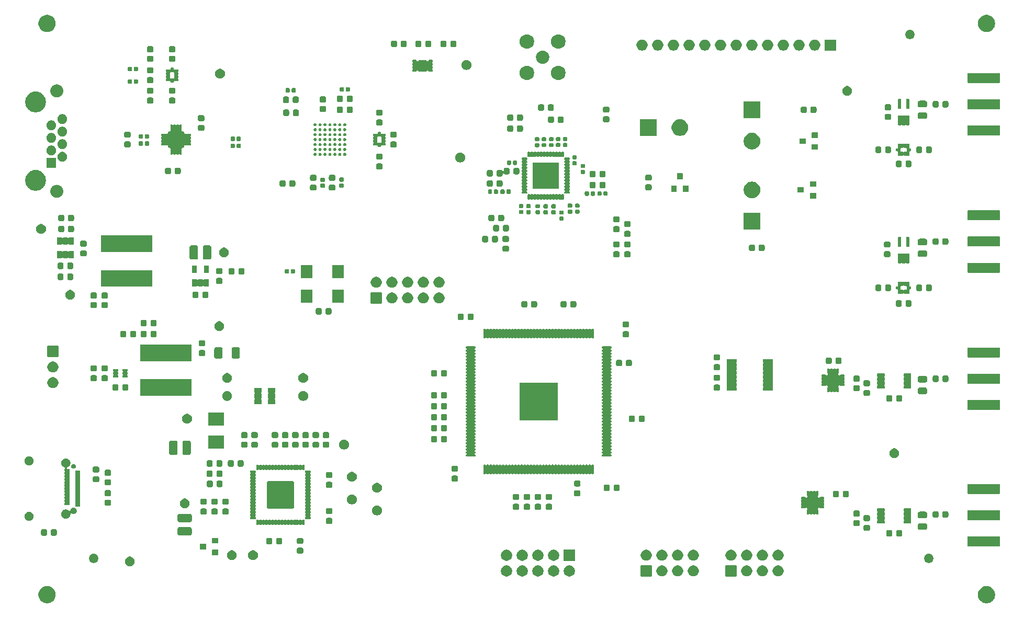
<source format=gbr>
G04 #@! TF.GenerationSoftware,KiCad,Pcbnew,9.0.0-9.0.0-2~ubuntu24.04.1*
G04 #@! TF.CreationDate,2025-03-10T11:02:05+01:00*
G04 #@! TF.ProjectId,Receiver,52656365-6976-4657-922e-6b696361645f,rev?*
G04 #@! TF.SameCoordinates,Original*
G04 #@! TF.FileFunction,Soldermask,Top*
G04 #@! TF.FilePolarity,Negative*
%FSLAX46Y46*%
G04 Gerber Fmt 4.6, Leading zero omitted, Abs format (unit mm)*
G04 Created by KiCad (PCBNEW 9.0.0-9.0.0-2~ubuntu24.04.1) date 2025-03-10 11:02:05*
%MOMM*%
%LPD*%
G01*
G04 APERTURE LIST*
G04 APERTURE END LIST*
G36*
X74327057Y-154887710D02*
G01*
X74536139Y-154955645D01*
X74732020Y-155055451D01*
X74909877Y-155184671D01*
X75065329Y-155340123D01*
X75194549Y-155517980D01*
X75294355Y-155713861D01*
X75362290Y-155922943D01*
X75396681Y-156140079D01*
X75396681Y-156359921D01*
X75362290Y-156577057D01*
X75294355Y-156786139D01*
X75194549Y-156982020D01*
X75065329Y-157159877D01*
X74909877Y-157315329D01*
X74732020Y-157444549D01*
X74536139Y-157544355D01*
X74327057Y-157612290D01*
X74109921Y-157646681D01*
X73890079Y-157646681D01*
X73672943Y-157612290D01*
X73463861Y-157544355D01*
X73267980Y-157444549D01*
X73090123Y-157315329D01*
X72934671Y-157159877D01*
X72805451Y-156982020D01*
X72705645Y-156786139D01*
X72637710Y-156577057D01*
X72603319Y-156359921D01*
X72603319Y-156140079D01*
X72637710Y-155922943D01*
X72705645Y-155713861D01*
X72805451Y-155517980D01*
X72934671Y-155340123D01*
X73090123Y-155184671D01*
X73267980Y-155055451D01*
X73463861Y-154955645D01*
X73672943Y-154887710D01*
X73890079Y-154853319D01*
X74109921Y-154853319D01*
X74327057Y-154887710D01*
G37*
G36*
X226327057Y-154887710D02*
G01*
X226536139Y-154955645D01*
X226732020Y-155055451D01*
X226909877Y-155184671D01*
X227065329Y-155340123D01*
X227194549Y-155517980D01*
X227294355Y-155713861D01*
X227362290Y-155922943D01*
X227396681Y-156140079D01*
X227396681Y-156359921D01*
X227362290Y-156577057D01*
X227294355Y-156786139D01*
X227194549Y-156982020D01*
X227065329Y-157159877D01*
X226909877Y-157315329D01*
X226732020Y-157444549D01*
X226536139Y-157544355D01*
X226327057Y-157612290D01*
X226109921Y-157646681D01*
X225890079Y-157646681D01*
X225672943Y-157612290D01*
X225463861Y-157544355D01*
X225267980Y-157444549D01*
X225090123Y-157315329D01*
X224934671Y-157159877D01*
X224805451Y-156982020D01*
X224705645Y-156786139D01*
X224637710Y-156577057D01*
X224603319Y-156359921D01*
X224603319Y-156140079D01*
X224637710Y-155922943D01*
X224705645Y-155713861D01*
X224805451Y-155517980D01*
X224934671Y-155340123D01*
X225090123Y-155184671D01*
X225267980Y-155055451D01*
X225463861Y-154955645D01*
X225672943Y-154887710D01*
X225890079Y-154853319D01*
X226109921Y-154853319D01*
X226327057Y-154887710D01*
G37*
G36*
X148601494Y-151524782D02*
G01*
X148767139Y-151593395D01*
X148916216Y-151693005D01*
X149042995Y-151819784D01*
X149142605Y-151968861D01*
X149211218Y-152134506D01*
X149246196Y-152310354D01*
X149246196Y-152489646D01*
X149211218Y-152665494D01*
X149142605Y-152831139D01*
X149042995Y-152980216D01*
X148916216Y-153106995D01*
X148767139Y-153206605D01*
X148601494Y-153275218D01*
X148425646Y-153310196D01*
X148246354Y-153310196D01*
X148070506Y-153275218D01*
X147904861Y-153206605D01*
X147755784Y-153106995D01*
X147629005Y-152980216D01*
X147529395Y-152831139D01*
X147460782Y-152665494D01*
X147425804Y-152489646D01*
X147425804Y-152310354D01*
X147460782Y-152134506D01*
X147529395Y-151968861D01*
X147629005Y-151819784D01*
X147755784Y-151693005D01*
X147904861Y-151593395D01*
X148070506Y-151524782D01*
X148246354Y-151489804D01*
X148425646Y-151489804D01*
X148601494Y-151524782D01*
G37*
G36*
X151141494Y-151524782D02*
G01*
X151307139Y-151593395D01*
X151456216Y-151693005D01*
X151582995Y-151819784D01*
X151682605Y-151968861D01*
X151751218Y-152134506D01*
X151786196Y-152310354D01*
X151786196Y-152489646D01*
X151751218Y-152665494D01*
X151682605Y-152831139D01*
X151582995Y-152980216D01*
X151456216Y-153106995D01*
X151307139Y-153206605D01*
X151141494Y-153275218D01*
X150965646Y-153310196D01*
X150786354Y-153310196D01*
X150610506Y-153275218D01*
X150444861Y-153206605D01*
X150295784Y-153106995D01*
X150169005Y-152980216D01*
X150069395Y-152831139D01*
X150000782Y-152665494D01*
X149965804Y-152489646D01*
X149965804Y-152310354D01*
X150000782Y-152134506D01*
X150069395Y-151968861D01*
X150169005Y-151819784D01*
X150295784Y-151693005D01*
X150444861Y-151593395D01*
X150610506Y-151524782D01*
X150786354Y-151489804D01*
X150965646Y-151489804D01*
X151141494Y-151524782D01*
G37*
G36*
X153681494Y-151524782D02*
G01*
X153847139Y-151593395D01*
X153996216Y-151693005D01*
X154122995Y-151819784D01*
X154222605Y-151968861D01*
X154291218Y-152134506D01*
X154326196Y-152310354D01*
X154326196Y-152489646D01*
X154291218Y-152665494D01*
X154222605Y-152831139D01*
X154122995Y-152980216D01*
X153996216Y-153106995D01*
X153847139Y-153206605D01*
X153681494Y-153275218D01*
X153505646Y-153310196D01*
X153326354Y-153310196D01*
X153150506Y-153275218D01*
X152984861Y-153206605D01*
X152835784Y-153106995D01*
X152709005Y-152980216D01*
X152609395Y-152831139D01*
X152540782Y-152665494D01*
X152505804Y-152489646D01*
X152505804Y-152310354D01*
X152540782Y-152134506D01*
X152609395Y-151968861D01*
X152709005Y-151819784D01*
X152835784Y-151693005D01*
X152984861Y-151593395D01*
X153150506Y-151524782D01*
X153326354Y-151489804D01*
X153505646Y-151489804D01*
X153681494Y-151524782D01*
G37*
G36*
X156221494Y-151524782D02*
G01*
X156387139Y-151593395D01*
X156536216Y-151693005D01*
X156662995Y-151819784D01*
X156762605Y-151968861D01*
X156831218Y-152134506D01*
X156866196Y-152310354D01*
X156866196Y-152489646D01*
X156831218Y-152665494D01*
X156762605Y-152831139D01*
X156662995Y-152980216D01*
X156536216Y-153106995D01*
X156387139Y-153206605D01*
X156221494Y-153275218D01*
X156045646Y-153310196D01*
X155866354Y-153310196D01*
X155690506Y-153275218D01*
X155524861Y-153206605D01*
X155375784Y-153106995D01*
X155249005Y-152980216D01*
X155149395Y-152831139D01*
X155080782Y-152665494D01*
X155045804Y-152489646D01*
X155045804Y-152310354D01*
X155080782Y-152134506D01*
X155149395Y-151968861D01*
X155249005Y-151819784D01*
X155375784Y-151693005D01*
X155524861Y-151593395D01*
X155690506Y-151524782D01*
X155866354Y-151489804D01*
X156045646Y-151489804D01*
X156221494Y-151524782D01*
G37*
G36*
X158761494Y-151524782D02*
G01*
X158927139Y-151593395D01*
X159076216Y-151693005D01*
X159202995Y-151819784D01*
X159302605Y-151968861D01*
X159371218Y-152134506D01*
X159406196Y-152310354D01*
X159406196Y-152489646D01*
X159371218Y-152665494D01*
X159302605Y-152831139D01*
X159202995Y-152980216D01*
X159076216Y-153106995D01*
X158927139Y-153206605D01*
X158761494Y-153275218D01*
X158585646Y-153310196D01*
X158406354Y-153310196D01*
X158230506Y-153275218D01*
X158064861Y-153206605D01*
X157915784Y-153106995D01*
X157789005Y-152980216D01*
X157689395Y-152831139D01*
X157620782Y-152665494D01*
X157585804Y-152489646D01*
X157585804Y-152310354D01*
X157620782Y-152134506D01*
X157689395Y-151968861D01*
X157789005Y-151819784D01*
X157915784Y-151693005D01*
X158064861Y-151593395D01*
X158230506Y-151524782D01*
X158406354Y-151489804D01*
X158585646Y-151489804D01*
X158761494Y-151524782D01*
G37*
G36*
X171811517Y-151502882D02*
G01*
X171828062Y-151513938D01*
X171839118Y-151530483D01*
X171843000Y-151550000D01*
X171843000Y-153250000D01*
X171839118Y-153269517D01*
X171828062Y-153286062D01*
X171811517Y-153297118D01*
X171792000Y-153301000D01*
X170092000Y-153301000D01*
X170072483Y-153297118D01*
X170055938Y-153286062D01*
X170044882Y-153269517D01*
X170041000Y-153250000D01*
X170041000Y-151550000D01*
X170044882Y-151530483D01*
X170055938Y-151513938D01*
X170072483Y-151502882D01*
X170092000Y-151499000D01*
X171792000Y-151499000D01*
X171811517Y-151502882D01*
G37*
G36*
X185527517Y-151502882D02*
G01*
X185544062Y-151513938D01*
X185555118Y-151530483D01*
X185559000Y-151550000D01*
X185559000Y-153250000D01*
X185555118Y-153269517D01*
X185544062Y-153286062D01*
X185527517Y-153297118D01*
X185508000Y-153301000D01*
X183808000Y-153301000D01*
X183788483Y-153297118D01*
X183771938Y-153286062D01*
X183760882Y-153269517D01*
X183757000Y-153250000D01*
X183757000Y-151550000D01*
X183760882Y-151530483D01*
X183771938Y-151513938D01*
X183788483Y-151502882D01*
X183808000Y-151499000D01*
X185508000Y-151499000D01*
X185527517Y-151502882D01*
G37*
G36*
X173743546Y-151537797D02*
G01*
X173906728Y-151605389D01*
X174053588Y-151703518D01*
X174178482Y-151828412D01*
X174276611Y-151975272D01*
X174344203Y-152138454D01*
X174378661Y-152311687D01*
X174378661Y-152488313D01*
X174344203Y-152661546D01*
X174276611Y-152824728D01*
X174178482Y-152971588D01*
X174053588Y-153096482D01*
X173906728Y-153194611D01*
X173743546Y-153262203D01*
X173570313Y-153296661D01*
X173393687Y-153296661D01*
X173220454Y-153262203D01*
X173057272Y-153194611D01*
X172910412Y-153096482D01*
X172785518Y-152971588D01*
X172687389Y-152824728D01*
X172619797Y-152661546D01*
X172585339Y-152488313D01*
X172585339Y-152311687D01*
X172619797Y-152138454D01*
X172687389Y-151975272D01*
X172785518Y-151828412D01*
X172910412Y-151703518D01*
X173057272Y-151605389D01*
X173220454Y-151537797D01*
X173393687Y-151503339D01*
X173570313Y-151503339D01*
X173743546Y-151537797D01*
G37*
G36*
X176283546Y-151537797D02*
G01*
X176446728Y-151605389D01*
X176593588Y-151703518D01*
X176718482Y-151828412D01*
X176816611Y-151975272D01*
X176884203Y-152138454D01*
X176918661Y-152311687D01*
X176918661Y-152488313D01*
X176884203Y-152661546D01*
X176816611Y-152824728D01*
X176718482Y-152971588D01*
X176593588Y-153096482D01*
X176446728Y-153194611D01*
X176283546Y-153262203D01*
X176110313Y-153296661D01*
X175933687Y-153296661D01*
X175760454Y-153262203D01*
X175597272Y-153194611D01*
X175450412Y-153096482D01*
X175325518Y-152971588D01*
X175227389Y-152824728D01*
X175159797Y-152661546D01*
X175125339Y-152488313D01*
X175125339Y-152311687D01*
X175159797Y-152138454D01*
X175227389Y-151975272D01*
X175325518Y-151828412D01*
X175450412Y-151703518D01*
X175597272Y-151605389D01*
X175760454Y-151537797D01*
X175933687Y-151503339D01*
X176110313Y-151503339D01*
X176283546Y-151537797D01*
G37*
G36*
X178823546Y-151537797D02*
G01*
X178986728Y-151605389D01*
X179133588Y-151703518D01*
X179258482Y-151828412D01*
X179356611Y-151975272D01*
X179424203Y-152138454D01*
X179458661Y-152311687D01*
X179458661Y-152488313D01*
X179424203Y-152661546D01*
X179356611Y-152824728D01*
X179258482Y-152971588D01*
X179133588Y-153096482D01*
X178986728Y-153194611D01*
X178823546Y-153262203D01*
X178650313Y-153296661D01*
X178473687Y-153296661D01*
X178300454Y-153262203D01*
X178137272Y-153194611D01*
X177990412Y-153096482D01*
X177865518Y-152971588D01*
X177767389Y-152824728D01*
X177699797Y-152661546D01*
X177665339Y-152488313D01*
X177665339Y-152311687D01*
X177699797Y-152138454D01*
X177767389Y-151975272D01*
X177865518Y-151828412D01*
X177990412Y-151703518D01*
X178137272Y-151605389D01*
X178300454Y-151537797D01*
X178473687Y-151503339D01*
X178650313Y-151503339D01*
X178823546Y-151537797D01*
G37*
G36*
X187459546Y-151537797D02*
G01*
X187622728Y-151605389D01*
X187769588Y-151703518D01*
X187894482Y-151828412D01*
X187992611Y-151975272D01*
X188060203Y-152138454D01*
X188094661Y-152311687D01*
X188094661Y-152488313D01*
X188060203Y-152661546D01*
X187992611Y-152824728D01*
X187894482Y-152971588D01*
X187769588Y-153096482D01*
X187622728Y-153194611D01*
X187459546Y-153262203D01*
X187286313Y-153296661D01*
X187109687Y-153296661D01*
X186936454Y-153262203D01*
X186773272Y-153194611D01*
X186626412Y-153096482D01*
X186501518Y-152971588D01*
X186403389Y-152824728D01*
X186335797Y-152661546D01*
X186301339Y-152488313D01*
X186301339Y-152311687D01*
X186335797Y-152138454D01*
X186403389Y-151975272D01*
X186501518Y-151828412D01*
X186626412Y-151703518D01*
X186773272Y-151605389D01*
X186936454Y-151537797D01*
X187109687Y-151503339D01*
X187286313Y-151503339D01*
X187459546Y-151537797D01*
G37*
G36*
X189999546Y-151537797D02*
G01*
X190162728Y-151605389D01*
X190309588Y-151703518D01*
X190434482Y-151828412D01*
X190532611Y-151975272D01*
X190600203Y-152138454D01*
X190634661Y-152311687D01*
X190634661Y-152488313D01*
X190600203Y-152661546D01*
X190532611Y-152824728D01*
X190434482Y-152971588D01*
X190309588Y-153096482D01*
X190162728Y-153194611D01*
X189999546Y-153262203D01*
X189826313Y-153296661D01*
X189649687Y-153296661D01*
X189476454Y-153262203D01*
X189313272Y-153194611D01*
X189166412Y-153096482D01*
X189041518Y-152971588D01*
X188943389Y-152824728D01*
X188875797Y-152661546D01*
X188841339Y-152488313D01*
X188841339Y-152311687D01*
X188875797Y-152138454D01*
X188943389Y-151975272D01*
X189041518Y-151828412D01*
X189166412Y-151703518D01*
X189313272Y-151605389D01*
X189476454Y-151537797D01*
X189649687Y-151503339D01*
X189826313Y-151503339D01*
X189999546Y-151537797D01*
G37*
G36*
X192539546Y-151537797D02*
G01*
X192702728Y-151605389D01*
X192849588Y-151703518D01*
X192974482Y-151828412D01*
X193072611Y-151975272D01*
X193140203Y-152138454D01*
X193174661Y-152311687D01*
X193174661Y-152488313D01*
X193140203Y-152661546D01*
X193072611Y-152824728D01*
X192974482Y-152971588D01*
X192849588Y-153096482D01*
X192702728Y-153194611D01*
X192539546Y-153262203D01*
X192366313Y-153296661D01*
X192189687Y-153296661D01*
X192016454Y-153262203D01*
X191853272Y-153194611D01*
X191706412Y-153096482D01*
X191581518Y-152971588D01*
X191483389Y-152824728D01*
X191415797Y-152661546D01*
X191381339Y-152488313D01*
X191381339Y-152311687D01*
X191415797Y-152138454D01*
X191483389Y-151975272D01*
X191581518Y-151828412D01*
X191706412Y-151703518D01*
X191853272Y-151605389D01*
X192016454Y-151537797D01*
X192189687Y-151503339D01*
X192366313Y-151503339D01*
X192539546Y-151537797D01*
G37*
G36*
X87608518Y-150109491D02*
G01*
X87753589Y-150169581D01*
X87884149Y-150256819D01*
X87995181Y-150367851D01*
X88082419Y-150498411D01*
X88142509Y-150643482D01*
X88173143Y-150797488D01*
X88173143Y-150954512D01*
X88142509Y-151108518D01*
X88082419Y-151253589D01*
X87995181Y-151384149D01*
X87884149Y-151495181D01*
X87753589Y-151582419D01*
X87608518Y-151642509D01*
X87454512Y-151673143D01*
X87297488Y-151673143D01*
X87143482Y-151642509D01*
X86998411Y-151582419D01*
X86867851Y-151495181D01*
X86756819Y-151384149D01*
X86669581Y-151253589D01*
X86609491Y-151108518D01*
X86578857Y-150954512D01*
X86578857Y-150797488D01*
X86609491Y-150643482D01*
X86669581Y-150498411D01*
X86756819Y-150367851D01*
X86867851Y-150256819D01*
X86998411Y-150169581D01*
X87143482Y-150109491D01*
X87297488Y-150078857D01*
X87454512Y-150078857D01*
X87608518Y-150109491D01*
G37*
G36*
X81751714Y-149650295D02*
G01*
X81887548Y-149706559D01*
X82009795Y-149788242D01*
X82113758Y-149892205D01*
X82195441Y-150014452D01*
X82251705Y-150150286D01*
X82280389Y-150294487D01*
X82280389Y-150441513D01*
X82251705Y-150585714D01*
X82195441Y-150721548D01*
X82113758Y-150843795D01*
X82009795Y-150947758D01*
X81887548Y-151029441D01*
X81751714Y-151085705D01*
X81607513Y-151114389D01*
X81460487Y-151114389D01*
X81316286Y-151085705D01*
X81180452Y-151029441D01*
X81058205Y-150947758D01*
X80954242Y-150843795D01*
X80872559Y-150721548D01*
X80816295Y-150585714D01*
X80787611Y-150441513D01*
X80787611Y-150294487D01*
X80816295Y-150150286D01*
X80872559Y-150014452D01*
X80954242Y-149892205D01*
X81058205Y-149788242D01*
X81180452Y-149706559D01*
X81316286Y-149650295D01*
X81460487Y-149621611D01*
X81607513Y-149621611D01*
X81751714Y-149650295D01*
G37*
G36*
X216879714Y-149650295D02*
G01*
X217015548Y-149706559D01*
X217137795Y-149788242D01*
X217241758Y-149892205D01*
X217323441Y-150014452D01*
X217379705Y-150150286D01*
X217408389Y-150294487D01*
X217408389Y-150441513D01*
X217379705Y-150585714D01*
X217323441Y-150721548D01*
X217241758Y-150843795D01*
X217137795Y-150947758D01*
X217015548Y-151029441D01*
X216879714Y-151085705D01*
X216735513Y-151114389D01*
X216588487Y-151114389D01*
X216444286Y-151085705D01*
X216308452Y-151029441D01*
X216186205Y-150947758D01*
X216082242Y-150843795D01*
X216000559Y-150721548D01*
X215944295Y-150585714D01*
X215915611Y-150441513D01*
X215915611Y-150294487D01*
X215944295Y-150150286D01*
X216000559Y-150014452D01*
X216082242Y-149892205D01*
X216186205Y-149788242D01*
X216308452Y-149706559D01*
X216444286Y-149650295D01*
X216588487Y-149621611D01*
X216735513Y-149621611D01*
X216879714Y-149650295D01*
G37*
G36*
X159379117Y-148949282D02*
G01*
X159395662Y-148960338D01*
X159406718Y-148976883D01*
X159410600Y-148996400D01*
X159410600Y-150723600D01*
X159406718Y-150743117D01*
X159395662Y-150759662D01*
X159379117Y-150770718D01*
X159359600Y-150774600D01*
X157632400Y-150774600D01*
X157612883Y-150770718D01*
X157596338Y-150759662D01*
X157585282Y-150743117D01*
X157581400Y-150723600D01*
X157581400Y-148996400D01*
X157585282Y-148976883D01*
X157596338Y-148960338D01*
X157612883Y-148949282D01*
X157632400Y-148945400D01*
X159359600Y-148945400D01*
X159379117Y-148949282D01*
G37*
G36*
X148601494Y-148984782D02*
G01*
X148767139Y-149053395D01*
X148916216Y-149153005D01*
X149042995Y-149279784D01*
X149142605Y-149428861D01*
X149211218Y-149594506D01*
X149246196Y-149770354D01*
X149246196Y-149949646D01*
X149211218Y-150125494D01*
X149142605Y-150291139D01*
X149042995Y-150440216D01*
X148916216Y-150566995D01*
X148767139Y-150666605D01*
X148601494Y-150735218D01*
X148425646Y-150770196D01*
X148246354Y-150770196D01*
X148070506Y-150735218D01*
X147904861Y-150666605D01*
X147755784Y-150566995D01*
X147629005Y-150440216D01*
X147529395Y-150291139D01*
X147460782Y-150125494D01*
X147425804Y-149949646D01*
X147425804Y-149770354D01*
X147460782Y-149594506D01*
X147529395Y-149428861D01*
X147629005Y-149279784D01*
X147755784Y-149153005D01*
X147904861Y-149053395D01*
X148070506Y-148984782D01*
X148246354Y-148949804D01*
X148425646Y-148949804D01*
X148601494Y-148984782D01*
G37*
G36*
X151141494Y-148984782D02*
G01*
X151307139Y-149053395D01*
X151456216Y-149153005D01*
X151582995Y-149279784D01*
X151682605Y-149428861D01*
X151751218Y-149594506D01*
X151786196Y-149770354D01*
X151786196Y-149949646D01*
X151751218Y-150125494D01*
X151682605Y-150291139D01*
X151582995Y-150440216D01*
X151456216Y-150566995D01*
X151307139Y-150666605D01*
X151141494Y-150735218D01*
X150965646Y-150770196D01*
X150786354Y-150770196D01*
X150610506Y-150735218D01*
X150444861Y-150666605D01*
X150295784Y-150566995D01*
X150169005Y-150440216D01*
X150069395Y-150291139D01*
X150000782Y-150125494D01*
X149965804Y-149949646D01*
X149965804Y-149770354D01*
X150000782Y-149594506D01*
X150069395Y-149428861D01*
X150169005Y-149279784D01*
X150295784Y-149153005D01*
X150444861Y-149053395D01*
X150610506Y-148984782D01*
X150786354Y-148949804D01*
X150965646Y-148949804D01*
X151141494Y-148984782D01*
G37*
G36*
X153681494Y-148984782D02*
G01*
X153847139Y-149053395D01*
X153996216Y-149153005D01*
X154122995Y-149279784D01*
X154222605Y-149428861D01*
X154291218Y-149594506D01*
X154326196Y-149770354D01*
X154326196Y-149949646D01*
X154291218Y-150125494D01*
X154222605Y-150291139D01*
X154122995Y-150440216D01*
X153996216Y-150566995D01*
X153847139Y-150666605D01*
X153681494Y-150735218D01*
X153505646Y-150770196D01*
X153326354Y-150770196D01*
X153150506Y-150735218D01*
X152984861Y-150666605D01*
X152835784Y-150566995D01*
X152709005Y-150440216D01*
X152609395Y-150291139D01*
X152540782Y-150125494D01*
X152505804Y-149949646D01*
X152505804Y-149770354D01*
X152540782Y-149594506D01*
X152609395Y-149428861D01*
X152709005Y-149279784D01*
X152835784Y-149153005D01*
X152984861Y-149053395D01*
X153150506Y-148984782D01*
X153326354Y-148949804D01*
X153505646Y-148949804D01*
X153681494Y-148984782D01*
G37*
G36*
X156221494Y-148984782D02*
G01*
X156387139Y-149053395D01*
X156536216Y-149153005D01*
X156662995Y-149279784D01*
X156762605Y-149428861D01*
X156831218Y-149594506D01*
X156866196Y-149770354D01*
X156866196Y-149949646D01*
X156831218Y-150125494D01*
X156762605Y-150291139D01*
X156662995Y-150440216D01*
X156536216Y-150566995D01*
X156387139Y-150666605D01*
X156221494Y-150735218D01*
X156045646Y-150770196D01*
X155866354Y-150770196D01*
X155690506Y-150735218D01*
X155524861Y-150666605D01*
X155375784Y-150566995D01*
X155249005Y-150440216D01*
X155149395Y-150291139D01*
X155080782Y-150125494D01*
X155045804Y-149949646D01*
X155045804Y-149770354D01*
X155080782Y-149594506D01*
X155149395Y-149428861D01*
X155249005Y-149279784D01*
X155375784Y-149153005D01*
X155524861Y-149053395D01*
X155690506Y-148984782D01*
X155866354Y-148949804D01*
X156045646Y-148949804D01*
X156221494Y-148984782D01*
G37*
G36*
X171203546Y-148997797D02*
G01*
X171366728Y-149065389D01*
X171513588Y-149163518D01*
X171638482Y-149288412D01*
X171736611Y-149435272D01*
X171804203Y-149598454D01*
X171838661Y-149771687D01*
X171838661Y-149948313D01*
X171804203Y-150121546D01*
X171736611Y-150284728D01*
X171638482Y-150431588D01*
X171513588Y-150556482D01*
X171366728Y-150654611D01*
X171203546Y-150722203D01*
X171030313Y-150756661D01*
X170853687Y-150756661D01*
X170680454Y-150722203D01*
X170517272Y-150654611D01*
X170370412Y-150556482D01*
X170245518Y-150431588D01*
X170147389Y-150284728D01*
X170079797Y-150121546D01*
X170045339Y-149948313D01*
X170045339Y-149771687D01*
X170079797Y-149598454D01*
X170147389Y-149435272D01*
X170245518Y-149288412D01*
X170370412Y-149163518D01*
X170517272Y-149065389D01*
X170680454Y-148997797D01*
X170853687Y-148963339D01*
X171030313Y-148963339D01*
X171203546Y-148997797D01*
G37*
G36*
X173743546Y-148997797D02*
G01*
X173906728Y-149065389D01*
X174053588Y-149163518D01*
X174178482Y-149288412D01*
X174276611Y-149435272D01*
X174344203Y-149598454D01*
X174378661Y-149771687D01*
X174378661Y-149948313D01*
X174344203Y-150121546D01*
X174276611Y-150284728D01*
X174178482Y-150431588D01*
X174053588Y-150556482D01*
X173906728Y-150654611D01*
X173743546Y-150722203D01*
X173570313Y-150756661D01*
X173393687Y-150756661D01*
X173220454Y-150722203D01*
X173057272Y-150654611D01*
X172910412Y-150556482D01*
X172785518Y-150431588D01*
X172687389Y-150284728D01*
X172619797Y-150121546D01*
X172585339Y-149948313D01*
X172585339Y-149771687D01*
X172619797Y-149598454D01*
X172687389Y-149435272D01*
X172785518Y-149288412D01*
X172910412Y-149163518D01*
X173057272Y-149065389D01*
X173220454Y-148997797D01*
X173393687Y-148963339D01*
X173570313Y-148963339D01*
X173743546Y-148997797D01*
G37*
G36*
X176283546Y-148997797D02*
G01*
X176446728Y-149065389D01*
X176593588Y-149163518D01*
X176718482Y-149288412D01*
X176816611Y-149435272D01*
X176884203Y-149598454D01*
X176918661Y-149771687D01*
X176918661Y-149948313D01*
X176884203Y-150121546D01*
X176816611Y-150284728D01*
X176718482Y-150431588D01*
X176593588Y-150556482D01*
X176446728Y-150654611D01*
X176283546Y-150722203D01*
X176110313Y-150756661D01*
X175933687Y-150756661D01*
X175760454Y-150722203D01*
X175597272Y-150654611D01*
X175450412Y-150556482D01*
X175325518Y-150431588D01*
X175227389Y-150284728D01*
X175159797Y-150121546D01*
X175125339Y-149948313D01*
X175125339Y-149771687D01*
X175159797Y-149598454D01*
X175227389Y-149435272D01*
X175325518Y-149288412D01*
X175450412Y-149163518D01*
X175597272Y-149065389D01*
X175760454Y-148997797D01*
X175933687Y-148963339D01*
X176110313Y-148963339D01*
X176283546Y-148997797D01*
G37*
G36*
X178823546Y-148997797D02*
G01*
X178986728Y-149065389D01*
X179133588Y-149163518D01*
X179258482Y-149288412D01*
X179356611Y-149435272D01*
X179424203Y-149598454D01*
X179458661Y-149771687D01*
X179458661Y-149948313D01*
X179424203Y-150121546D01*
X179356611Y-150284728D01*
X179258482Y-150431588D01*
X179133588Y-150556482D01*
X178986728Y-150654611D01*
X178823546Y-150722203D01*
X178650313Y-150756661D01*
X178473687Y-150756661D01*
X178300454Y-150722203D01*
X178137272Y-150654611D01*
X177990412Y-150556482D01*
X177865518Y-150431588D01*
X177767389Y-150284728D01*
X177699797Y-150121546D01*
X177665339Y-149948313D01*
X177665339Y-149771687D01*
X177699797Y-149598454D01*
X177767389Y-149435272D01*
X177865518Y-149288412D01*
X177990412Y-149163518D01*
X178137272Y-149065389D01*
X178300454Y-148997797D01*
X178473687Y-148963339D01*
X178650313Y-148963339D01*
X178823546Y-148997797D01*
G37*
G36*
X184919546Y-148997797D02*
G01*
X185082728Y-149065389D01*
X185229588Y-149163518D01*
X185354482Y-149288412D01*
X185452611Y-149435272D01*
X185520203Y-149598454D01*
X185554661Y-149771687D01*
X185554661Y-149948313D01*
X185520203Y-150121546D01*
X185452611Y-150284728D01*
X185354482Y-150431588D01*
X185229588Y-150556482D01*
X185082728Y-150654611D01*
X184919546Y-150722203D01*
X184746313Y-150756661D01*
X184569687Y-150756661D01*
X184396454Y-150722203D01*
X184233272Y-150654611D01*
X184086412Y-150556482D01*
X183961518Y-150431588D01*
X183863389Y-150284728D01*
X183795797Y-150121546D01*
X183761339Y-149948313D01*
X183761339Y-149771687D01*
X183795797Y-149598454D01*
X183863389Y-149435272D01*
X183961518Y-149288412D01*
X184086412Y-149163518D01*
X184233272Y-149065389D01*
X184396454Y-148997797D01*
X184569687Y-148963339D01*
X184746313Y-148963339D01*
X184919546Y-148997797D01*
G37*
G36*
X187459546Y-148997797D02*
G01*
X187622728Y-149065389D01*
X187769588Y-149163518D01*
X187894482Y-149288412D01*
X187992611Y-149435272D01*
X188060203Y-149598454D01*
X188094661Y-149771687D01*
X188094661Y-149948313D01*
X188060203Y-150121546D01*
X187992611Y-150284728D01*
X187894482Y-150431588D01*
X187769588Y-150556482D01*
X187622728Y-150654611D01*
X187459546Y-150722203D01*
X187286313Y-150756661D01*
X187109687Y-150756661D01*
X186936454Y-150722203D01*
X186773272Y-150654611D01*
X186626412Y-150556482D01*
X186501518Y-150431588D01*
X186403389Y-150284728D01*
X186335797Y-150121546D01*
X186301339Y-149948313D01*
X186301339Y-149771687D01*
X186335797Y-149598454D01*
X186403389Y-149435272D01*
X186501518Y-149288412D01*
X186626412Y-149163518D01*
X186773272Y-149065389D01*
X186936454Y-148997797D01*
X187109687Y-148963339D01*
X187286313Y-148963339D01*
X187459546Y-148997797D01*
G37*
G36*
X189999546Y-148997797D02*
G01*
X190162728Y-149065389D01*
X190309588Y-149163518D01*
X190434482Y-149288412D01*
X190532611Y-149435272D01*
X190600203Y-149598454D01*
X190634661Y-149771687D01*
X190634661Y-149948313D01*
X190600203Y-150121546D01*
X190532611Y-150284728D01*
X190434482Y-150431588D01*
X190309588Y-150556482D01*
X190162728Y-150654611D01*
X189999546Y-150722203D01*
X189826313Y-150756661D01*
X189649687Y-150756661D01*
X189476454Y-150722203D01*
X189313272Y-150654611D01*
X189166412Y-150556482D01*
X189041518Y-150431588D01*
X188943389Y-150284728D01*
X188875797Y-150121546D01*
X188841339Y-149948313D01*
X188841339Y-149771687D01*
X188875797Y-149598454D01*
X188943389Y-149435272D01*
X189041518Y-149288412D01*
X189166412Y-149163518D01*
X189313272Y-149065389D01*
X189476454Y-148997797D01*
X189649687Y-148963339D01*
X189826313Y-148963339D01*
X189999546Y-148997797D01*
G37*
G36*
X192539546Y-148997797D02*
G01*
X192702728Y-149065389D01*
X192849588Y-149163518D01*
X192974482Y-149288412D01*
X193072611Y-149435272D01*
X193140203Y-149598454D01*
X193174661Y-149771687D01*
X193174661Y-149948313D01*
X193140203Y-150121546D01*
X193072611Y-150284728D01*
X192974482Y-150431588D01*
X192849588Y-150556482D01*
X192702728Y-150654611D01*
X192539546Y-150722203D01*
X192366313Y-150756661D01*
X192189687Y-150756661D01*
X192016454Y-150722203D01*
X191853272Y-150654611D01*
X191706412Y-150556482D01*
X191581518Y-150431588D01*
X191483389Y-150284728D01*
X191415797Y-150121546D01*
X191381339Y-149948313D01*
X191381339Y-149771687D01*
X191415797Y-149598454D01*
X191483389Y-149435272D01*
X191581518Y-149288412D01*
X191706412Y-149163518D01*
X191853272Y-149065389D01*
X192016454Y-148997797D01*
X192189687Y-148963339D01*
X192366313Y-148963339D01*
X192539546Y-148997797D01*
G37*
G36*
X104118518Y-149093491D02*
G01*
X104263589Y-149153581D01*
X104394149Y-149240819D01*
X104505181Y-149351851D01*
X104592419Y-149482411D01*
X104652509Y-149627482D01*
X104683143Y-149781488D01*
X104683143Y-149938512D01*
X104652509Y-150092518D01*
X104592419Y-150237589D01*
X104505181Y-150368149D01*
X104394149Y-150479181D01*
X104263589Y-150566419D01*
X104118518Y-150626509D01*
X103964512Y-150657143D01*
X103807488Y-150657143D01*
X103653482Y-150626509D01*
X103508411Y-150566419D01*
X103377851Y-150479181D01*
X103266819Y-150368149D01*
X103179581Y-150237589D01*
X103119491Y-150092518D01*
X103088857Y-149938512D01*
X103088857Y-149781488D01*
X103119491Y-149627482D01*
X103179581Y-149482411D01*
X103266819Y-149351851D01*
X103377851Y-149240819D01*
X103508411Y-149153581D01*
X103653482Y-149093491D01*
X103807488Y-149062857D01*
X103964512Y-149062857D01*
X104118518Y-149093491D01*
G37*
G36*
X107547518Y-149093491D02*
G01*
X107692589Y-149153581D01*
X107823149Y-149240819D01*
X107934181Y-149351851D01*
X108021419Y-149482411D01*
X108081509Y-149627482D01*
X108112143Y-149781488D01*
X108112143Y-149938512D01*
X108081509Y-150092518D01*
X108021419Y-150237589D01*
X107934181Y-150368149D01*
X107823149Y-150479181D01*
X107692589Y-150566419D01*
X107547518Y-150626509D01*
X107393512Y-150657143D01*
X107236488Y-150657143D01*
X107082482Y-150626509D01*
X106937411Y-150566419D01*
X106806851Y-150479181D01*
X106695819Y-150368149D01*
X106608581Y-150237589D01*
X106548491Y-150092518D01*
X106517857Y-149938512D01*
X106517857Y-149781488D01*
X106548491Y-149627482D01*
X106608581Y-149482411D01*
X106695819Y-149351851D01*
X106806851Y-149240819D01*
X106937411Y-149153581D01*
X107082482Y-149093491D01*
X107236488Y-149062857D01*
X107393512Y-149062857D01*
X107547518Y-149093491D01*
G37*
G36*
X101672517Y-148965882D02*
G01*
X101689062Y-148976938D01*
X101700118Y-148993483D01*
X101704000Y-149013000D01*
X101704000Y-149813000D01*
X101700118Y-149832517D01*
X101689062Y-149849062D01*
X101672517Y-149860118D01*
X101653000Y-149864000D01*
X100753000Y-149864000D01*
X100733483Y-149860118D01*
X100716938Y-149849062D01*
X100705882Y-149832517D01*
X100702000Y-149813000D01*
X100702000Y-149013000D01*
X100705882Y-148993483D01*
X100716938Y-148976938D01*
X100733483Y-148965882D01*
X100753000Y-148962000D01*
X101653000Y-148962000D01*
X101672517Y-148965882D01*
G37*
G36*
X115229694Y-148642646D02*
G01*
X115274126Y-148649684D01*
X115279923Y-148652637D01*
X115294479Y-148655533D01*
X115322973Y-148674572D01*
X115348887Y-148687776D01*
X115361278Y-148700167D01*
X115381992Y-148714008D01*
X115395832Y-148734721D01*
X115408223Y-148747112D01*
X115421425Y-148773023D01*
X115440467Y-148801521D01*
X115443362Y-148816078D01*
X115446315Y-148821873D01*
X115453349Y-148866284D01*
X115461000Y-148904750D01*
X115461000Y-149342250D01*
X115453348Y-149380718D01*
X115446315Y-149425126D01*
X115443362Y-149430919D01*
X115440467Y-149445479D01*
X115421423Y-149473979D01*
X115408223Y-149499887D01*
X115395834Y-149512275D01*
X115381992Y-149532992D01*
X115361275Y-149546834D01*
X115348887Y-149559223D01*
X115322979Y-149572423D01*
X115294479Y-149591467D01*
X115279919Y-149594362D01*
X115274126Y-149597315D01*
X115229718Y-149604348D01*
X115191250Y-149612000D01*
X114678750Y-149612000D01*
X114640284Y-149604349D01*
X114595873Y-149597315D01*
X114590078Y-149594362D01*
X114575521Y-149591467D01*
X114547023Y-149572425D01*
X114521112Y-149559223D01*
X114508721Y-149546832D01*
X114488008Y-149532992D01*
X114474167Y-149512278D01*
X114461776Y-149499887D01*
X114448572Y-149473973D01*
X114429533Y-149445479D01*
X114426637Y-149430923D01*
X114423684Y-149425126D01*
X114416646Y-149380694D01*
X114409000Y-149342250D01*
X114409000Y-148904750D01*
X114416646Y-148866309D01*
X114423684Y-148821873D01*
X114426638Y-148816075D01*
X114429533Y-148801521D01*
X114448570Y-148773029D01*
X114461776Y-148747112D01*
X114474169Y-148734718D01*
X114488008Y-148714008D01*
X114508718Y-148700169D01*
X114521112Y-148687776D01*
X114547029Y-148674570D01*
X114575521Y-148655533D01*
X114590075Y-148652638D01*
X114595873Y-148649684D01*
X114640309Y-148642646D01*
X114678750Y-148635000D01*
X115191250Y-148635000D01*
X115229694Y-148642646D01*
G37*
G36*
X99672517Y-148015882D02*
G01*
X99689062Y-148026938D01*
X99700118Y-148043483D01*
X99704000Y-148063000D01*
X99704000Y-148863000D01*
X99700118Y-148882517D01*
X99689062Y-148899062D01*
X99672517Y-148910118D01*
X99653000Y-148914000D01*
X98753000Y-148914000D01*
X98733483Y-148910118D01*
X98716938Y-148899062D01*
X98705882Y-148882517D01*
X98702000Y-148863000D01*
X98702000Y-148063000D01*
X98705882Y-148043483D01*
X98716938Y-148026938D01*
X98733483Y-148015882D01*
X98753000Y-148012000D01*
X99653000Y-148012000D01*
X99672517Y-148015882D01*
G37*
G36*
X228111517Y-146835882D02*
G01*
X228128062Y-146846938D01*
X228139118Y-146863483D01*
X228143000Y-146883000D01*
X228143000Y-148383000D01*
X228139118Y-148402517D01*
X228128062Y-148419062D01*
X228111517Y-148430118D01*
X228092000Y-148434000D01*
X223012000Y-148434000D01*
X222992483Y-148430118D01*
X222975938Y-148419062D01*
X222964882Y-148402517D01*
X222961000Y-148383000D01*
X222961000Y-146883000D01*
X222964882Y-146863483D01*
X222975938Y-146846938D01*
X222992483Y-146835882D01*
X223012000Y-146832000D01*
X228092000Y-146832000D01*
X228111517Y-146835882D01*
G37*
G36*
X110213694Y-147055646D02*
G01*
X110258126Y-147062684D01*
X110263923Y-147065637D01*
X110278479Y-147068533D01*
X110306973Y-147087572D01*
X110332887Y-147100776D01*
X110345278Y-147113167D01*
X110365992Y-147127008D01*
X110379832Y-147147721D01*
X110392223Y-147160112D01*
X110405425Y-147186023D01*
X110424467Y-147214521D01*
X110427362Y-147229078D01*
X110430315Y-147234873D01*
X110437349Y-147279284D01*
X110445000Y-147317750D01*
X110445000Y-147830250D01*
X110437348Y-147868718D01*
X110430315Y-147913126D01*
X110427362Y-147918919D01*
X110424467Y-147933479D01*
X110405423Y-147961979D01*
X110392223Y-147987887D01*
X110379834Y-148000275D01*
X110365992Y-148020992D01*
X110345275Y-148034834D01*
X110332887Y-148047223D01*
X110306979Y-148060423D01*
X110278479Y-148079467D01*
X110263919Y-148082362D01*
X110258126Y-148085315D01*
X110213718Y-148092348D01*
X110175250Y-148100000D01*
X109737750Y-148100000D01*
X109699284Y-148092349D01*
X109654873Y-148085315D01*
X109649078Y-148082362D01*
X109634521Y-148079467D01*
X109606023Y-148060425D01*
X109580112Y-148047223D01*
X109567721Y-148034832D01*
X109547008Y-148020992D01*
X109533167Y-148000278D01*
X109520776Y-147987887D01*
X109507572Y-147961973D01*
X109488533Y-147933479D01*
X109485637Y-147918923D01*
X109482684Y-147913126D01*
X109475646Y-147868694D01*
X109468000Y-147830250D01*
X109468000Y-147317750D01*
X109475646Y-147279309D01*
X109482684Y-147234873D01*
X109485638Y-147229075D01*
X109488533Y-147214521D01*
X109507570Y-147186029D01*
X109520776Y-147160112D01*
X109533169Y-147147718D01*
X109547008Y-147127008D01*
X109567718Y-147113169D01*
X109580112Y-147100776D01*
X109606029Y-147087570D01*
X109634521Y-147068533D01*
X109649075Y-147065638D01*
X109654873Y-147062684D01*
X109699309Y-147055646D01*
X109737750Y-147048000D01*
X110175250Y-147048000D01*
X110213694Y-147055646D01*
G37*
G36*
X111788694Y-147055646D02*
G01*
X111833126Y-147062684D01*
X111838923Y-147065637D01*
X111853479Y-147068533D01*
X111881973Y-147087572D01*
X111907887Y-147100776D01*
X111920278Y-147113167D01*
X111940992Y-147127008D01*
X111954832Y-147147721D01*
X111967223Y-147160112D01*
X111980425Y-147186023D01*
X111999467Y-147214521D01*
X112002362Y-147229078D01*
X112005315Y-147234873D01*
X112012349Y-147279284D01*
X112020000Y-147317750D01*
X112020000Y-147830250D01*
X112012348Y-147868718D01*
X112005315Y-147913126D01*
X112002362Y-147918919D01*
X111999467Y-147933479D01*
X111980423Y-147961979D01*
X111967223Y-147987887D01*
X111954834Y-148000275D01*
X111940992Y-148020992D01*
X111920275Y-148034834D01*
X111907887Y-148047223D01*
X111881979Y-148060423D01*
X111853479Y-148079467D01*
X111838919Y-148082362D01*
X111833126Y-148085315D01*
X111788718Y-148092348D01*
X111750250Y-148100000D01*
X111312750Y-148100000D01*
X111274284Y-148092349D01*
X111229873Y-148085315D01*
X111224078Y-148082362D01*
X111209521Y-148079467D01*
X111181023Y-148060425D01*
X111155112Y-148047223D01*
X111142721Y-148034832D01*
X111122008Y-148020992D01*
X111108167Y-148000278D01*
X111095776Y-147987887D01*
X111082572Y-147961973D01*
X111063533Y-147933479D01*
X111060637Y-147918923D01*
X111057684Y-147913126D01*
X111050646Y-147868694D01*
X111043000Y-147830250D01*
X111043000Y-147317750D01*
X111050646Y-147279309D01*
X111057684Y-147234873D01*
X111060638Y-147229075D01*
X111063533Y-147214521D01*
X111082570Y-147186029D01*
X111095776Y-147160112D01*
X111108169Y-147147718D01*
X111122008Y-147127008D01*
X111142718Y-147113169D01*
X111155112Y-147100776D01*
X111181029Y-147087570D01*
X111209521Y-147068533D01*
X111224075Y-147065638D01*
X111229873Y-147062684D01*
X111274309Y-147055646D01*
X111312750Y-147048000D01*
X111750250Y-147048000D01*
X111788694Y-147055646D01*
G37*
G36*
X115229694Y-147067646D02*
G01*
X115274126Y-147074684D01*
X115279923Y-147077637D01*
X115294479Y-147080533D01*
X115322973Y-147099572D01*
X115348887Y-147112776D01*
X115361278Y-147125167D01*
X115381992Y-147139008D01*
X115395832Y-147159721D01*
X115408223Y-147172112D01*
X115421425Y-147198023D01*
X115440467Y-147226521D01*
X115443362Y-147241078D01*
X115446315Y-147246873D01*
X115453349Y-147291284D01*
X115461000Y-147329750D01*
X115461000Y-147767250D01*
X115453348Y-147805718D01*
X115446315Y-147850126D01*
X115443362Y-147855919D01*
X115440467Y-147870479D01*
X115421423Y-147898979D01*
X115408223Y-147924887D01*
X115395834Y-147937275D01*
X115381992Y-147957992D01*
X115361275Y-147971834D01*
X115348887Y-147984223D01*
X115322979Y-147997423D01*
X115294479Y-148016467D01*
X115279919Y-148019362D01*
X115274126Y-148022315D01*
X115229718Y-148029348D01*
X115191250Y-148037000D01*
X114678750Y-148037000D01*
X114640284Y-148029349D01*
X114595873Y-148022315D01*
X114590078Y-148019362D01*
X114575521Y-148016467D01*
X114547023Y-147997425D01*
X114521112Y-147984223D01*
X114508721Y-147971832D01*
X114488008Y-147957992D01*
X114474167Y-147937278D01*
X114461776Y-147924887D01*
X114448572Y-147898973D01*
X114429533Y-147870479D01*
X114426637Y-147855923D01*
X114423684Y-147850126D01*
X114416646Y-147805694D01*
X114409000Y-147767250D01*
X114409000Y-147329750D01*
X114416646Y-147291309D01*
X114423684Y-147246873D01*
X114426638Y-147241075D01*
X114429533Y-147226521D01*
X114448570Y-147198029D01*
X114461776Y-147172112D01*
X114474169Y-147159718D01*
X114488008Y-147139008D01*
X114508718Y-147125169D01*
X114521112Y-147112776D01*
X114547029Y-147099570D01*
X114575521Y-147080533D01*
X114590075Y-147077638D01*
X114595873Y-147074684D01*
X114640309Y-147067646D01*
X114678750Y-147060000D01*
X115191250Y-147060000D01*
X115229694Y-147067646D01*
G37*
G36*
X101672517Y-147065882D02*
G01*
X101689062Y-147076938D01*
X101700118Y-147093483D01*
X101704000Y-147113000D01*
X101704000Y-147913000D01*
X101700118Y-147932517D01*
X101689062Y-147949062D01*
X101672517Y-147960118D01*
X101653000Y-147964000D01*
X100753000Y-147964000D01*
X100733483Y-147960118D01*
X100716938Y-147949062D01*
X100705882Y-147932517D01*
X100702000Y-147913000D01*
X100702000Y-147113000D01*
X100705882Y-147093483D01*
X100716938Y-147076938D01*
X100733483Y-147065882D01*
X100753000Y-147062000D01*
X101653000Y-147062000D01*
X101672517Y-147065882D01*
G37*
G36*
X210543694Y-145785646D02*
G01*
X210588126Y-145792684D01*
X210593923Y-145795637D01*
X210608479Y-145798533D01*
X210636973Y-145817572D01*
X210662887Y-145830776D01*
X210675278Y-145843167D01*
X210695992Y-145857008D01*
X210709832Y-145877721D01*
X210722223Y-145890112D01*
X210735425Y-145916023D01*
X210754467Y-145944521D01*
X210757362Y-145959078D01*
X210760315Y-145964873D01*
X210767349Y-146009284D01*
X210775000Y-146047750D01*
X210775000Y-146560250D01*
X210767348Y-146598718D01*
X210760315Y-146643126D01*
X210757362Y-146648919D01*
X210754467Y-146663479D01*
X210735423Y-146691979D01*
X210722223Y-146717887D01*
X210709834Y-146730275D01*
X210695992Y-146750992D01*
X210675275Y-146764834D01*
X210662887Y-146777223D01*
X210636979Y-146790423D01*
X210608479Y-146809467D01*
X210593919Y-146812362D01*
X210588126Y-146815315D01*
X210543718Y-146822348D01*
X210505250Y-146830000D01*
X210067750Y-146830000D01*
X210029284Y-146822349D01*
X209984873Y-146815315D01*
X209979078Y-146812362D01*
X209964521Y-146809467D01*
X209936023Y-146790425D01*
X209910112Y-146777223D01*
X209897721Y-146764832D01*
X209877008Y-146750992D01*
X209863167Y-146730278D01*
X209850776Y-146717887D01*
X209837572Y-146691973D01*
X209818533Y-146663479D01*
X209815637Y-146648923D01*
X209812684Y-146643126D01*
X209805646Y-146598694D01*
X209798000Y-146560250D01*
X209798000Y-146047750D01*
X209805646Y-146009309D01*
X209812684Y-145964873D01*
X209815638Y-145959075D01*
X209818533Y-145944521D01*
X209837570Y-145916029D01*
X209850776Y-145890112D01*
X209863169Y-145877718D01*
X209877008Y-145857008D01*
X209897718Y-145843169D01*
X209910112Y-145830776D01*
X209936029Y-145817570D01*
X209964521Y-145798533D01*
X209979075Y-145795638D01*
X209984873Y-145792684D01*
X210029309Y-145785646D01*
X210067750Y-145778000D01*
X210505250Y-145778000D01*
X210543694Y-145785646D01*
G37*
G36*
X212118694Y-145785646D02*
G01*
X212163126Y-145792684D01*
X212168923Y-145795637D01*
X212183479Y-145798533D01*
X212211973Y-145817572D01*
X212237887Y-145830776D01*
X212250278Y-145843167D01*
X212270992Y-145857008D01*
X212284832Y-145877721D01*
X212297223Y-145890112D01*
X212310425Y-145916023D01*
X212329467Y-145944521D01*
X212332362Y-145959078D01*
X212335315Y-145964873D01*
X212342349Y-146009284D01*
X212350000Y-146047750D01*
X212350000Y-146560250D01*
X212342348Y-146598718D01*
X212335315Y-146643126D01*
X212332362Y-146648919D01*
X212329467Y-146663479D01*
X212310423Y-146691979D01*
X212297223Y-146717887D01*
X212284834Y-146730275D01*
X212270992Y-146750992D01*
X212250275Y-146764834D01*
X212237887Y-146777223D01*
X212211979Y-146790423D01*
X212183479Y-146809467D01*
X212168919Y-146812362D01*
X212163126Y-146815315D01*
X212118718Y-146822348D01*
X212080250Y-146830000D01*
X211642750Y-146830000D01*
X211604284Y-146822349D01*
X211559873Y-146815315D01*
X211554078Y-146812362D01*
X211539521Y-146809467D01*
X211511023Y-146790425D01*
X211485112Y-146777223D01*
X211472721Y-146764832D01*
X211452008Y-146750992D01*
X211438167Y-146730278D01*
X211425776Y-146717887D01*
X211412572Y-146691973D01*
X211393533Y-146663479D01*
X211390637Y-146648923D01*
X211387684Y-146643126D01*
X211380646Y-146598694D01*
X211373000Y-146560250D01*
X211373000Y-146047750D01*
X211380646Y-146009309D01*
X211387684Y-145964873D01*
X211390638Y-145959075D01*
X211393533Y-145944521D01*
X211412570Y-145916029D01*
X211425776Y-145890112D01*
X211438169Y-145877718D01*
X211452008Y-145857008D01*
X211472718Y-145843169D01*
X211485112Y-145830776D01*
X211511029Y-145817570D01*
X211539521Y-145798533D01*
X211554075Y-145795638D01*
X211559873Y-145792684D01*
X211604309Y-145785646D01*
X211642750Y-145778000D01*
X212080250Y-145778000D01*
X212118694Y-145785646D01*
G37*
G36*
X73764694Y-145658646D02*
G01*
X73809126Y-145665684D01*
X73814923Y-145668637D01*
X73829479Y-145671533D01*
X73857973Y-145690572D01*
X73883887Y-145703776D01*
X73896278Y-145716167D01*
X73916992Y-145730008D01*
X73930832Y-145750721D01*
X73943223Y-145763112D01*
X73956425Y-145789023D01*
X73975467Y-145817521D01*
X73978362Y-145832078D01*
X73981315Y-145837873D01*
X73988349Y-145882284D01*
X73996000Y-145920750D01*
X73996000Y-146433250D01*
X73988348Y-146471718D01*
X73981315Y-146516126D01*
X73978362Y-146521919D01*
X73975467Y-146536479D01*
X73956423Y-146564979D01*
X73943223Y-146590887D01*
X73930834Y-146603275D01*
X73916992Y-146623992D01*
X73896275Y-146637834D01*
X73883887Y-146650223D01*
X73857979Y-146663423D01*
X73829479Y-146682467D01*
X73814919Y-146685362D01*
X73809126Y-146688315D01*
X73764718Y-146695348D01*
X73726250Y-146703000D01*
X73288750Y-146703000D01*
X73250284Y-146695349D01*
X73205873Y-146688315D01*
X73200078Y-146685362D01*
X73185521Y-146682467D01*
X73157023Y-146663425D01*
X73131112Y-146650223D01*
X73118721Y-146637832D01*
X73098008Y-146623992D01*
X73084167Y-146603278D01*
X73071776Y-146590887D01*
X73058572Y-146564973D01*
X73039533Y-146536479D01*
X73036637Y-146521923D01*
X73033684Y-146516126D01*
X73026646Y-146471694D01*
X73019000Y-146433250D01*
X73019000Y-145920750D01*
X73026646Y-145882309D01*
X73033684Y-145837873D01*
X73036638Y-145832075D01*
X73039533Y-145817521D01*
X73058570Y-145789029D01*
X73071776Y-145763112D01*
X73084169Y-145750718D01*
X73098008Y-145730008D01*
X73118718Y-145716169D01*
X73131112Y-145703776D01*
X73157029Y-145690570D01*
X73185521Y-145671533D01*
X73200075Y-145668638D01*
X73205873Y-145665684D01*
X73250309Y-145658646D01*
X73288750Y-145651000D01*
X73726250Y-145651000D01*
X73764694Y-145658646D01*
G37*
G36*
X75339694Y-145658646D02*
G01*
X75384126Y-145665684D01*
X75389923Y-145668637D01*
X75404479Y-145671533D01*
X75432973Y-145690572D01*
X75458887Y-145703776D01*
X75471278Y-145716167D01*
X75491992Y-145730008D01*
X75505832Y-145750721D01*
X75518223Y-145763112D01*
X75531425Y-145789023D01*
X75550467Y-145817521D01*
X75553362Y-145832078D01*
X75556315Y-145837873D01*
X75563349Y-145882284D01*
X75571000Y-145920750D01*
X75571000Y-146433250D01*
X75563348Y-146471718D01*
X75556315Y-146516126D01*
X75553362Y-146521919D01*
X75550467Y-146536479D01*
X75531423Y-146564979D01*
X75518223Y-146590887D01*
X75505834Y-146603275D01*
X75491992Y-146623992D01*
X75471275Y-146637834D01*
X75458887Y-146650223D01*
X75432979Y-146663423D01*
X75404479Y-146682467D01*
X75389919Y-146685362D01*
X75384126Y-146688315D01*
X75339718Y-146695348D01*
X75301250Y-146703000D01*
X74863750Y-146703000D01*
X74825284Y-146695349D01*
X74780873Y-146688315D01*
X74775078Y-146685362D01*
X74760521Y-146682467D01*
X74732023Y-146663425D01*
X74706112Y-146650223D01*
X74693721Y-146637832D01*
X74673008Y-146623992D01*
X74659167Y-146603278D01*
X74646776Y-146590887D01*
X74633572Y-146564973D01*
X74614533Y-146536479D01*
X74611637Y-146521923D01*
X74608684Y-146516126D01*
X74601646Y-146471694D01*
X74594000Y-146433250D01*
X74594000Y-145920750D01*
X74601646Y-145882309D01*
X74608684Y-145837873D01*
X74611638Y-145832075D01*
X74614533Y-145817521D01*
X74633570Y-145789029D01*
X74646776Y-145763112D01*
X74659169Y-145750718D01*
X74673008Y-145730008D01*
X74693718Y-145716169D01*
X74706112Y-145703776D01*
X74732029Y-145690570D01*
X74760521Y-145671533D01*
X74775075Y-145668638D01*
X74780873Y-145665684D01*
X74825309Y-145658646D01*
X74863750Y-145651000D01*
X75301250Y-145651000D01*
X75339694Y-145658646D01*
G37*
G36*
X97184914Y-145313995D02*
G01*
X97200726Y-145320976D01*
X97208531Y-145322213D01*
X97241039Y-145338776D01*
X97286106Y-145358676D01*
X97364324Y-145436894D01*
X97384226Y-145481967D01*
X97400786Y-145514468D01*
X97402021Y-145522270D01*
X97409005Y-145538086D01*
X97417000Y-145607000D01*
X97417000Y-146357000D01*
X97409005Y-146425914D01*
X97402021Y-146441729D01*
X97400786Y-146449531D01*
X97384229Y-146482024D01*
X97364324Y-146527106D01*
X97286106Y-146605324D01*
X97241024Y-146625229D01*
X97208531Y-146641786D01*
X97200729Y-146643021D01*
X97184914Y-146650005D01*
X97116000Y-146658000D01*
X95416000Y-146658000D01*
X95347086Y-146650005D01*
X95331270Y-146643021D01*
X95323468Y-146641786D01*
X95290967Y-146625226D01*
X95245894Y-146605324D01*
X95167676Y-146527106D01*
X95147776Y-146482039D01*
X95131213Y-146449531D01*
X95129976Y-146441726D01*
X95122995Y-146425914D01*
X95115000Y-146357000D01*
X95115000Y-145607000D01*
X95122995Y-145538086D01*
X95129976Y-145522274D01*
X95131213Y-145514468D01*
X95147780Y-145481953D01*
X95167676Y-145436894D01*
X95245894Y-145358676D01*
X95290953Y-145338780D01*
X95323468Y-145322213D01*
X95331274Y-145320976D01*
X95347086Y-145313995D01*
X95416000Y-145306000D01*
X97116000Y-145306000D01*
X97184914Y-145313995D01*
G37*
G36*
X206923694Y-144959646D02*
G01*
X206968126Y-144966684D01*
X206973923Y-144969637D01*
X206988479Y-144972533D01*
X207016973Y-144991572D01*
X207042887Y-145004776D01*
X207055278Y-145017167D01*
X207075992Y-145031008D01*
X207089832Y-145051721D01*
X207102223Y-145064112D01*
X207115425Y-145090023D01*
X207134467Y-145118521D01*
X207137362Y-145133078D01*
X207140315Y-145138873D01*
X207147349Y-145183284D01*
X207155000Y-145221750D01*
X207155000Y-145659250D01*
X207147348Y-145697718D01*
X207140315Y-145742126D01*
X207137362Y-145747919D01*
X207134467Y-145762479D01*
X207115423Y-145790979D01*
X207102223Y-145816887D01*
X207089834Y-145829275D01*
X207075992Y-145849992D01*
X207055275Y-145863834D01*
X207042887Y-145876223D01*
X207016979Y-145889423D01*
X206988479Y-145908467D01*
X206973919Y-145911362D01*
X206968126Y-145914315D01*
X206923718Y-145921348D01*
X206885250Y-145929000D01*
X206372750Y-145929000D01*
X206334284Y-145921349D01*
X206289873Y-145914315D01*
X206284078Y-145911362D01*
X206269521Y-145908467D01*
X206241023Y-145889425D01*
X206215112Y-145876223D01*
X206202721Y-145863832D01*
X206182008Y-145849992D01*
X206168167Y-145829278D01*
X206155776Y-145816887D01*
X206142572Y-145790973D01*
X206123533Y-145762479D01*
X206120637Y-145747923D01*
X206117684Y-145742126D01*
X206110646Y-145697694D01*
X206103000Y-145659250D01*
X206103000Y-145221750D01*
X206110646Y-145183309D01*
X206117684Y-145138873D01*
X206120638Y-145133075D01*
X206123533Y-145118521D01*
X206142570Y-145090029D01*
X206155776Y-145064112D01*
X206168169Y-145051718D01*
X206182008Y-145031008D01*
X206202718Y-145017169D01*
X206215112Y-145004776D01*
X206241029Y-144991570D01*
X206269521Y-144972533D01*
X206284075Y-144969638D01*
X206289873Y-144966684D01*
X206334309Y-144959646D01*
X206372750Y-144952000D01*
X206885250Y-144952000D01*
X206923694Y-144959646D01*
G37*
G36*
X216169733Y-144678829D02*
G01*
X216185330Y-144685716D01*
X216192850Y-144686907D01*
X216224166Y-144702863D01*
X216268824Y-144722582D01*
X216345418Y-144799176D01*
X216365139Y-144843840D01*
X216381092Y-144875149D01*
X216382282Y-144882666D01*
X216389171Y-144898267D01*
X216397000Y-144965750D01*
X216397000Y-145453250D01*
X216389171Y-145520733D01*
X216382282Y-145536334D01*
X216381092Y-145543850D01*
X216365142Y-145575152D01*
X216345418Y-145619824D01*
X216268824Y-145696418D01*
X216224152Y-145716142D01*
X216192850Y-145732092D01*
X216185334Y-145733282D01*
X216169733Y-145740171D01*
X216102250Y-145748000D01*
X215189750Y-145748000D01*
X215122267Y-145740171D01*
X215106666Y-145733282D01*
X215099149Y-145732092D01*
X215067840Y-145716139D01*
X215023176Y-145696418D01*
X214946582Y-145619824D01*
X214926863Y-145575166D01*
X214910907Y-145543850D01*
X214909716Y-145536330D01*
X214902829Y-145520733D01*
X214895000Y-145453250D01*
X214895000Y-144965750D01*
X214902829Y-144898267D01*
X214909715Y-144882669D01*
X214910907Y-144875149D01*
X214926867Y-144843825D01*
X214946582Y-144799176D01*
X215023176Y-144722582D01*
X215067825Y-144702867D01*
X215099149Y-144686907D01*
X215106669Y-144685715D01*
X215122267Y-144678829D01*
X215189750Y-144671000D01*
X216102250Y-144671000D01*
X216169733Y-144678829D01*
G37*
G36*
X205272694Y-144197646D02*
G01*
X205317126Y-144204684D01*
X205322923Y-144207637D01*
X205337479Y-144210533D01*
X205365973Y-144229572D01*
X205391887Y-144242776D01*
X205404278Y-144255167D01*
X205424992Y-144269008D01*
X205438832Y-144289721D01*
X205451223Y-144302112D01*
X205464425Y-144328023D01*
X205483467Y-144356521D01*
X205486362Y-144371078D01*
X205489315Y-144376873D01*
X205496349Y-144421284D01*
X205504000Y-144459750D01*
X205504000Y-144897250D01*
X205496348Y-144935718D01*
X205489315Y-144980126D01*
X205486362Y-144985919D01*
X205483467Y-145000479D01*
X205464423Y-145028979D01*
X205451223Y-145054887D01*
X205438834Y-145067275D01*
X205424992Y-145087992D01*
X205404275Y-145101834D01*
X205391887Y-145114223D01*
X205365979Y-145127423D01*
X205337479Y-145146467D01*
X205322919Y-145149362D01*
X205317126Y-145152315D01*
X205272718Y-145159348D01*
X205234250Y-145167000D01*
X204721750Y-145167000D01*
X204683284Y-145159349D01*
X204638873Y-145152315D01*
X204633078Y-145149362D01*
X204618521Y-145146467D01*
X204590023Y-145127425D01*
X204564112Y-145114223D01*
X204551721Y-145101832D01*
X204531008Y-145087992D01*
X204517167Y-145067278D01*
X204504776Y-145054887D01*
X204491572Y-145028973D01*
X204472533Y-145000479D01*
X204469637Y-144985923D01*
X204466684Y-144980126D01*
X204459646Y-144935694D01*
X204452000Y-144897250D01*
X204452000Y-144459750D01*
X204459646Y-144421309D01*
X204466684Y-144376873D01*
X204469638Y-144371075D01*
X204472533Y-144356521D01*
X204491570Y-144328029D01*
X204504776Y-144302112D01*
X204517169Y-144289718D01*
X204531008Y-144269008D01*
X204551718Y-144255169D01*
X204564112Y-144242776D01*
X204590029Y-144229570D01*
X204618521Y-144210533D01*
X204633075Y-144207638D01*
X204638873Y-144204684D01*
X204683309Y-144197646D01*
X204721750Y-144190000D01*
X205234250Y-144190000D01*
X205272694Y-144197646D01*
G37*
G36*
X108115935Y-144088640D02*
G01*
X108152757Y-144113243D01*
X108177360Y-144150065D01*
X108178584Y-144156218D01*
X108193188Y-144178074D01*
X108326812Y-144178074D01*
X108341416Y-144156218D01*
X108342640Y-144150065D01*
X108367243Y-144113243D01*
X108404065Y-144088640D01*
X108447500Y-144080000D01*
X108572500Y-144080000D01*
X108615935Y-144088640D01*
X108652757Y-144113243D01*
X108677360Y-144150065D01*
X108678584Y-144156218D01*
X108693188Y-144178074D01*
X108826812Y-144178074D01*
X108841416Y-144156218D01*
X108842640Y-144150065D01*
X108867243Y-144113243D01*
X108904065Y-144088640D01*
X108947500Y-144080000D01*
X109072500Y-144080000D01*
X109115935Y-144088640D01*
X109152757Y-144113243D01*
X109177360Y-144150065D01*
X109178584Y-144156218D01*
X109193188Y-144178074D01*
X109326812Y-144178074D01*
X109341416Y-144156218D01*
X109342640Y-144150065D01*
X109367243Y-144113243D01*
X109404065Y-144088640D01*
X109447500Y-144080000D01*
X109572500Y-144080000D01*
X109615935Y-144088640D01*
X109652757Y-144113243D01*
X109677360Y-144150065D01*
X109678584Y-144156218D01*
X109693188Y-144178074D01*
X109826812Y-144178074D01*
X109841416Y-144156218D01*
X109842640Y-144150065D01*
X109867243Y-144113243D01*
X109904065Y-144088640D01*
X109947500Y-144080000D01*
X110072500Y-144080000D01*
X110115935Y-144088640D01*
X110152757Y-144113243D01*
X110177360Y-144150065D01*
X110178584Y-144156218D01*
X110193188Y-144178074D01*
X110326812Y-144178074D01*
X110341416Y-144156218D01*
X110342640Y-144150065D01*
X110367243Y-144113243D01*
X110404065Y-144088640D01*
X110447500Y-144080000D01*
X110572500Y-144080000D01*
X110615935Y-144088640D01*
X110652757Y-144113243D01*
X110677360Y-144150065D01*
X110678584Y-144156218D01*
X110693188Y-144178074D01*
X110826812Y-144178074D01*
X110841416Y-144156218D01*
X110842640Y-144150065D01*
X110867243Y-144113243D01*
X110904065Y-144088640D01*
X110947500Y-144080000D01*
X111072500Y-144080000D01*
X111115935Y-144088640D01*
X111152757Y-144113243D01*
X111177360Y-144150065D01*
X111178584Y-144156218D01*
X111193188Y-144178074D01*
X111326812Y-144178074D01*
X111341416Y-144156218D01*
X111342640Y-144150065D01*
X111367243Y-144113243D01*
X111404065Y-144088640D01*
X111447500Y-144080000D01*
X111572500Y-144080000D01*
X111615935Y-144088640D01*
X111652757Y-144113243D01*
X111677360Y-144150065D01*
X111678584Y-144156218D01*
X111693188Y-144178074D01*
X111826812Y-144178074D01*
X111841416Y-144156218D01*
X111842640Y-144150065D01*
X111867243Y-144113243D01*
X111904065Y-144088640D01*
X111947500Y-144080000D01*
X112072500Y-144080000D01*
X112115935Y-144088640D01*
X112152757Y-144113243D01*
X112177360Y-144150065D01*
X112178584Y-144156218D01*
X112193188Y-144178074D01*
X112326812Y-144178074D01*
X112341416Y-144156218D01*
X112342640Y-144150065D01*
X112367243Y-144113243D01*
X112404065Y-144088640D01*
X112447500Y-144080000D01*
X112572500Y-144080000D01*
X112615935Y-144088640D01*
X112652757Y-144113243D01*
X112677360Y-144150065D01*
X112678584Y-144156218D01*
X112693188Y-144178074D01*
X112826812Y-144178074D01*
X112841416Y-144156218D01*
X112842640Y-144150065D01*
X112867243Y-144113243D01*
X112904065Y-144088640D01*
X112947500Y-144080000D01*
X113072500Y-144080000D01*
X113115935Y-144088640D01*
X113152757Y-144113243D01*
X113177360Y-144150065D01*
X113178584Y-144156218D01*
X113193188Y-144178074D01*
X113326812Y-144178074D01*
X113341416Y-144156218D01*
X113342640Y-144150065D01*
X113367243Y-144113243D01*
X113404065Y-144088640D01*
X113447500Y-144080000D01*
X113572500Y-144080000D01*
X113615935Y-144088640D01*
X113652757Y-144113243D01*
X113677360Y-144150065D01*
X113678584Y-144156218D01*
X113693188Y-144178074D01*
X113826812Y-144178074D01*
X113841416Y-144156218D01*
X113842640Y-144150065D01*
X113867243Y-144113243D01*
X113904065Y-144088640D01*
X113947500Y-144080000D01*
X114072500Y-144080000D01*
X114115935Y-144088640D01*
X114152757Y-144113243D01*
X114177360Y-144150065D01*
X114178584Y-144156218D01*
X114193188Y-144178074D01*
X114326812Y-144178074D01*
X114341416Y-144156218D01*
X114342640Y-144150065D01*
X114367243Y-144113243D01*
X114404065Y-144088640D01*
X114447500Y-144080000D01*
X114572500Y-144080000D01*
X114615935Y-144088640D01*
X114652757Y-144113243D01*
X114677360Y-144150065D01*
X114678584Y-144156218D01*
X114693188Y-144178074D01*
X114826812Y-144178074D01*
X114841416Y-144156218D01*
X114842640Y-144150065D01*
X114867243Y-144113243D01*
X114904065Y-144088640D01*
X114947500Y-144080000D01*
X115072500Y-144080000D01*
X115115935Y-144088640D01*
X115152757Y-144113243D01*
X115177360Y-144150065D01*
X115178584Y-144156218D01*
X115193188Y-144178074D01*
X115326812Y-144178074D01*
X115341416Y-144156218D01*
X115342640Y-144150065D01*
X115367243Y-144113243D01*
X115404065Y-144088640D01*
X115447500Y-144080000D01*
X115572500Y-144080000D01*
X115615935Y-144088640D01*
X115621152Y-144092126D01*
X115665125Y-144100873D01*
X115673871Y-144144844D01*
X115677360Y-144150065D01*
X115686000Y-144193500D01*
X115686000Y-144868500D01*
X115677360Y-144911935D01*
X115652757Y-144948757D01*
X115615935Y-144973360D01*
X115572500Y-144982000D01*
X115447500Y-144982000D01*
X115404065Y-144973360D01*
X115367243Y-144948757D01*
X115342640Y-144911935D01*
X115341415Y-144905778D01*
X115326813Y-144883925D01*
X115193187Y-144883925D01*
X115178584Y-144905778D01*
X115177360Y-144911935D01*
X115152757Y-144948757D01*
X115115935Y-144973360D01*
X115072500Y-144982000D01*
X114947500Y-144982000D01*
X114904065Y-144973360D01*
X114867243Y-144948757D01*
X114842640Y-144911935D01*
X114841415Y-144905778D01*
X114826813Y-144883925D01*
X114693187Y-144883925D01*
X114678584Y-144905778D01*
X114677360Y-144911935D01*
X114652757Y-144948757D01*
X114615935Y-144973360D01*
X114572500Y-144982000D01*
X114447500Y-144982000D01*
X114404065Y-144973360D01*
X114367243Y-144948757D01*
X114342640Y-144911935D01*
X114341415Y-144905778D01*
X114326813Y-144883925D01*
X114193187Y-144883925D01*
X114178584Y-144905778D01*
X114177360Y-144911935D01*
X114152757Y-144948757D01*
X114115935Y-144973360D01*
X114072500Y-144982000D01*
X113947500Y-144982000D01*
X113904065Y-144973360D01*
X113867243Y-144948757D01*
X113842640Y-144911935D01*
X113841415Y-144905778D01*
X113826813Y-144883925D01*
X113693187Y-144883925D01*
X113678584Y-144905778D01*
X113677360Y-144911935D01*
X113652757Y-144948757D01*
X113615935Y-144973360D01*
X113572500Y-144982000D01*
X113447500Y-144982000D01*
X113404065Y-144973360D01*
X113367243Y-144948757D01*
X113342640Y-144911935D01*
X113341415Y-144905778D01*
X113326813Y-144883925D01*
X113193187Y-144883925D01*
X113178584Y-144905778D01*
X113177360Y-144911935D01*
X113152757Y-144948757D01*
X113115935Y-144973360D01*
X113072500Y-144982000D01*
X112947500Y-144982000D01*
X112904065Y-144973360D01*
X112867243Y-144948757D01*
X112842640Y-144911935D01*
X112841415Y-144905778D01*
X112826813Y-144883925D01*
X112693187Y-144883925D01*
X112678584Y-144905778D01*
X112677360Y-144911935D01*
X112652757Y-144948757D01*
X112615935Y-144973360D01*
X112572500Y-144982000D01*
X112447500Y-144982000D01*
X112404065Y-144973360D01*
X112367243Y-144948757D01*
X112342640Y-144911935D01*
X112341415Y-144905778D01*
X112326813Y-144883925D01*
X112193187Y-144883925D01*
X112178584Y-144905778D01*
X112177360Y-144911935D01*
X112152757Y-144948757D01*
X112115935Y-144973360D01*
X112072500Y-144982000D01*
X111947500Y-144982000D01*
X111904065Y-144973360D01*
X111867243Y-144948757D01*
X111842640Y-144911935D01*
X111841415Y-144905778D01*
X111826813Y-144883925D01*
X111693187Y-144883925D01*
X111678584Y-144905778D01*
X111677360Y-144911935D01*
X111652757Y-144948757D01*
X111615935Y-144973360D01*
X111572500Y-144982000D01*
X111447500Y-144982000D01*
X111404065Y-144973360D01*
X111367243Y-144948757D01*
X111342640Y-144911935D01*
X111341415Y-144905778D01*
X111326813Y-144883925D01*
X111193187Y-144883925D01*
X111178584Y-144905778D01*
X111177360Y-144911935D01*
X111152757Y-144948757D01*
X111115935Y-144973360D01*
X111072500Y-144982000D01*
X110947500Y-144982000D01*
X110904065Y-144973360D01*
X110867243Y-144948757D01*
X110842640Y-144911935D01*
X110841415Y-144905778D01*
X110826813Y-144883925D01*
X110693187Y-144883925D01*
X110678584Y-144905778D01*
X110677360Y-144911935D01*
X110652757Y-144948757D01*
X110615935Y-144973360D01*
X110572500Y-144982000D01*
X110447500Y-144982000D01*
X110404065Y-144973360D01*
X110367243Y-144948757D01*
X110342640Y-144911935D01*
X110341415Y-144905778D01*
X110326813Y-144883925D01*
X110193187Y-144883925D01*
X110178584Y-144905778D01*
X110177360Y-144911935D01*
X110152757Y-144948757D01*
X110115935Y-144973360D01*
X110072500Y-144982000D01*
X109947500Y-144982000D01*
X109904065Y-144973360D01*
X109867243Y-144948757D01*
X109842640Y-144911935D01*
X109841415Y-144905778D01*
X109826813Y-144883925D01*
X109693187Y-144883925D01*
X109678584Y-144905778D01*
X109677360Y-144911935D01*
X109652757Y-144948757D01*
X109615935Y-144973360D01*
X109572500Y-144982000D01*
X109447500Y-144982000D01*
X109404065Y-144973360D01*
X109367243Y-144948757D01*
X109342640Y-144911935D01*
X109341415Y-144905778D01*
X109326813Y-144883925D01*
X109193187Y-144883925D01*
X109178584Y-144905778D01*
X109177360Y-144911935D01*
X109152757Y-144948757D01*
X109115935Y-144973360D01*
X109072500Y-144982000D01*
X108947500Y-144982000D01*
X108904065Y-144973360D01*
X108867243Y-144948757D01*
X108842640Y-144911935D01*
X108841415Y-144905778D01*
X108826813Y-144883925D01*
X108693187Y-144883925D01*
X108678584Y-144905778D01*
X108677360Y-144911935D01*
X108652757Y-144948757D01*
X108615935Y-144973360D01*
X108572500Y-144982000D01*
X108447500Y-144982000D01*
X108404065Y-144973360D01*
X108367243Y-144948757D01*
X108342640Y-144911935D01*
X108341415Y-144905778D01*
X108326813Y-144883925D01*
X108193187Y-144883925D01*
X108178584Y-144905778D01*
X108177360Y-144911935D01*
X108152757Y-144948757D01*
X108115935Y-144973360D01*
X108072500Y-144982000D01*
X107947500Y-144982000D01*
X107904065Y-144973360D01*
X107867243Y-144948757D01*
X107842640Y-144911935D01*
X107834000Y-144868500D01*
X107834000Y-144193500D01*
X107842640Y-144150065D01*
X107846125Y-144144847D01*
X107854873Y-144100872D01*
X107898848Y-144092125D01*
X107904065Y-144088640D01*
X107947500Y-144080000D01*
X108072500Y-144080000D01*
X108115935Y-144088640D01*
G37*
G36*
X119928694Y-143816646D02*
G01*
X119973126Y-143823684D01*
X119978923Y-143826637D01*
X119993479Y-143829533D01*
X120021973Y-143848572D01*
X120047887Y-143861776D01*
X120060278Y-143874167D01*
X120080992Y-143888008D01*
X120094832Y-143908721D01*
X120107223Y-143921112D01*
X120120425Y-143947023D01*
X120139467Y-143975521D01*
X120142362Y-143990078D01*
X120145315Y-143995873D01*
X120152349Y-144040284D01*
X120160000Y-144078750D01*
X120160000Y-144516250D01*
X120152348Y-144554718D01*
X120145315Y-144599126D01*
X120142362Y-144604919D01*
X120139467Y-144619479D01*
X120120423Y-144647979D01*
X120107223Y-144673887D01*
X120094834Y-144686275D01*
X120080992Y-144706992D01*
X120060275Y-144720834D01*
X120047887Y-144733223D01*
X120021979Y-144746423D01*
X119993479Y-144765467D01*
X119978919Y-144768362D01*
X119973126Y-144771315D01*
X119928718Y-144778348D01*
X119890250Y-144786000D01*
X119377750Y-144786000D01*
X119339284Y-144778349D01*
X119294873Y-144771315D01*
X119289078Y-144768362D01*
X119274521Y-144765467D01*
X119246023Y-144746425D01*
X119220112Y-144733223D01*
X119207721Y-144720832D01*
X119187008Y-144706992D01*
X119173167Y-144686278D01*
X119160776Y-144673887D01*
X119147572Y-144647973D01*
X119128533Y-144619479D01*
X119125637Y-144604923D01*
X119122684Y-144599126D01*
X119115646Y-144554694D01*
X119108000Y-144516250D01*
X119108000Y-144078750D01*
X119115646Y-144040309D01*
X119122684Y-143995873D01*
X119125638Y-143990075D01*
X119128533Y-143975521D01*
X119147570Y-143947029D01*
X119160776Y-143921112D01*
X119173169Y-143908718D01*
X119187008Y-143888008D01*
X119207718Y-143874169D01*
X119220112Y-143861776D01*
X119246029Y-143848570D01*
X119274521Y-143829533D01*
X119289075Y-143826638D01*
X119294873Y-143823684D01*
X119339309Y-143816646D01*
X119377750Y-143809000D01*
X119890250Y-143809000D01*
X119928694Y-143816646D01*
G37*
G36*
X209493517Y-142287882D02*
G01*
X209510062Y-142298938D01*
X209521118Y-142315483D01*
X209525000Y-142335000D01*
X209525000Y-142735000D01*
X209521118Y-142754517D01*
X209510062Y-142771062D01*
X209493517Y-142782118D01*
X209487297Y-142783355D01*
X209472627Y-142793148D01*
X209472627Y-142926852D01*
X209487298Y-142936645D01*
X209493517Y-142937882D01*
X209510062Y-142948938D01*
X209521118Y-142965483D01*
X209525000Y-142985000D01*
X209525000Y-143385000D01*
X209521118Y-143404517D01*
X209510062Y-143421062D01*
X209493517Y-143432118D01*
X209487297Y-143433355D01*
X209472627Y-143443148D01*
X209472627Y-143576852D01*
X209487298Y-143586645D01*
X209493517Y-143587882D01*
X209510062Y-143598938D01*
X209521118Y-143615483D01*
X209525000Y-143635000D01*
X209525000Y-144035000D01*
X209521118Y-144054517D01*
X209510062Y-144071062D01*
X209493517Y-144082118D01*
X209487297Y-144083355D01*
X209472627Y-144093148D01*
X209472627Y-144226852D01*
X209487298Y-144236645D01*
X209493517Y-144237882D01*
X209510062Y-144248938D01*
X209521118Y-144265483D01*
X209525000Y-144285000D01*
X209525000Y-144685000D01*
X209521118Y-144704517D01*
X209510062Y-144721062D01*
X209493517Y-144732118D01*
X209474000Y-144736000D01*
X208374000Y-144736000D01*
X208354483Y-144732118D01*
X208337938Y-144721062D01*
X208326882Y-144704517D01*
X208323000Y-144685000D01*
X208323000Y-144285000D01*
X208326882Y-144265483D01*
X208337938Y-144248938D01*
X208354483Y-144237882D01*
X208360628Y-144236659D01*
X208375372Y-144226807D01*
X208375372Y-144093193D01*
X208360629Y-144083340D01*
X208354483Y-144082118D01*
X208337938Y-144071062D01*
X208326882Y-144054517D01*
X208323000Y-144035000D01*
X208323000Y-143635000D01*
X208326882Y-143615483D01*
X208337938Y-143598938D01*
X208354483Y-143587882D01*
X208360628Y-143586659D01*
X208375372Y-143576807D01*
X208375372Y-143443193D01*
X208360629Y-143433340D01*
X208354483Y-143432118D01*
X208337938Y-143421062D01*
X208326882Y-143404517D01*
X208323000Y-143385000D01*
X208323000Y-142985000D01*
X208326882Y-142965483D01*
X208337938Y-142948938D01*
X208354483Y-142937882D01*
X208360628Y-142936659D01*
X208375372Y-142926807D01*
X208375372Y-142793193D01*
X208360629Y-142783340D01*
X208354483Y-142782118D01*
X208337938Y-142771062D01*
X208326882Y-142754517D01*
X208323000Y-142735000D01*
X208323000Y-142335000D01*
X208326882Y-142315483D01*
X208337938Y-142298938D01*
X208354483Y-142287882D01*
X208374000Y-142284000D01*
X209474000Y-142284000D01*
X209493517Y-142287882D01*
G37*
G36*
X213793517Y-142287882D02*
G01*
X213810062Y-142298938D01*
X213821118Y-142315483D01*
X213825000Y-142335000D01*
X213825000Y-142735000D01*
X213821118Y-142754517D01*
X213810062Y-142771062D01*
X213793517Y-142782118D01*
X213787297Y-142783355D01*
X213772627Y-142793148D01*
X213772627Y-142926852D01*
X213787298Y-142936645D01*
X213793517Y-142937882D01*
X213810062Y-142948938D01*
X213821118Y-142965483D01*
X213825000Y-142985000D01*
X213825000Y-143385000D01*
X213821118Y-143404517D01*
X213810062Y-143421062D01*
X213793517Y-143432118D01*
X213787297Y-143433355D01*
X213772627Y-143443148D01*
X213772627Y-143576852D01*
X213787298Y-143586645D01*
X213793517Y-143587882D01*
X213810062Y-143598938D01*
X213821118Y-143615483D01*
X213825000Y-143635000D01*
X213825000Y-144035000D01*
X213821118Y-144054517D01*
X213810062Y-144071062D01*
X213793517Y-144082118D01*
X213787297Y-144083355D01*
X213772627Y-144093148D01*
X213772627Y-144226852D01*
X213787298Y-144236645D01*
X213793517Y-144237882D01*
X213810062Y-144248938D01*
X213821118Y-144265483D01*
X213825000Y-144285000D01*
X213825000Y-144685000D01*
X213821118Y-144704517D01*
X213810062Y-144721062D01*
X213793517Y-144732118D01*
X213774000Y-144736000D01*
X212674000Y-144736000D01*
X212654483Y-144732118D01*
X212637938Y-144721062D01*
X212626882Y-144704517D01*
X212623000Y-144685000D01*
X212623000Y-144285000D01*
X212626882Y-144265483D01*
X212637938Y-144248938D01*
X212654483Y-144237882D01*
X212660628Y-144236659D01*
X212675372Y-144226807D01*
X212675372Y-144093193D01*
X212660629Y-144083340D01*
X212654483Y-144082118D01*
X212637938Y-144071062D01*
X212626882Y-144054517D01*
X212623000Y-144035000D01*
X212623000Y-143635000D01*
X212626882Y-143615483D01*
X212637938Y-143598938D01*
X212654483Y-143587882D01*
X212660628Y-143586659D01*
X212675372Y-143576807D01*
X212675372Y-143443193D01*
X212660629Y-143433340D01*
X212654483Y-143432118D01*
X212637938Y-143421062D01*
X212626882Y-143404517D01*
X212623000Y-143385000D01*
X212623000Y-142985000D01*
X212626882Y-142965483D01*
X212637938Y-142948938D01*
X212654483Y-142937882D01*
X212660628Y-142936659D01*
X212675372Y-142926807D01*
X212675372Y-142793193D01*
X212660629Y-142783340D01*
X212654483Y-142782118D01*
X212637938Y-142771062D01*
X212626882Y-142754517D01*
X212623000Y-142735000D01*
X212623000Y-142335000D01*
X212626882Y-142315483D01*
X212637938Y-142298938D01*
X212654483Y-142287882D01*
X212674000Y-142284000D01*
X213774000Y-142284000D01*
X213793517Y-142287882D01*
G37*
G36*
X97184914Y-143163995D02*
G01*
X97200726Y-143170976D01*
X97208531Y-143172213D01*
X97241039Y-143188776D01*
X97286106Y-143208676D01*
X97364324Y-143286894D01*
X97384226Y-143331967D01*
X97400786Y-143364468D01*
X97402021Y-143372270D01*
X97409005Y-143388086D01*
X97417000Y-143457000D01*
X97417000Y-144207000D01*
X97409005Y-144275914D01*
X97402021Y-144291729D01*
X97400786Y-144299531D01*
X97384229Y-144332024D01*
X97364324Y-144377106D01*
X97286106Y-144455324D01*
X97241024Y-144475229D01*
X97208531Y-144491786D01*
X97200729Y-144493021D01*
X97184914Y-144500005D01*
X97116000Y-144508000D01*
X95416000Y-144508000D01*
X95347086Y-144500005D01*
X95331270Y-144493021D01*
X95323468Y-144491786D01*
X95290967Y-144475226D01*
X95245894Y-144455324D01*
X95167676Y-144377106D01*
X95147776Y-144332039D01*
X95131213Y-144299531D01*
X95129976Y-144291726D01*
X95122995Y-144275914D01*
X95115000Y-144207000D01*
X95115000Y-143457000D01*
X95122995Y-143388086D01*
X95129976Y-143372274D01*
X95131213Y-143364468D01*
X95147780Y-143331953D01*
X95167676Y-143286894D01*
X95245894Y-143208676D01*
X95290953Y-143188780D01*
X95323468Y-143172213D01*
X95331274Y-143170976D01*
X95347086Y-143163995D01*
X95416000Y-143156000D01*
X97116000Y-143156000D01*
X97184914Y-143163995D01*
G37*
G36*
X206923694Y-143384646D02*
G01*
X206968126Y-143391684D01*
X206973923Y-143394637D01*
X206988479Y-143397533D01*
X207016973Y-143416572D01*
X207042887Y-143429776D01*
X207055278Y-143442167D01*
X207075992Y-143456008D01*
X207089832Y-143476721D01*
X207102223Y-143489112D01*
X207115425Y-143515023D01*
X207134467Y-143543521D01*
X207137362Y-143558078D01*
X207140315Y-143563873D01*
X207147349Y-143608284D01*
X207155000Y-143646750D01*
X207155000Y-144084250D01*
X207147348Y-144122718D01*
X207140315Y-144167126D01*
X207137362Y-144172919D01*
X207134467Y-144187479D01*
X207115423Y-144215979D01*
X207102223Y-144241887D01*
X207089834Y-144254275D01*
X207075992Y-144274992D01*
X207055275Y-144288834D01*
X207042887Y-144301223D01*
X207016979Y-144314423D01*
X206988479Y-144333467D01*
X206973919Y-144336362D01*
X206968126Y-144339315D01*
X206923718Y-144346348D01*
X206885250Y-144354000D01*
X206372750Y-144354000D01*
X206334284Y-144346349D01*
X206289873Y-144339315D01*
X206284078Y-144336362D01*
X206269521Y-144333467D01*
X206241023Y-144314425D01*
X206215112Y-144301223D01*
X206202721Y-144288832D01*
X206182008Y-144274992D01*
X206168167Y-144254278D01*
X206155776Y-144241887D01*
X206142572Y-144215973D01*
X206123533Y-144187479D01*
X206120637Y-144172923D01*
X206117684Y-144167126D01*
X206110646Y-144122694D01*
X206103000Y-144084250D01*
X206103000Y-143646750D01*
X206110646Y-143608309D01*
X206117684Y-143563873D01*
X206120638Y-143558075D01*
X206123533Y-143543521D01*
X206142570Y-143515029D01*
X206155776Y-143489112D01*
X206168169Y-143476718D01*
X206182008Y-143456008D01*
X206202718Y-143442169D01*
X206215112Y-143429776D01*
X206241029Y-143416570D01*
X206269521Y-143397533D01*
X206284075Y-143394638D01*
X206289873Y-143391684D01*
X206334309Y-143384646D01*
X206372750Y-143377000D01*
X206885250Y-143377000D01*
X206923694Y-143384646D01*
G37*
G36*
X71292004Y-142836338D02*
G01*
X71428019Y-142892677D01*
X71550429Y-142974469D01*
X71654531Y-143078571D01*
X71736323Y-143200981D01*
X71792662Y-143336996D01*
X71821384Y-143481389D01*
X71821384Y-143628611D01*
X71792662Y-143773004D01*
X71736323Y-143909019D01*
X71654531Y-144031429D01*
X71550429Y-144135531D01*
X71428019Y-144217323D01*
X71292004Y-144273662D01*
X71147611Y-144302384D01*
X71000389Y-144302384D01*
X70855996Y-144273662D01*
X70719981Y-144217323D01*
X70597571Y-144135531D01*
X70493469Y-144031429D01*
X70411677Y-143909019D01*
X70355338Y-143773004D01*
X70326616Y-143628611D01*
X70326616Y-143481389D01*
X70355338Y-143336996D01*
X70411677Y-143200981D01*
X70493469Y-143078571D01*
X70597571Y-142974469D01*
X70719981Y-142892677D01*
X70855996Y-142836338D01*
X71000389Y-142807616D01*
X71147611Y-142807616D01*
X71292004Y-142836338D01*
G37*
G36*
X228111517Y-142585882D02*
G01*
X228128062Y-142596938D01*
X228139118Y-142613483D01*
X228143000Y-142633000D01*
X228143000Y-144133000D01*
X228139118Y-144152517D01*
X228128062Y-144169062D01*
X228111517Y-144180118D01*
X228092000Y-144184000D01*
X223012000Y-144184000D01*
X222992483Y-144180118D01*
X222975938Y-144169062D01*
X222964882Y-144152517D01*
X222961000Y-144133000D01*
X222961000Y-142633000D01*
X222964882Y-142613483D01*
X222975938Y-142596938D01*
X222992483Y-142585882D01*
X223012000Y-142582000D01*
X228092000Y-142582000D01*
X228111517Y-142585882D01*
G37*
G36*
X107690935Y-136163640D02*
G01*
X107696152Y-136167126D01*
X107740125Y-136175873D01*
X107748871Y-136219844D01*
X107752360Y-136225065D01*
X107761000Y-136268500D01*
X107761000Y-136393500D01*
X107752360Y-136436935D01*
X107727757Y-136473757D01*
X107690935Y-136498360D01*
X107684778Y-136499584D01*
X107662925Y-136514187D01*
X107662925Y-136647813D01*
X107684778Y-136662415D01*
X107690935Y-136663640D01*
X107727757Y-136688243D01*
X107752360Y-136725065D01*
X107761000Y-136768500D01*
X107761000Y-136893500D01*
X107752360Y-136936935D01*
X107727757Y-136973757D01*
X107690935Y-136998360D01*
X107684778Y-136999584D01*
X107662925Y-137014187D01*
X107662925Y-137147813D01*
X107684778Y-137162415D01*
X107690935Y-137163640D01*
X107727757Y-137188243D01*
X107752360Y-137225065D01*
X107761000Y-137268500D01*
X107761000Y-137393500D01*
X107752360Y-137436935D01*
X107727757Y-137473757D01*
X107690935Y-137498360D01*
X107684778Y-137499584D01*
X107662925Y-137514187D01*
X107662925Y-137647813D01*
X107684778Y-137662415D01*
X107690935Y-137663640D01*
X107727757Y-137688243D01*
X107752360Y-137725065D01*
X107761000Y-137768500D01*
X107761000Y-137893500D01*
X107752360Y-137936935D01*
X107727757Y-137973757D01*
X107690935Y-137998360D01*
X107684778Y-137999584D01*
X107662925Y-138014187D01*
X107662925Y-138147813D01*
X107684778Y-138162415D01*
X107690935Y-138163640D01*
X107727757Y-138188243D01*
X107752360Y-138225065D01*
X107761000Y-138268500D01*
X107761000Y-138393500D01*
X107752360Y-138436935D01*
X107727757Y-138473757D01*
X107690935Y-138498360D01*
X107684778Y-138499584D01*
X107662925Y-138514187D01*
X107662925Y-138647813D01*
X107684778Y-138662415D01*
X107690935Y-138663640D01*
X107727757Y-138688243D01*
X107752360Y-138725065D01*
X107761000Y-138768500D01*
X107761000Y-138893500D01*
X107752360Y-138936935D01*
X107727757Y-138973757D01*
X107690935Y-138998360D01*
X107684778Y-138999584D01*
X107662925Y-139014187D01*
X107662925Y-139147813D01*
X107684778Y-139162415D01*
X107690935Y-139163640D01*
X107727757Y-139188243D01*
X107752360Y-139225065D01*
X107761000Y-139268500D01*
X107761000Y-139393500D01*
X107752360Y-139436935D01*
X107727757Y-139473757D01*
X107690935Y-139498360D01*
X107684778Y-139499584D01*
X107662925Y-139514187D01*
X107662925Y-139647813D01*
X107684778Y-139662415D01*
X107690935Y-139663640D01*
X107727757Y-139688243D01*
X107752360Y-139725065D01*
X107761000Y-139768500D01*
X107761000Y-139893500D01*
X107752360Y-139936935D01*
X107727757Y-139973757D01*
X107690935Y-139998360D01*
X107684778Y-139999584D01*
X107662925Y-140014187D01*
X107662925Y-140147813D01*
X107684778Y-140162415D01*
X107690935Y-140163640D01*
X107727757Y-140188243D01*
X107752360Y-140225065D01*
X107761000Y-140268500D01*
X107761000Y-140393500D01*
X107752360Y-140436935D01*
X107727757Y-140473757D01*
X107690935Y-140498360D01*
X107684778Y-140499584D01*
X107662925Y-140514187D01*
X107662925Y-140647813D01*
X107684778Y-140662415D01*
X107690935Y-140663640D01*
X107727757Y-140688243D01*
X107752360Y-140725065D01*
X107761000Y-140768500D01*
X107761000Y-140893500D01*
X107752360Y-140936935D01*
X107727757Y-140973757D01*
X107690935Y-140998360D01*
X107684778Y-140999584D01*
X107662925Y-141014187D01*
X107662925Y-141147813D01*
X107684778Y-141162415D01*
X107690935Y-141163640D01*
X107727757Y-141188243D01*
X107752360Y-141225065D01*
X107761000Y-141268500D01*
X107761000Y-141393500D01*
X107752360Y-141436935D01*
X107727757Y-141473757D01*
X107690935Y-141498360D01*
X107684778Y-141499584D01*
X107662925Y-141514187D01*
X107662925Y-141647813D01*
X107684778Y-141662415D01*
X107690935Y-141663640D01*
X107727757Y-141688243D01*
X107752360Y-141725065D01*
X107761000Y-141768500D01*
X107761000Y-141893500D01*
X107752360Y-141936935D01*
X107727757Y-141973757D01*
X107690935Y-141998360D01*
X107684778Y-141999584D01*
X107662925Y-142014187D01*
X107662925Y-142147813D01*
X107684778Y-142162415D01*
X107690935Y-142163640D01*
X107727757Y-142188243D01*
X107752360Y-142225065D01*
X107761000Y-142268500D01*
X107761000Y-142393500D01*
X107752360Y-142436935D01*
X107727757Y-142473757D01*
X107690935Y-142498360D01*
X107684778Y-142499584D01*
X107662925Y-142514187D01*
X107662925Y-142647813D01*
X107684778Y-142662415D01*
X107690935Y-142663640D01*
X107727757Y-142688243D01*
X107752360Y-142725065D01*
X107761000Y-142768500D01*
X107761000Y-142893500D01*
X107752360Y-142936935D01*
X107727757Y-142973757D01*
X107690935Y-142998360D01*
X107684778Y-142999584D01*
X107662925Y-143014187D01*
X107662925Y-143147813D01*
X107684778Y-143162415D01*
X107690935Y-143163640D01*
X107727757Y-143188243D01*
X107752360Y-143225065D01*
X107761000Y-143268500D01*
X107761000Y-143393500D01*
X107752360Y-143436935D01*
X107727757Y-143473757D01*
X107690935Y-143498360D01*
X107684778Y-143499584D01*
X107662925Y-143514187D01*
X107662925Y-143647813D01*
X107684778Y-143662415D01*
X107690935Y-143663640D01*
X107727757Y-143688243D01*
X107752360Y-143725065D01*
X107761000Y-143768500D01*
X107761000Y-143893500D01*
X107752360Y-143936935D01*
X107748871Y-143942156D01*
X107740125Y-143986125D01*
X107696156Y-143994871D01*
X107690935Y-143998360D01*
X107647500Y-144007000D01*
X106972500Y-144007000D01*
X106929065Y-143998360D01*
X106892243Y-143973757D01*
X106867640Y-143936935D01*
X106859000Y-143893500D01*
X106859000Y-143768500D01*
X106867640Y-143725065D01*
X106892243Y-143688243D01*
X106929065Y-143663640D01*
X106935218Y-143662416D01*
X106957074Y-143647812D01*
X106957074Y-143514188D01*
X106935218Y-143499584D01*
X106929065Y-143498360D01*
X106892243Y-143473757D01*
X106867640Y-143436935D01*
X106859000Y-143393500D01*
X106859000Y-143268500D01*
X106867640Y-143225065D01*
X106892243Y-143188243D01*
X106929065Y-143163640D01*
X106935218Y-143162416D01*
X106957074Y-143147812D01*
X106957074Y-143014188D01*
X106935218Y-142999584D01*
X106929065Y-142998360D01*
X106892243Y-142973757D01*
X106867640Y-142936935D01*
X106859000Y-142893500D01*
X106859000Y-142768500D01*
X106867640Y-142725065D01*
X106892243Y-142688243D01*
X106929065Y-142663640D01*
X106935218Y-142662416D01*
X106957074Y-142647812D01*
X106957074Y-142514188D01*
X106935218Y-142499584D01*
X106929065Y-142498360D01*
X106892243Y-142473757D01*
X106867640Y-142436935D01*
X106859000Y-142393500D01*
X106859000Y-142268500D01*
X106867640Y-142225065D01*
X106892243Y-142188243D01*
X106929065Y-142163640D01*
X106935218Y-142162416D01*
X106957074Y-142147812D01*
X106957074Y-142014188D01*
X106935218Y-141999584D01*
X106929065Y-141998360D01*
X106892243Y-141973757D01*
X106867640Y-141936935D01*
X106859000Y-141893500D01*
X106859000Y-141768500D01*
X106867640Y-141725065D01*
X106892243Y-141688243D01*
X106929065Y-141663640D01*
X106935218Y-141662416D01*
X106957074Y-141647812D01*
X106957074Y-141514188D01*
X106935218Y-141499584D01*
X106929065Y-141498360D01*
X106892243Y-141473757D01*
X106867640Y-141436935D01*
X106859000Y-141393500D01*
X106859000Y-141268500D01*
X106867640Y-141225065D01*
X106892243Y-141188243D01*
X106929065Y-141163640D01*
X106935218Y-141162416D01*
X106957074Y-141147812D01*
X106957074Y-141014188D01*
X106935218Y-140999584D01*
X106929065Y-140998360D01*
X106892243Y-140973757D01*
X106867640Y-140936935D01*
X106859000Y-140893500D01*
X106859000Y-140768500D01*
X106867640Y-140725065D01*
X106892243Y-140688243D01*
X106929065Y-140663640D01*
X106935218Y-140662416D01*
X106957074Y-140647812D01*
X106957074Y-140514188D01*
X106935218Y-140499584D01*
X106929065Y-140498360D01*
X106892243Y-140473757D01*
X106867640Y-140436935D01*
X106859000Y-140393500D01*
X106859000Y-140268500D01*
X106867640Y-140225065D01*
X106892243Y-140188243D01*
X106929065Y-140163640D01*
X106935218Y-140162416D01*
X106957074Y-140147812D01*
X106957074Y-140014188D01*
X106935218Y-139999584D01*
X106929065Y-139998360D01*
X106892243Y-139973757D01*
X106867640Y-139936935D01*
X106859000Y-139893500D01*
X106859000Y-139768500D01*
X106867640Y-139725065D01*
X106892243Y-139688243D01*
X106929065Y-139663640D01*
X106935218Y-139662416D01*
X106957074Y-139647812D01*
X106957074Y-139514188D01*
X106935218Y-139499584D01*
X106929065Y-139498360D01*
X106892243Y-139473757D01*
X106867640Y-139436935D01*
X106859000Y-139393500D01*
X106859000Y-139268500D01*
X106867640Y-139225065D01*
X106892243Y-139188243D01*
X106929065Y-139163640D01*
X106935218Y-139162416D01*
X106957074Y-139147812D01*
X106957074Y-139014188D01*
X106935218Y-138999584D01*
X106929065Y-138998360D01*
X106892243Y-138973757D01*
X106867640Y-138936935D01*
X106859000Y-138893500D01*
X106859000Y-138768500D01*
X106867640Y-138725065D01*
X106892243Y-138688243D01*
X106929065Y-138663640D01*
X106935218Y-138662416D01*
X106957074Y-138647812D01*
X106957074Y-138514188D01*
X106935218Y-138499584D01*
X106929065Y-138498360D01*
X106892243Y-138473757D01*
X106867640Y-138436935D01*
X106859000Y-138393500D01*
X106859000Y-138268500D01*
X106867640Y-138225065D01*
X106892243Y-138188243D01*
X106929065Y-138163640D01*
X106935218Y-138162416D01*
X106957074Y-138147812D01*
X106957074Y-138014188D01*
X106935218Y-137999584D01*
X106929065Y-137998360D01*
X106892243Y-137973757D01*
X106867640Y-137936935D01*
X106859000Y-137893500D01*
X106859000Y-137768500D01*
X106867640Y-137725065D01*
X106892243Y-137688243D01*
X106929065Y-137663640D01*
X106935218Y-137662416D01*
X106957074Y-137647812D01*
X106957074Y-137514188D01*
X106935218Y-137499584D01*
X106929065Y-137498360D01*
X106892243Y-137473757D01*
X106867640Y-137436935D01*
X106859000Y-137393500D01*
X106859000Y-137268500D01*
X106867640Y-137225065D01*
X106892243Y-137188243D01*
X106929065Y-137163640D01*
X106935218Y-137162416D01*
X106957074Y-137147812D01*
X106957074Y-137014188D01*
X106935218Y-136999584D01*
X106929065Y-136998360D01*
X106892243Y-136973757D01*
X106867640Y-136936935D01*
X106859000Y-136893500D01*
X106859000Y-136768500D01*
X106867640Y-136725065D01*
X106892243Y-136688243D01*
X106929065Y-136663640D01*
X106935218Y-136662416D01*
X106957074Y-136647812D01*
X106957074Y-136514188D01*
X106935218Y-136499584D01*
X106929065Y-136498360D01*
X106892243Y-136473757D01*
X106867640Y-136436935D01*
X106859000Y-136393500D01*
X106859000Y-136268500D01*
X106867640Y-136225065D01*
X106892243Y-136188243D01*
X106929065Y-136163640D01*
X106972500Y-136155000D01*
X107647500Y-136155000D01*
X107690935Y-136163640D01*
G37*
G36*
X116590935Y-136163640D02*
G01*
X116627757Y-136188243D01*
X116652360Y-136225065D01*
X116661000Y-136268500D01*
X116661000Y-136393500D01*
X116652360Y-136436935D01*
X116627757Y-136473757D01*
X116590935Y-136498360D01*
X116584778Y-136499584D01*
X116562925Y-136514187D01*
X116562925Y-136647813D01*
X116584778Y-136662415D01*
X116590935Y-136663640D01*
X116627757Y-136688243D01*
X116652360Y-136725065D01*
X116661000Y-136768500D01*
X116661000Y-136893500D01*
X116652360Y-136936935D01*
X116627757Y-136973757D01*
X116590935Y-136998360D01*
X116584778Y-136999584D01*
X116562925Y-137014187D01*
X116562925Y-137147813D01*
X116584778Y-137162415D01*
X116590935Y-137163640D01*
X116627757Y-137188243D01*
X116652360Y-137225065D01*
X116661000Y-137268500D01*
X116661000Y-137393500D01*
X116652360Y-137436935D01*
X116627757Y-137473757D01*
X116590935Y-137498360D01*
X116584778Y-137499584D01*
X116562925Y-137514187D01*
X116562925Y-137647813D01*
X116584778Y-137662415D01*
X116590935Y-137663640D01*
X116627757Y-137688243D01*
X116652360Y-137725065D01*
X116661000Y-137768500D01*
X116661000Y-137893500D01*
X116652360Y-137936935D01*
X116627757Y-137973757D01*
X116590935Y-137998360D01*
X116584778Y-137999584D01*
X116562925Y-138014187D01*
X116562925Y-138147813D01*
X116584778Y-138162415D01*
X116590935Y-138163640D01*
X116627757Y-138188243D01*
X116652360Y-138225065D01*
X116661000Y-138268500D01*
X116661000Y-138393500D01*
X116652360Y-138436935D01*
X116627757Y-138473757D01*
X116590935Y-138498360D01*
X116584778Y-138499584D01*
X116562925Y-138514187D01*
X116562925Y-138647813D01*
X116584778Y-138662415D01*
X116590935Y-138663640D01*
X116627757Y-138688243D01*
X116652360Y-138725065D01*
X116661000Y-138768500D01*
X116661000Y-138893500D01*
X116652360Y-138936935D01*
X116627757Y-138973757D01*
X116590935Y-138998360D01*
X116584778Y-138999584D01*
X116562925Y-139014187D01*
X116562925Y-139147813D01*
X116584778Y-139162415D01*
X116590935Y-139163640D01*
X116627757Y-139188243D01*
X116652360Y-139225065D01*
X116661000Y-139268500D01*
X116661000Y-139393500D01*
X116652360Y-139436935D01*
X116627757Y-139473757D01*
X116590935Y-139498360D01*
X116584778Y-139499584D01*
X116562925Y-139514187D01*
X116562925Y-139647813D01*
X116584778Y-139662415D01*
X116590935Y-139663640D01*
X116627757Y-139688243D01*
X116652360Y-139725065D01*
X116661000Y-139768500D01*
X116661000Y-139893500D01*
X116652360Y-139936935D01*
X116627757Y-139973757D01*
X116590935Y-139998360D01*
X116584778Y-139999584D01*
X116562925Y-140014187D01*
X116562925Y-140147813D01*
X116584778Y-140162415D01*
X116590935Y-140163640D01*
X116627757Y-140188243D01*
X116652360Y-140225065D01*
X116661000Y-140268500D01*
X116661000Y-140393500D01*
X116652360Y-140436935D01*
X116627757Y-140473757D01*
X116590935Y-140498360D01*
X116584778Y-140499584D01*
X116562925Y-140514187D01*
X116562925Y-140647813D01*
X116584778Y-140662415D01*
X116590935Y-140663640D01*
X116627757Y-140688243D01*
X116652360Y-140725065D01*
X116661000Y-140768500D01*
X116661000Y-140893500D01*
X116652360Y-140936935D01*
X116627757Y-140973757D01*
X116590935Y-140998360D01*
X116584778Y-140999584D01*
X116562925Y-141014187D01*
X116562925Y-141147813D01*
X116584778Y-141162415D01*
X116590935Y-141163640D01*
X116627757Y-141188243D01*
X116652360Y-141225065D01*
X116661000Y-141268500D01*
X116661000Y-141393500D01*
X116652360Y-141436935D01*
X116627757Y-141473757D01*
X116590935Y-141498360D01*
X116584778Y-141499584D01*
X116562925Y-141514187D01*
X116562925Y-141647813D01*
X116584778Y-141662415D01*
X116590935Y-141663640D01*
X116627757Y-141688243D01*
X116652360Y-141725065D01*
X116661000Y-141768500D01*
X116661000Y-141893500D01*
X116652360Y-141936935D01*
X116627757Y-141973757D01*
X116590935Y-141998360D01*
X116584778Y-141999584D01*
X116562925Y-142014187D01*
X116562925Y-142147813D01*
X116584778Y-142162415D01*
X116590935Y-142163640D01*
X116627757Y-142188243D01*
X116652360Y-142225065D01*
X116661000Y-142268500D01*
X116661000Y-142393500D01*
X116652360Y-142436935D01*
X116627757Y-142473757D01*
X116590935Y-142498360D01*
X116584778Y-142499584D01*
X116562925Y-142514187D01*
X116562925Y-142647813D01*
X116584778Y-142662415D01*
X116590935Y-142663640D01*
X116627757Y-142688243D01*
X116652360Y-142725065D01*
X116661000Y-142768500D01*
X116661000Y-142893500D01*
X116652360Y-142936935D01*
X116627757Y-142973757D01*
X116590935Y-142998360D01*
X116584778Y-142999584D01*
X116562925Y-143014187D01*
X116562925Y-143147813D01*
X116584778Y-143162415D01*
X116590935Y-143163640D01*
X116627757Y-143188243D01*
X116652360Y-143225065D01*
X116661000Y-143268500D01*
X116661000Y-143393500D01*
X116652360Y-143436935D01*
X116627757Y-143473757D01*
X116590935Y-143498360D01*
X116584778Y-143499584D01*
X116562925Y-143514187D01*
X116562925Y-143647813D01*
X116584778Y-143662415D01*
X116590935Y-143663640D01*
X116627757Y-143688243D01*
X116652360Y-143725065D01*
X116661000Y-143768500D01*
X116661000Y-143893500D01*
X116652360Y-143936935D01*
X116627757Y-143973757D01*
X116590935Y-143998360D01*
X116547500Y-144007000D01*
X115872500Y-144007000D01*
X115829065Y-143998360D01*
X115823844Y-143994871D01*
X115779872Y-143986125D01*
X115771125Y-143942152D01*
X115767640Y-143936935D01*
X115759000Y-143893500D01*
X115759000Y-143768500D01*
X115767640Y-143725065D01*
X115792243Y-143688243D01*
X115829065Y-143663640D01*
X115835218Y-143662416D01*
X115857074Y-143647812D01*
X115857074Y-143514188D01*
X115835218Y-143499584D01*
X115829065Y-143498360D01*
X115792243Y-143473757D01*
X115767640Y-143436935D01*
X115759000Y-143393500D01*
X115759000Y-143268500D01*
X115767640Y-143225065D01*
X115792243Y-143188243D01*
X115829065Y-143163640D01*
X115835218Y-143162416D01*
X115857074Y-143147812D01*
X115857074Y-143014188D01*
X115835218Y-142999584D01*
X115829065Y-142998360D01*
X115792243Y-142973757D01*
X115767640Y-142936935D01*
X115759000Y-142893500D01*
X115759000Y-142768500D01*
X115767640Y-142725065D01*
X115792243Y-142688243D01*
X115829065Y-142663640D01*
X115835218Y-142662416D01*
X115857074Y-142647812D01*
X115857074Y-142514188D01*
X115835218Y-142499584D01*
X115829065Y-142498360D01*
X115792243Y-142473757D01*
X115767640Y-142436935D01*
X115759000Y-142393500D01*
X115759000Y-142268500D01*
X115767640Y-142225065D01*
X115792243Y-142188243D01*
X115829065Y-142163640D01*
X115835218Y-142162416D01*
X115857074Y-142147812D01*
X115857074Y-142014188D01*
X115835218Y-141999584D01*
X115829065Y-141998360D01*
X115792243Y-141973757D01*
X115767640Y-141936935D01*
X115759000Y-141893500D01*
X115759000Y-141768500D01*
X115767640Y-141725065D01*
X115792243Y-141688243D01*
X115829065Y-141663640D01*
X115835218Y-141662416D01*
X115857074Y-141647812D01*
X115857074Y-141514188D01*
X115835218Y-141499584D01*
X115829065Y-141498360D01*
X115792243Y-141473757D01*
X115767640Y-141436935D01*
X115759000Y-141393500D01*
X115759000Y-141268500D01*
X115767640Y-141225065D01*
X115792243Y-141188243D01*
X115829065Y-141163640D01*
X115835218Y-141162416D01*
X115857074Y-141147812D01*
X115857074Y-141014188D01*
X115835218Y-140999584D01*
X115829065Y-140998360D01*
X115792243Y-140973757D01*
X115767640Y-140936935D01*
X115759000Y-140893500D01*
X115759000Y-140768500D01*
X115767640Y-140725065D01*
X115792243Y-140688243D01*
X115829065Y-140663640D01*
X115835218Y-140662416D01*
X115857074Y-140647812D01*
X115857074Y-140514188D01*
X115835218Y-140499584D01*
X115829065Y-140498360D01*
X115792243Y-140473757D01*
X115767640Y-140436935D01*
X115759000Y-140393500D01*
X115759000Y-140268500D01*
X115767640Y-140225065D01*
X115792243Y-140188243D01*
X115829065Y-140163640D01*
X115835218Y-140162416D01*
X115857074Y-140147812D01*
X115857074Y-140014188D01*
X115835218Y-139999584D01*
X115829065Y-139998360D01*
X115792243Y-139973757D01*
X115767640Y-139936935D01*
X115759000Y-139893500D01*
X115759000Y-139768500D01*
X115767640Y-139725065D01*
X115792243Y-139688243D01*
X115829065Y-139663640D01*
X115835218Y-139662416D01*
X115857074Y-139647812D01*
X115857074Y-139514188D01*
X115835218Y-139499584D01*
X115829065Y-139498360D01*
X115792243Y-139473757D01*
X115767640Y-139436935D01*
X115759000Y-139393500D01*
X115759000Y-139268500D01*
X115767640Y-139225065D01*
X115792243Y-139188243D01*
X115829065Y-139163640D01*
X115835218Y-139162416D01*
X115857074Y-139147812D01*
X115857074Y-139014188D01*
X115835218Y-138999584D01*
X115829065Y-138998360D01*
X115792243Y-138973757D01*
X115767640Y-138936935D01*
X115759000Y-138893500D01*
X115759000Y-138768500D01*
X115767640Y-138725065D01*
X115792243Y-138688243D01*
X115829065Y-138663640D01*
X115835218Y-138662416D01*
X115857074Y-138647812D01*
X115857074Y-138514188D01*
X115835218Y-138499584D01*
X115829065Y-138498360D01*
X115792243Y-138473757D01*
X115767640Y-138436935D01*
X115759000Y-138393500D01*
X115759000Y-138268500D01*
X115767640Y-138225065D01*
X115792243Y-138188243D01*
X115829065Y-138163640D01*
X115835218Y-138162416D01*
X115857074Y-138147812D01*
X115857074Y-138014188D01*
X115835218Y-137999584D01*
X115829065Y-137998360D01*
X115792243Y-137973757D01*
X115767640Y-137936935D01*
X115759000Y-137893500D01*
X115759000Y-137768500D01*
X115767640Y-137725065D01*
X115792243Y-137688243D01*
X115829065Y-137663640D01*
X115835218Y-137662416D01*
X115857074Y-137647812D01*
X115857074Y-137514188D01*
X115835218Y-137499584D01*
X115829065Y-137498360D01*
X115792243Y-137473757D01*
X115767640Y-137436935D01*
X115759000Y-137393500D01*
X115759000Y-137268500D01*
X115767640Y-137225065D01*
X115792243Y-137188243D01*
X115829065Y-137163640D01*
X115835218Y-137162416D01*
X115857074Y-137147812D01*
X115857074Y-137014188D01*
X115835218Y-136999584D01*
X115829065Y-136998360D01*
X115792243Y-136973757D01*
X115767640Y-136936935D01*
X115759000Y-136893500D01*
X115759000Y-136768500D01*
X115767640Y-136725065D01*
X115792243Y-136688243D01*
X115829065Y-136663640D01*
X115835218Y-136662416D01*
X115857074Y-136647812D01*
X115857074Y-136514188D01*
X115835218Y-136499584D01*
X115829065Y-136498360D01*
X115792243Y-136473757D01*
X115767640Y-136436935D01*
X115759000Y-136393500D01*
X115759000Y-136268500D01*
X115767640Y-136225065D01*
X115771125Y-136219848D01*
X115779873Y-136175872D01*
X115823848Y-136167125D01*
X115829065Y-136163640D01*
X115872500Y-136155000D01*
X116547500Y-136155000D01*
X116590935Y-136163640D01*
G37*
G36*
X78509373Y-142193425D02*
G01*
X78567615Y-142232342D01*
X78594209Y-142247696D01*
X78601490Y-142254977D01*
X78607304Y-142258862D01*
X78680136Y-142331694D01*
X78684020Y-142337507D01*
X78691304Y-142344791D01*
X78706665Y-142371398D01*
X78737357Y-142417331D01*
X78747950Y-142442905D01*
X78759961Y-142463709D01*
X78766178Y-142486913D01*
X78776771Y-142512486D01*
X78787549Y-142566672D01*
X78795500Y-142596343D01*
X78795500Y-142606638D01*
X78796865Y-142613501D01*
X78796865Y-142716498D01*
X78795500Y-142723360D01*
X78795500Y-142733657D01*
X78787548Y-142763330D01*
X78776771Y-142817513D01*
X78766179Y-142843084D01*
X78759961Y-142866291D01*
X78747948Y-142887096D01*
X78737357Y-142912668D01*
X78706669Y-142958594D01*
X78691304Y-142985209D01*
X78684018Y-142992494D01*
X78680136Y-142998305D01*
X78607305Y-143071136D01*
X78601494Y-143075018D01*
X78594209Y-143082304D01*
X78567594Y-143097669D01*
X78521668Y-143128357D01*
X78496096Y-143138948D01*
X78475291Y-143150961D01*
X78452084Y-143157179D01*
X78426513Y-143167771D01*
X78372329Y-143178549D01*
X78342657Y-143186500D01*
X78332361Y-143186500D01*
X78325499Y-143187865D01*
X78222501Y-143187865D01*
X78215639Y-143186500D01*
X78205343Y-143186500D01*
X78175672Y-143178549D01*
X78121486Y-143167771D01*
X78095912Y-143157178D01*
X78072709Y-143150961D01*
X78051907Y-143138951D01*
X78026330Y-143128357D01*
X77980397Y-143097664D01*
X77953791Y-143082304D01*
X77946506Y-143075019D01*
X77902933Y-143045904D01*
X77770782Y-143116539D01*
X77770782Y-143118362D01*
X77771384Y-143121389D01*
X77771384Y-143268611D01*
X77742662Y-143413004D01*
X77686323Y-143549019D01*
X77604531Y-143671429D01*
X77500429Y-143775531D01*
X77378019Y-143857323D01*
X77242004Y-143913662D01*
X77097611Y-143942384D01*
X76950389Y-143942384D01*
X76805996Y-143913662D01*
X76669981Y-143857323D01*
X76547571Y-143775531D01*
X76443469Y-143671429D01*
X76361677Y-143549019D01*
X76305338Y-143413004D01*
X76276616Y-143268611D01*
X76276616Y-143121389D01*
X76305338Y-142976996D01*
X76361677Y-142840981D01*
X76443469Y-142718571D01*
X76547571Y-142614469D01*
X76669981Y-142532677D01*
X76805996Y-142476338D01*
X76950389Y-142447616D01*
X77097611Y-142447616D01*
X77242004Y-142476338D01*
X77378019Y-142532677D01*
X77500429Y-142614469D01*
X77597506Y-142711546D01*
X77740244Y-142668248D01*
X77752500Y-142606634D01*
X77752500Y-142596343D01*
X77760446Y-142566686D01*
X77771228Y-142512485D01*
X77781823Y-142486904D01*
X77788039Y-142463709D01*
X77800045Y-142442912D01*
X77810642Y-142417331D01*
X77841340Y-142371387D01*
X77856696Y-142344791D01*
X77863976Y-142337510D01*
X77867863Y-142331694D01*
X77940694Y-142258863D01*
X77946510Y-142254976D01*
X77953791Y-142247696D01*
X77980387Y-142232340D01*
X78026331Y-142201642D01*
X78051911Y-142191046D01*
X78072709Y-142179039D01*
X78095906Y-142172823D01*
X78121486Y-142162228D01*
X78175678Y-142151448D01*
X78205343Y-142143500D01*
X78215639Y-142143500D01*
X78222501Y-142142135D01*
X78325499Y-142142135D01*
X78332361Y-142143500D01*
X78342657Y-142143500D01*
X78372323Y-142151448D01*
X78480013Y-142172870D01*
X78545202Y-142075312D01*
X78509373Y-142193425D01*
G37*
G36*
X216169733Y-142803829D02*
G01*
X216185330Y-142810716D01*
X216192850Y-142811907D01*
X216224166Y-142827863D01*
X216268824Y-142847582D01*
X216345418Y-142924176D01*
X216365139Y-142968840D01*
X216381092Y-143000149D01*
X216382282Y-143007666D01*
X216389171Y-143023267D01*
X216397000Y-143090750D01*
X216397000Y-143578250D01*
X216389171Y-143645733D01*
X216382282Y-143661334D01*
X216381092Y-143668850D01*
X216365142Y-143700152D01*
X216345418Y-143744824D01*
X216268824Y-143821418D01*
X216224152Y-143841142D01*
X216192850Y-143857092D01*
X216185334Y-143858282D01*
X216169733Y-143865171D01*
X216102250Y-143873000D01*
X215189750Y-143873000D01*
X215122267Y-143865171D01*
X215106666Y-143858282D01*
X215099149Y-143857092D01*
X215067840Y-143841139D01*
X215023176Y-143821418D01*
X214946582Y-143744824D01*
X214926863Y-143700166D01*
X214910907Y-143668850D01*
X214909716Y-143661330D01*
X214902829Y-143645733D01*
X214895000Y-143578250D01*
X214895000Y-143090750D01*
X214902829Y-143023267D01*
X214909715Y-143007669D01*
X214910907Y-143000149D01*
X214926867Y-142968825D01*
X214946582Y-142924176D01*
X215023176Y-142847582D01*
X215067825Y-142827867D01*
X215099149Y-142811907D01*
X215106669Y-142810715D01*
X215122267Y-142803829D01*
X215189750Y-142796000D01*
X216102250Y-142796000D01*
X216169733Y-142803829D01*
G37*
G36*
X218036694Y-142737646D02*
G01*
X218081126Y-142744684D01*
X218086923Y-142747637D01*
X218101479Y-142750533D01*
X218129973Y-142769572D01*
X218155887Y-142782776D01*
X218168278Y-142795167D01*
X218188992Y-142809008D01*
X218202832Y-142829721D01*
X218215223Y-142842112D01*
X218228425Y-142868023D01*
X218247467Y-142896521D01*
X218250362Y-142911078D01*
X218253315Y-142916873D01*
X218260349Y-142961284D01*
X218268000Y-142999750D01*
X218268000Y-143512250D01*
X218260348Y-143550718D01*
X218253315Y-143595126D01*
X218250362Y-143600919D01*
X218247467Y-143615479D01*
X218228423Y-143643979D01*
X218215223Y-143669887D01*
X218202834Y-143682275D01*
X218188992Y-143702992D01*
X218168275Y-143716834D01*
X218155887Y-143729223D01*
X218129979Y-143742423D01*
X218101479Y-143761467D01*
X218086919Y-143764362D01*
X218081126Y-143767315D01*
X218036718Y-143774348D01*
X217998250Y-143782000D01*
X217560750Y-143782000D01*
X217522284Y-143774349D01*
X217477873Y-143767315D01*
X217472078Y-143764362D01*
X217457521Y-143761467D01*
X217429023Y-143742425D01*
X217403112Y-143729223D01*
X217390721Y-143716832D01*
X217370008Y-143702992D01*
X217356167Y-143682278D01*
X217343776Y-143669887D01*
X217330572Y-143643973D01*
X217311533Y-143615479D01*
X217308637Y-143600923D01*
X217305684Y-143595126D01*
X217298646Y-143550694D01*
X217291000Y-143512250D01*
X217291000Y-142999750D01*
X217298646Y-142961309D01*
X217305684Y-142916873D01*
X217308638Y-142911075D01*
X217311533Y-142896521D01*
X217330570Y-142868029D01*
X217343776Y-142842112D01*
X217356169Y-142829718D01*
X217370008Y-142809008D01*
X217390718Y-142795169D01*
X217403112Y-142782776D01*
X217429029Y-142769570D01*
X217457521Y-142750533D01*
X217472075Y-142747638D01*
X217477873Y-142744684D01*
X217522309Y-142737646D01*
X217560750Y-142730000D01*
X217998250Y-142730000D01*
X218036694Y-142737646D01*
G37*
G36*
X219611694Y-142737646D02*
G01*
X219656126Y-142744684D01*
X219661923Y-142747637D01*
X219676479Y-142750533D01*
X219704973Y-142769572D01*
X219730887Y-142782776D01*
X219743278Y-142795167D01*
X219763992Y-142809008D01*
X219777832Y-142829721D01*
X219790223Y-142842112D01*
X219803425Y-142868023D01*
X219822467Y-142896521D01*
X219825362Y-142911078D01*
X219828315Y-142916873D01*
X219835349Y-142961284D01*
X219843000Y-142999750D01*
X219843000Y-143512250D01*
X219835348Y-143550718D01*
X219828315Y-143595126D01*
X219825362Y-143600919D01*
X219822467Y-143615479D01*
X219803423Y-143643979D01*
X219790223Y-143669887D01*
X219777834Y-143682275D01*
X219763992Y-143702992D01*
X219743275Y-143716834D01*
X219730887Y-143729223D01*
X219704979Y-143742423D01*
X219676479Y-143761467D01*
X219661919Y-143764362D01*
X219656126Y-143767315D01*
X219611718Y-143774348D01*
X219573250Y-143782000D01*
X219135750Y-143782000D01*
X219097284Y-143774349D01*
X219052873Y-143767315D01*
X219047078Y-143764362D01*
X219032521Y-143761467D01*
X219004023Y-143742425D01*
X218978112Y-143729223D01*
X218965721Y-143716832D01*
X218945008Y-143702992D01*
X218931167Y-143682278D01*
X218918776Y-143669887D01*
X218905572Y-143643973D01*
X218886533Y-143615479D01*
X218883637Y-143600923D01*
X218880684Y-143595126D01*
X218873646Y-143550694D01*
X218866000Y-143512250D01*
X218866000Y-142999750D01*
X218873646Y-142961309D01*
X218880684Y-142916873D01*
X218883638Y-142911075D01*
X218886533Y-142896521D01*
X218905570Y-142868029D01*
X218918776Y-142842112D01*
X218931169Y-142829718D01*
X218945008Y-142809008D01*
X218965718Y-142795169D01*
X218978112Y-142782776D01*
X219004029Y-142769570D01*
X219032521Y-142750533D01*
X219047075Y-142747638D01*
X219052873Y-142744684D01*
X219097309Y-142737646D01*
X219135750Y-142730000D01*
X219573250Y-142730000D01*
X219611694Y-142737646D01*
G37*
G36*
X205272694Y-142622646D02*
G01*
X205317126Y-142629684D01*
X205322923Y-142632637D01*
X205337479Y-142635533D01*
X205365973Y-142654572D01*
X205391887Y-142667776D01*
X205404278Y-142680167D01*
X205424992Y-142694008D01*
X205438832Y-142714721D01*
X205451223Y-142727112D01*
X205464425Y-142753023D01*
X205483467Y-142781521D01*
X205486362Y-142796078D01*
X205489315Y-142801873D01*
X205496349Y-142846284D01*
X205504000Y-142884750D01*
X205504000Y-143322250D01*
X205496348Y-143360718D01*
X205489315Y-143405126D01*
X205486362Y-143410919D01*
X205483467Y-143425479D01*
X205464423Y-143453979D01*
X205451223Y-143479887D01*
X205438834Y-143492275D01*
X205424992Y-143512992D01*
X205404275Y-143526834D01*
X205391887Y-143539223D01*
X205365979Y-143552423D01*
X205337479Y-143571467D01*
X205322919Y-143574362D01*
X205317126Y-143577315D01*
X205272718Y-143584348D01*
X205234250Y-143592000D01*
X204721750Y-143592000D01*
X204683284Y-143584349D01*
X204638873Y-143577315D01*
X204633078Y-143574362D01*
X204618521Y-143571467D01*
X204590023Y-143552425D01*
X204564112Y-143539223D01*
X204551721Y-143526832D01*
X204531008Y-143512992D01*
X204517167Y-143492278D01*
X204504776Y-143479887D01*
X204491572Y-143453973D01*
X204472533Y-143425479D01*
X204469637Y-143410923D01*
X204466684Y-143405126D01*
X204459646Y-143360694D01*
X204452000Y-143322250D01*
X204452000Y-142884750D01*
X204459646Y-142846309D01*
X204466684Y-142801873D01*
X204469638Y-142796075D01*
X204472533Y-142781521D01*
X204491570Y-142753029D01*
X204504776Y-142727112D01*
X204517169Y-142714718D01*
X204531008Y-142694008D01*
X204551718Y-142680169D01*
X204564112Y-142667776D01*
X204590029Y-142654570D01*
X204618521Y-142635533D01*
X204633075Y-142632638D01*
X204638873Y-142629684D01*
X204683309Y-142622646D01*
X204721750Y-142615000D01*
X205234250Y-142615000D01*
X205272694Y-142622646D01*
G37*
G36*
X127613518Y-141854491D02*
G01*
X127758589Y-141914581D01*
X127889149Y-142001819D01*
X128000181Y-142112851D01*
X128087419Y-142243411D01*
X128147509Y-142388482D01*
X128178143Y-142542488D01*
X128178143Y-142699512D01*
X128147509Y-142853518D01*
X128087419Y-142998589D01*
X128000181Y-143129149D01*
X127889149Y-143240181D01*
X127758589Y-143327419D01*
X127613518Y-143387509D01*
X127459512Y-143418143D01*
X127302488Y-143418143D01*
X127148482Y-143387509D01*
X127003411Y-143327419D01*
X126872851Y-143240181D01*
X126761819Y-143129149D01*
X126674581Y-142998589D01*
X126614491Y-142853518D01*
X126583857Y-142699512D01*
X126583857Y-142542488D01*
X126614491Y-142388482D01*
X126674581Y-142243411D01*
X126761819Y-142112851D01*
X126872851Y-142001819D01*
X127003411Y-141914581D01*
X127148482Y-141854491D01*
X127302488Y-141823857D01*
X127459512Y-141823857D01*
X127613518Y-141854491D01*
G37*
G36*
X99608694Y-142292646D02*
G01*
X99653126Y-142299684D01*
X99658923Y-142302637D01*
X99673479Y-142305533D01*
X99701973Y-142324572D01*
X99727887Y-142337776D01*
X99740278Y-142350167D01*
X99760992Y-142364008D01*
X99774832Y-142384721D01*
X99787223Y-142397112D01*
X99800425Y-142423023D01*
X99819467Y-142451521D01*
X99822362Y-142466078D01*
X99825315Y-142471873D01*
X99832349Y-142516284D01*
X99840000Y-142554750D01*
X99840000Y-142992250D01*
X99832348Y-143030718D01*
X99825315Y-143075126D01*
X99822362Y-143080919D01*
X99819467Y-143095479D01*
X99800423Y-143123979D01*
X99787223Y-143149887D01*
X99774834Y-143162275D01*
X99760992Y-143182992D01*
X99740275Y-143196834D01*
X99727887Y-143209223D01*
X99701979Y-143222423D01*
X99673479Y-143241467D01*
X99658919Y-143244362D01*
X99653126Y-143247315D01*
X99608718Y-143254348D01*
X99570250Y-143262000D01*
X99057750Y-143262000D01*
X99019284Y-143254349D01*
X98974873Y-143247315D01*
X98969078Y-143244362D01*
X98954521Y-143241467D01*
X98926023Y-143222425D01*
X98900112Y-143209223D01*
X98887721Y-143196832D01*
X98867008Y-143182992D01*
X98853167Y-143162278D01*
X98840776Y-143149887D01*
X98827572Y-143123973D01*
X98808533Y-143095479D01*
X98805637Y-143080923D01*
X98802684Y-143075126D01*
X98795646Y-143030694D01*
X98788000Y-142992250D01*
X98788000Y-142554750D01*
X98795646Y-142516309D01*
X98802684Y-142471873D01*
X98805638Y-142466075D01*
X98808533Y-142451521D01*
X98827570Y-142423029D01*
X98840776Y-142397112D01*
X98853169Y-142384718D01*
X98867008Y-142364008D01*
X98887718Y-142350169D01*
X98900112Y-142337776D01*
X98926029Y-142324570D01*
X98954521Y-142305533D01*
X98969075Y-142302638D01*
X98974873Y-142299684D01*
X99019309Y-142292646D01*
X99057750Y-142285000D01*
X99570250Y-142285000D01*
X99608694Y-142292646D01*
G37*
G36*
X101386694Y-142292646D02*
G01*
X101431126Y-142299684D01*
X101436923Y-142302637D01*
X101451479Y-142305533D01*
X101479973Y-142324572D01*
X101505887Y-142337776D01*
X101518278Y-142350167D01*
X101538992Y-142364008D01*
X101552832Y-142384721D01*
X101565223Y-142397112D01*
X101578425Y-142423023D01*
X101597467Y-142451521D01*
X101600362Y-142466078D01*
X101603315Y-142471873D01*
X101610349Y-142516284D01*
X101618000Y-142554750D01*
X101618000Y-142992250D01*
X101610348Y-143030718D01*
X101603315Y-143075126D01*
X101600362Y-143080919D01*
X101597467Y-143095479D01*
X101578423Y-143123979D01*
X101565223Y-143149887D01*
X101552834Y-143162275D01*
X101538992Y-143182992D01*
X101518275Y-143196834D01*
X101505887Y-143209223D01*
X101479979Y-143222423D01*
X101451479Y-143241467D01*
X101436919Y-143244362D01*
X101431126Y-143247315D01*
X101386718Y-143254348D01*
X101348250Y-143262000D01*
X100835750Y-143262000D01*
X100797284Y-143254349D01*
X100752873Y-143247315D01*
X100747078Y-143244362D01*
X100732521Y-143241467D01*
X100704023Y-143222425D01*
X100678112Y-143209223D01*
X100665721Y-143196832D01*
X100645008Y-143182992D01*
X100631167Y-143162278D01*
X100618776Y-143149887D01*
X100605572Y-143123973D01*
X100586533Y-143095479D01*
X100583637Y-143080923D01*
X100580684Y-143075126D01*
X100573646Y-143030694D01*
X100566000Y-142992250D01*
X100566000Y-142554750D01*
X100573646Y-142516309D01*
X100580684Y-142471873D01*
X100583638Y-142466075D01*
X100586533Y-142451521D01*
X100605570Y-142423029D01*
X100618776Y-142397112D01*
X100631169Y-142384718D01*
X100645008Y-142364008D01*
X100665718Y-142350169D01*
X100678112Y-142337776D01*
X100704029Y-142324570D01*
X100732521Y-142305533D01*
X100747075Y-142302638D01*
X100752873Y-142299684D01*
X100797309Y-142292646D01*
X100835750Y-142285000D01*
X101348250Y-142285000D01*
X101386694Y-142292646D01*
G37*
G36*
X103164694Y-142292646D02*
G01*
X103209126Y-142299684D01*
X103214923Y-142302637D01*
X103229479Y-142305533D01*
X103257973Y-142324572D01*
X103283887Y-142337776D01*
X103296278Y-142350167D01*
X103316992Y-142364008D01*
X103330832Y-142384721D01*
X103343223Y-142397112D01*
X103356425Y-142423023D01*
X103375467Y-142451521D01*
X103378362Y-142466078D01*
X103381315Y-142471873D01*
X103388349Y-142516284D01*
X103396000Y-142554750D01*
X103396000Y-142992250D01*
X103388348Y-143030718D01*
X103381315Y-143075126D01*
X103378362Y-143080919D01*
X103375467Y-143095479D01*
X103356423Y-143123979D01*
X103343223Y-143149887D01*
X103330834Y-143162275D01*
X103316992Y-143182992D01*
X103296275Y-143196834D01*
X103283887Y-143209223D01*
X103257979Y-143222423D01*
X103229479Y-143241467D01*
X103214919Y-143244362D01*
X103209126Y-143247315D01*
X103164718Y-143254348D01*
X103126250Y-143262000D01*
X102613750Y-143262000D01*
X102575284Y-143254349D01*
X102530873Y-143247315D01*
X102525078Y-143244362D01*
X102510521Y-143241467D01*
X102482023Y-143222425D01*
X102456112Y-143209223D01*
X102443721Y-143196832D01*
X102423008Y-143182992D01*
X102409167Y-143162278D01*
X102396776Y-143149887D01*
X102383572Y-143123973D01*
X102364533Y-143095479D01*
X102361637Y-143080923D01*
X102358684Y-143075126D01*
X102351646Y-143030694D01*
X102344000Y-142992250D01*
X102344000Y-142554750D01*
X102351646Y-142516309D01*
X102358684Y-142471873D01*
X102361638Y-142466075D01*
X102364533Y-142451521D01*
X102383570Y-142423029D01*
X102396776Y-142397112D01*
X102409169Y-142384718D01*
X102423008Y-142364008D01*
X102443718Y-142350169D01*
X102456112Y-142337776D01*
X102482029Y-142324570D01*
X102510521Y-142305533D01*
X102525075Y-142302638D01*
X102530873Y-142299684D01*
X102575309Y-142292646D01*
X102613750Y-142285000D01*
X103126250Y-142285000D01*
X103164694Y-142292646D01*
G37*
G36*
X197221935Y-139458640D02*
G01*
X197258757Y-139483243D01*
X197283360Y-139520065D01*
X197284584Y-139526218D01*
X197299188Y-139548074D01*
X197432812Y-139548074D01*
X197447416Y-139526218D01*
X197448640Y-139520065D01*
X197473243Y-139483243D01*
X197510065Y-139458640D01*
X197553500Y-139450000D01*
X197678500Y-139450000D01*
X197721935Y-139458640D01*
X197758757Y-139483243D01*
X197783360Y-139520065D01*
X197784584Y-139526218D01*
X197799188Y-139548074D01*
X197932812Y-139548074D01*
X197947416Y-139526218D01*
X197948640Y-139520065D01*
X197973243Y-139483243D01*
X198010065Y-139458640D01*
X198053500Y-139450000D01*
X198178500Y-139450000D01*
X198221935Y-139458640D01*
X198258757Y-139483243D01*
X198283360Y-139520065D01*
X198284584Y-139526218D01*
X198299188Y-139548074D01*
X198432812Y-139548074D01*
X198447416Y-139526218D01*
X198448640Y-139520065D01*
X198473243Y-139483243D01*
X198510065Y-139458640D01*
X198553500Y-139450000D01*
X198678500Y-139450000D01*
X198721935Y-139458640D01*
X198758757Y-139483243D01*
X198783360Y-139520065D01*
X198792000Y-139563500D01*
X198792000Y-140113500D01*
X198783360Y-140156935D01*
X198758757Y-140193757D01*
X198721935Y-140218360D01*
X198715775Y-140219585D01*
X198684288Y-140240624D01*
X198692698Y-140383509D01*
X198736106Y-140402676D01*
X198814324Y-140480894D01*
X198833487Y-140524294D01*
X198976369Y-140532716D01*
X198997416Y-140501216D01*
X198998640Y-140495065D01*
X199023243Y-140458243D01*
X199060065Y-140433640D01*
X199103500Y-140425000D01*
X199653500Y-140425000D01*
X199696935Y-140433640D01*
X199733757Y-140458243D01*
X199758360Y-140495065D01*
X199767000Y-140538500D01*
X199767000Y-140663500D01*
X199758360Y-140706935D01*
X199733757Y-140743757D01*
X199696935Y-140768360D01*
X199690778Y-140769584D01*
X199668925Y-140784187D01*
X199668925Y-140917813D01*
X199690778Y-140932415D01*
X199696935Y-140933640D01*
X199733757Y-140958243D01*
X199758360Y-140995065D01*
X199767000Y-141038500D01*
X199767000Y-141163500D01*
X199758360Y-141206935D01*
X199733757Y-141243757D01*
X199696935Y-141268360D01*
X199690778Y-141269584D01*
X199668925Y-141284187D01*
X199668925Y-141417813D01*
X199690778Y-141432415D01*
X199696935Y-141433640D01*
X199733757Y-141458243D01*
X199758360Y-141495065D01*
X199767000Y-141538500D01*
X199767000Y-141663500D01*
X199758360Y-141706935D01*
X199733757Y-141743757D01*
X199696935Y-141768360D01*
X199690778Y-141769584D01*
X199668925Y-141784187D01*
X199668925Y-141917813D01*
X199690778Y-141932415D01*
X199696935Y-141933640D01*
X199733757Y-141958243D01*
X199758360Y-141995065D01*
X199767000Y-142038500D01*
X199767000Y-142163500D01*
X199758360Y-142206935D01*
X199733757Y-142243757D01*
X199696935Y-142268360D01*
X199653500Y-142277000D01*
X199103500Y-142277000D01*
X199060065Y-142268360D01*
X199023243Y-142243757D01*
X198998640Y-142206935D01*
X198997415Y-142200778D01*
X198976367Y-142169278D01*
X198833486Y-142177707D01*
X198814324Y-142221106D01*
X198736106Y-142299324D01*
X198692707Y-142318486D01*
X198684278Y-142461367D01*
X198715778Y-142482415D01*
X198721935Y-142483640D01*
X198758757Y-142508243D01*
X198783360Y-142545065D01*
X198792000Y-142588500D01*
X198792000Y-143138500D01*
X198783360Y-143181935D01*
X198758757Y-143218757D01*
X198721935Y-143243360D01*
X198678500Y-143252000D01*
X198553500Y-143252000D01*
X198510065Y-143243360D01*
X198473243Y-143218757D01*
X198448640Y-143181935D01*
X198447415Y-143175778D01*
X198432813Y-143153925D01*
X198299187Y-143153925D01*
X198284584Y-143175778D01*
X198283360Y-143181935D01*
X198258757Y-143218757D01*
X198221935Y-143243360D01*
X198178500Y-143252000D01*
X198053500Y-143252000D01*
X198010065Y-143243360D01*
X197973243Y-143218757D01*
X197948640Y-143181935D01*
X197947415Y-143175778D01*
X197932813Y-143153925D01*
X197799187Y-143153925D01*
X197784584Y-143175778D01*
X197783360Y-143181935D01*
X197758757Y-143218757D01*
X197721935Y-143243360D01*
X197678500Y-143252000D01*
X197553500Y-143252000D01*
X197510065Y-143243360D01*
X197473243Y-143218757D01*
X197448640Y-143181935D01*
X197447415Y-143175778D01*
X197432813Y-143153925D01*
X197299187Y-143153925D01*
X197284584Y-143175778D01*
X197283360Y-143181935D01*
X197258757Y-143218757D01*
X197221935Y-143243360D01*
X197178500Y-143252000D01*
X197053500Y-143252000D01*
X197010065Y-143243360D01*
X196973243Y-143218757D01*
X196948640Y-143181935D01*
X196940000Y-143138500D01*
X196940000Y-142588500D01*
X196948640Y-142545065D01*
X196973243Y-142508243D01*
X197010065Y-142483640D01*
X197016216Y-142482416D01*
X197047716Y-142461369D01*
X197039294Y-142318487D01*
X196995894Y-142299324D01*
X196917676Y-142221106D01*
X196898509Y-142177698D01*
X196755624Y-142169288D01*
X196734585Y-142200775D01*
X196733360Y-142206935D01*
X196708757Y-142243757D01*
X196671935Y-142268360D01*
X196628500Y-142277000D01*
X196078500Y-142277000D01*
X196035065Y-142268360D01*
X195998243Y-142243757D01*
X195973640Y-142206935D01*
X195965000Y-142163500D01*
X195965000Y-142038500D01*
X195973640Y-141995065D01*
X195998243Y-141958243D01*
X196035065Y-141933640D01*
X196041218Y-141932416D01*
X196063074Y-141917812D01*
X196063074Y-141784188D01*
X196041218Y-141769584D01*
X196035065Y-141768360D01*
X195998243Y-141743757D01*
X195973640Y-141706935D01*
X195965000Y-141663500D01*
X195965000Y-141538500D01*
X195973640Y-141495065D01*
X195998243Y-141458243D01*
X196035065Y-141433640D01*
X196041218Y-141432416D01*
X196063074Y-141417812D01*
X196063074Y-141284188D01*
X196041218Y-141269584D01*
X196035065Y-141268360D01*
X195998243Y-141243757D01*
X195973640Y-141206935D01*
X195965000Y-141163500D01*
X195965000Y-141038500D01*
X195973640Y-140995065D01*
X195998243Y-140958243D01*
X196035065Y-140933640D01*
X196041218Y-140932416D01*
X196063074Y-140917812D01*
X196063074Y-140784188D01*
X196041218Y-140769584D01*
X196035065Y-140768360D01*
X195998243Y-140743757D01*
X195973640Y-140706935D01*
X195965000Y-140663500D01*
X195965000Y-140538500D01*
X195973640Y-140495065D01*
X195998243Y-140458243D01*
X196035065Y-140433640D01*
X196078500Y-140425000D01*
X196628500Y-140425000D01*
X196671935Y-140433640D01*
X196708757Y-140458243D01*
X196733360Y-140495065D01*
X196734584Y-140501221D01*
X196755622Y-140532707D01*
X196898507Y-140524305D01*
X196917676Y-140480894D01*
X196995894Y-140402676D01*
X197039305Y-140383507D01*
X197047707Y-140240622D01*
X197016221Y-140219584D01*
X197010065Y-140218360D01*
X196973243Y-140193757D01*
X196948640Y-140156935D01*
X196940000Y-140113500D01*
X196940000Y-139563500D01*
X196948640Y-139520065D01*
X196973243Y-139483243D01*
X197010065Y-139458640D01*
X197053500Y-139450000D01*
X197178500Y-139450000D01*
X197221935Y-139458640D01*
G37*
G36*
X119928694Y-142241646D02*
G01*
X119973126Y-142248684D01*
X119978923Y-142251637D01*
X119993479Y-142254533D01*
X120021973Y-142273572D01*
X120047887Y-142286776D01*
X120060278Y-142299167D01*
X120080992Y-142313008D01*
X120094832Y-142333721D01*
X120107223Y-142346112D01*
X120120425Y-142372023D01*
X120139467Y-142400521D01*
X120142362Y-142415078D01*
X120145315Y-142420873D01*
X120152349Y-142465284D01*
X120160000Y-142503750D01*
X120160000Y-142941250D01*
X120152348Y-142979718D01*
X120145315Y-143024126D01*
X120142362Y-143029919D01*
X120139467Y-143044479D01*
X120120423Y-143072979D01*
X120107223Y-143098887D01*
X120094834Y-143111275D01*
X120080992Y-143131992D01*
X120060275Y-143145834D01*
X120047887Y-143158223D01*
X120021979Y-143171423D01*
X119993479Y-143190467D01*
X119978919Y-143193362D01*
X119973126Y-143196315D01*
X119928718Y-143203348D01*
X119890250Y-143211000D01*
X119377750Y-143211000D01*
X119339284Y-143203349D01*
X119294873Y-143196315D01*
X119289078Y-143193362D01*
X119274521Y-143190467D01*
X119246023Y-143171425D01*
X119220112Y-143158223D01*
X119207721Y-143145832D01*
X119187008Y-143131992D01*
X119173167Y-143111278D01*
X119160776Y-143098887D01*
X119147572Y-143072973D01*
X119128533Y-143044479D01*
X119125637Y-143029923D01*
X119122684Y-143024126D01*
X119115646Y-142979694D01*
X119108000Y-142941250D01*
X119108000Y-142503750D01*
X119115646Y-142465309D01*
X119122684Y-142420873D01*
X119125638Y-142415075D01*
X119128533Y-142400521D01*
X119147570Y-142372029D01*
X119160776Y-142346112D01*
X119173169Y-142333718D01*
X119187008Y-142313008D01*
X119207718Y-142299169D01*
X119220112Y-142286776D01*
X119246029Y-142273570D01*
X119274521Y-142254533D01*
X119289075Y-142251638D01*
X119294873Y-142248684D01*
X119339309Y-142241646D01*
X119377750Y-142234000D01*
X119890250Y-142234000D01*
X119928694Y-142241646D01*
G37*
G36*
X150154694Y-141530646D02*
G01*
X150199126Y-141537684D01*
X150204923Y-141540637D01*
X150219479Y-141543533D01*
X150247973Y-141562572D01*
X150273887Y-141575776D01*
X150286278Y-141588167D01*
X150306992Y-141602008D01*
X150320832Y-141622721D01*
X150333223Y-141635112D01*
X150346425Y-141661023D01*
X150365467Y-141689521D01*
X150368362Y-141704078D01*
X150371315Y-141709873D01*
X150378349Y-141754284D01*
X150386000Y-141792750D01*
X150386000Y-142230250D01*
X150378348Y-142268718D01*
X150371315Y-142313126D01*
X150368362Y-142318919D01*
X150365467Y-142333479D01*
X150346423Y-142361979D01*
X150333223Y-142387887D01*
X150320834Y-142400275D01*
X150306992Y-142420992D01*
X150286275Y-142434834D01*
X150273887Y-142447223D01*
X150247979Y-142460423D01*
X150219479Y-142479467D01*
X150204919Y-142482362D01*
X150199126Y-142485315D01*
X150154718Y-142492348D01*
X150116250Y-142500000D01*
X149603750Y-142500000D01*
X149565284Y-142492349D01*
X149520873Y-142485315D01*
X149515078Y-142482362D01*
X149500521Y-142479467D01*
X149472023Y-142460425D01*
X149446112Y-142447223D01*
X149433721Y-142434832D01*
X149413008Y-142420992D01*
X149399167Y-142400278D01*
X149386776Y-142387887D01*
X149373572Y-142361973D01*
X149354533Y-142333479D01*
X149351637Y-142318923D01*
X149348684Y-142313126D01*
X149341646Y-142268694D01*
X149334000Y-142230250D01*
X149334000Y-141792750D01*
X149341646Y-141754309D01*
X149348684Y-141709873D01*
X149351638Y-141704075D01*
X149354533Y-141689521D01*
X149373570Y-141661029D01*
X149386776Y-141635112D01*
X149399169Y-141622718D01*
X149413008Y-141602008D01*
X149433718Y-141588169D01*
X149446112Y-141575776D01*
X149472029Y-141562570D01*
X149500521Y-141543533D01*
X149515075Y-141540638D01*
X149520873Y-141537684D01*
X149565309Y-141530646D01*
X149603750Y-141523000D01*
X150116250Y-141523000D01*
X150154694Y-141530646D01*
G37*
G36*
X151932694Y-141530646D02*
G01*
X151977126Y-141537684D01*
X151982923Y-141540637D01*
X151997479Y-141543533D01*
X152025973Y-141562572D01*
X152051887Y-141575776D01*
X152064278Y-141588167D01*
X152084992Y-141602008D01*
X152098832Y-141622721D01*
X152111223Y-141635112D01*
X152124425Y-141661023D01*
X152143467Y-141689521D01*
X152146362Y-141704078D01*
X152149315Y-141709873D01*
X152156349Y-141754284D01*
X152164000Y-141792750D01*
X152164000Y-142230250D01*
X152156348Y-142268718D01*
X152149315Y-142313126D01*
X152146362Y-142318919D01*
X152143467Y-142333479D01*
X152124423Y-142361979D01*
X152111223Y-142387887D01*
X152098834Y-142400275D01*
X152084992Y-142420992D01*
X152064275Y-142434834D01*
X152051887Y-142447223D01*
X152025979Y-142460423D01*
X151997479Y-142479467D01*
X151982919Y-142482362D01*
X151977126Y-142485315D01*
X151932718Y-142492348D01*
X151894250Y-142500000D01*
X151381750Y-142500000D01*
X151343284Y-142492349D01*
X151298873Y-142485315D01*
X151293078Y-142482362D01*
X151278521Y-142479467D01*
X151250023Y-142460425D01*
X151224112Y-142447223D01*
X151211721Y-142434832D01*
X151191008Y-142420992D01*
X151177167Y-142400278D01*
X151164776Y-142387887D01*
X151151572Y-142361973D01*
X151132533Y-142333479D01*
X151129637Y-142318923D01*
X151126684Y-142313126D01*
X151119646Y-142268694D01*
X151112000Y-142230250D01*
X151112000Y-141792750D01*
X151119646Y-141754309D01*
X151126684Y-141709873D01*
X151129638Y-141704075D01*
X151132533Y-141689521D01*
X151151570Y-141661029D01*
X151164776Y-141635112D01*
X151177169Y-141622718D01*
X151191008Y-141602008D01*
X151211718Y-141588169D01*
X151224112Y-141575776D01*
X151250029Y-141562570D01*
X151278521Y-141543533D01*
X151293075Y-141540638D01*
X151298873Y-141537684D01*
X151343309Y-141530646D01*
X151381750Y-141523000D01*
X151894250Y-141523000D01*
X151932694Y-141530646D01*
G37*
G36*
X153710694Y-141530646D02*
G01*
X153755126Y-141537684D01*
X153760923Y-141540637D01*
X153775479Y-141543533D01*
X153803973Y-141562572D01*
X153829887Y-141575776D01*
X153842278Y-141588167D01*
X153862992Y-141602008D01*
X153876832Y-141622721D01*
X153889223Y-141635112D01*
X153902425Y-141661023D01*
X153921467Y-141689521D01*
X153924362Y-141704078D01*
X153927315Y-141709873D01*
X153934349Y-141754284D01*
X153942000Y-141792750D01*
X153942000Y-142230250D01*
X153934348Y-142268718D01*
X153927315Y-142313126D01*
X153924362Y-142318919D01*
X153921467Y-142333479D01*
X153902423Y-142361979D01*
X153889223Y-142387887D01*
X153876834Y-142400275D01*
X153862992Y-142420992D01*
X153842275Y-142434834D01*
X153829887Y-142447223D01*
X153803979Y-142460423D01*
X153775479Y-142479467D01*
X153760919Y-142482362D01*
X153755126Y-142485315D01*
X153710718Y-142492348D01*
X153672250Y-142500000D01*
X153159750Y-142500000D01*
X153121284Y-142492349D01*
X153076873Y-142485315D01*
X153071078Y-142482362D01*
X153056521Y-142479467D01*
X153028023Y-142460425D01*
X153002112Y-142447223D01*
X152989721Y-142434832D01*
X152969008Y-142420992D01*
X152955167Y-142400278D01*
X152942776Y-142387887D01*
X152929572Y-142361973D01*
X152910533Y-142333479D01*
X152907637Y-142318923D01*
X152904684Y-142313126D01*
X152897646Y-142268694D01*
X152890000Y-142230250D01*
X152890000Y-141792750D01*
X152897646Y-141754309D01*
X152904684Y-141709873D01*
X152907638Y-141704075D01*
X152910533Y-141689521D01*
X152929570Y-141661029D01*
X152942776Y-141635112D01*
X152955169Y-141622718D01*
X152969008Y-141602008D01*
X152989718Y-141588169D01*
X153002112Y-141575776D01*
X153028029Y-141562570D01*
X153056521Y-141543533D01*
X153071075Y-141540638D01*
X153076873Y-141537684D01*
X153121309Y-141530646D01*
X153159750Y-141523000D01*
X153672250Y-141523000D01*
X153710694Y-141530646D01*
G37*
G36*
X155488694Y-141530646D02*
G01*
X155533126Y-141537684D01*
X155538923Y-141540637D01*
X155553479Y-141543533D01*
X155581973Y-141562572D01*
X155607887Y-141575776D01*
X155620278Y-141588167D01*
X155640992Y-141602008D01*
X155654832Y-141622721D01*
X155667223Y-141635112D01*
X155680425Y-141661023D01*
X155699467Y-141689521D01*
X155702362Y-141704078D01*
X155705315Y-141709873D01*
X155712349Y-141754284D01*
X155720000Y-141792750D01*
X155720000Y-142230250D01*
X155712348Y-142268718D01*
X155705315Y-142313126D01*
X155702362Y-142318919D01*
X155699467Y-142333479D01*
X155680423Y-142361979D01*
X155667223Y-142387887D01*
X155654834Y-142400275D01*
X155640992Y-142420992D01*
X155620275Y-142434834D01*
X155607887Y-142447223D01*
X155581979Y-142460423D01*
X155553479Y-142479467D01*
X155538919Y-142482362D01*
X155533126Y-142485315D01*
X155488718Y-142492348D01*
X155450250Y-142500000D01*
X154937750Y-142500000D01*
X154899284Y-142492349D01*
X154854873Y-142485315D01*
X154849078Y-142482362D01*
X154834521Y-142479467D01*
X154806023Y-142460425D01*
X154780112Y-142447223D01*
X154767721Y-142434832D01*
X154747008Y-142420992D01*
X154733167Y-142400278D01*
X154720776Y-142387887D01*
X154707572Y-142361973D01*
X154688533Y-142333479D01*
X154685637Y-142318923D01*
X154682684Y-142313126D01*
X154675646Y-142268694D01*
X154668000Y-142230250D01*
X154668000Y-141792750D01*
X154675646Y-141754309D01*
X154682684Y-141709873D01*
X154685638Y-141704075D01*
X154688533Y-141689521D01*
X154707570Y-141661029D01*
X154720776Y-141635112D01*
X154733169Y-141622718D01*
X154747008Y-141602008D01*
X154767718Y-141588169D01*
X154780112Y-141575776D01*
X154806029Y-141562570D01*
X154834521Y-141543533D01*
X154849075Y-141540638D01*
X154854873Y-141537684D01*
X154899309Y-141530646D01*
X154937750Y-141523000D01*
X155450250Y-141523000D01*
X155488694Y-141530646D01*
G37*
G36*
X113753915Y-137862995D02*
G01*
X113769726Y-137869976D01*
X113777533Y-137871213D01*
X113810054Y-137887783D01*
X113855106Y-137907676D01*
X113933324Y-137985894D01*
X113953219Y-138030953D01*
X113969786Y-138063466D01*
X113971022Y-138071270D01*
X113978005Y-138087085D01*
X113985999Y-138156000D01*
X113985999Y-138165829D01*
X113986000Y-138165836D01*
X113986000Y-140101189D01*
X113986000Y-142006001D01*
X113978005Y-142074915D01*
X113971021Y-142090729D01*
X113969786Y-142098533D01*
X113953223Y-142131039D01*
X113933324Y-142176106D01*
X113855106Y-142254324D01*
X113810039Y-142274223D01*
X113777533Y-142290786D01*
X113769729Y-142292021D01*
X113753915Y-142299005D01*
X113685000Y-142306999D01*
X113675170Y-142306999D01*
X113675164Y-142307000D01*
X109844836Y-142307000D01*
X109844835Y-142306999D01*
X109834999Y-142307000D01*
X109766085Y-142299005D01*
X109750270Y-142292022D01*
X109742466Y-142290786D01*
X109709953Y-142274219D01*
X109664894Y-142254324D01*
X109586676Y-142176106D01*
X109566783Y-142131054D01*
X109550213Y-142098533D01*
X109548976Y-142090726D01*
X109541995Y-142074915D01*
X109534001Y-142006000D01*
X109534000Y-141996169D01*
X109534000Y-141996163D01*
X109534000Y-138165836D01*
X109534000Y-138165835D01*
X109534000Y-138155999D01*
X109541995Y-138087085D01*
X109548976Y-138071273D01*
X109550213Y-138063466D01*
X109566786Y-138030938D01*
X109586676Y-137985894D01*
X109664894Y-137907676D01*
X109709938Y-137887786D01*
X109742466Y-137871213D01*
X109750273Y-137869976D01*
X109766085Y-137862995D01*
X109835000Y-137855001D01*
X109844829Y-137855000D01*
X109844836Y-137855000D01*
X113675164Y-137855000D01*
X113685001Y-137855000D01*
X113753915Y-137862995D01*
G37*
G36*
X96498518Y-140711491D02*
G01*
X96643589Y-140771581D01*
X96774149Y-140858819D01*
X96885181Y-140969851D01*
X96972419Y-141100411D01*
X97032509Y-141245482D01*
X97063143Y-141399488D01*
X97063143Y-141556512D01*
X97032509Y-141710518D01*
X96972419Y-141855589D01*
X96885181Y-141986149D01*
X96774149Y-142097181D01*
X96643589Y-142184419D01*
X96498518Y-142244509D01*
X96344512Y-142275143D01*
X96187488Y-142275143D01*
X96033482Y-142244509D01*
X95888411Y-142184419D01*
X95757851Y-142097181D01*
X95646819Y-141986149D01*
X95559581Y-141855589D01*
X95499491Y-141710518D01*
X95468857Y-141556512D01*
X95468857Y-141399488D01*
X95499491Y-141245482D01*
X95559581Y-141100411D01*
X95646819Y-140969851D01*
X95757851Y-140858819D01*
X95888411Y-140771581D01*
X96033482Y-140711491D01*
X96187488Y-140680857D01*
X96344512Y-140680857D01*
X96498518Y-140711491D01*
G37*
G36*
X79303517Y-136117882D02*
G01*
X79320062Y-136128938D01*
X79331118Y-136145483D01*
X79335000Y-136165000D01*
X79335000Y-136465000D01*
X79331118Y-136484517D01*
X79320062Y-136501062D01*
X79314844Y-136504548D01*
X79299788Y-136527082D01*
X79299788Y-136602918D01*
X79314845Y-136625451D01*
X79320062Y-136628938D01*
X79331118Y-136645483D01*
X79335000Y-136665000D01*
X79335000Y-136965000D01*
X79331118Y-136984517D01*
X79320062Y-137001062D01*
X79314844Y-137004548D01*
X79299788Y-137027082D01*
X79299788Y-137102918D01*
X79314845Y-137125451D01*
X79320062Y-137128938D01*
X79331118Y-137145483D01*
X79335000Y-137165000D01*
X79335000Y-137465000D01*
X79331118Y-137484517D01*
X79320062Y-137501062D01*
X79314844Y-137504548D01*
X79299788Y-137527082D01*
X79299788Y-137602918D01*
X79314845Y-137625451D01*
X79320062Y-137628938D01*
X79331118Y-137645483D01*
X79335000Y-137665000D01*
X79335000Y-137965000D01*
X79331118Y-137984517D01*
X79320062Y-138001062D01*
X79314844Y-138004548D01*
X79299788Y-138027082D01*
X79299788Y-138102918D01*
X79314845Y-138125451D01*
X79320062Y-138128938D01*
X79331118Y-138145483D01*
X79335000Y-138165000D01*
X79335000Y-138465000D01*
X79331118Y-138484517D01*
X79320062Y-138501062D01*
X79314844Y-138504548D01*
X79299788Y-138527082D01*
X79299788Y-138602918D01*
X79314845Y-138625451D01*
X79320062Y-138628938D01*
X79331118Y-138645483D01*
X79335000Y-138665000D01*
X79335000Y-138965000D01*
X79331118Y-138984517D01*
X79320062Y-139001062D01*
X79314844Y-139004548D01*
X79299788Y-139027082D01*
X79299788Y-139102918D01*
X79314845Y-139125451D01*
X79320062Y-139128938D01*
X79331118Y-139145483D01*
X79335000Y-139165000D01*
X79335000Y-139465000D01*
X79331118Y-139484517D01*
X79320062Y-139501062D01*
X79314844Y-139504548D01*
X79299788Y-139527082D01*
X79299788Y-139602918D01*
X79314845Y-139625451D01*
X79320062Y-139628938D01*
X79331118Y-139645483D01*
X79335000Y-139665000D01*
X79335000Y-139965000D01*
X79331118Y-139984517D01*
X79320062Y-140001062D01*
X79314844Y-140004548D01*
X79299788Y-140027082D01*
X79299788Y-140102918D01*
X79314845Y-140125451D01*
X79320062Y-140128938D01*
X79331118Y-140145483D01*
X79335000Y-140165000D01*
X79335000Y-140465000D01*
X79331118Y-140484517D01*
X79320062Y-140501062D01*
X79314844Y-140504548D01*
X79299788Y-140527082D01*
X79299788Y-140602918D01*
X79314845Y-140625451D01*
X79320062Y-140628938D01*
X79331118Y-140645483D01*
X79335000Y-140665000D01*
X79335000Y-140965000D01*
X79331118Y-140984517D01*
X79320062Y-141001062D01*
X79314844Y-141004548D01*
X79299788Y-141027082D01*
X79299788Y-141102918D01*
X79314845Y-141125451D01*
X79320062Y-141128938D01*
X79331118Y-141145483D01*
X79335000Y-141165000D01*
X79335000Y-141465000D01*
X79331118Y-141484517D01*
X79320062Y-141501062D01*
X79314844Y-141504548D01*
X79299788Y-141527082D01*
X79299788Y-141602918D01*
X79314845Y-141625451D01*
X79320062Y-141628938D01*
X79331118Y-141645483D01*
X79335000Y-141665000D01*
X79335000Y-141965000D01*
X79331118Y-141984517D01*
X79320062Y-142001062D01*
X79303517Y-142012118D01*
X79284000Y-142016000D01*
X78584000Y-142016000D01*
X78583995Y-142015999D01*
X78563196Y-142015999D01*
X78562448Y-142018462D01*
X78553149Y-142004544D01*
X78547938Y-142001062D01*
X78536882Y-141984517D01*
X78533000Y-141965000D01*
X78533000Y-141665000D01*
X78536882Y-141645483D01*
X78547938Y-141628938D01*
X78553152Y-141625453D01*
X78568211Y-141602917D01*
X78568211Y-141527083D01*
X78553153Y-141504546D01*
X78547938Y-141501062D01*
X78536882Y-141484517D01*
X78533000Y-141465000D01*
X78533000Y-141165000D01*
X78536882Y-141145483D01*
X78547938Y-141128938D01*
X78553152Y-141125453D01*
X78568211Y-141102917D01*
X78568211Y-141027083D01*
X78553153Y-141004546D01*
X78547938Y-141001062D01*
X78536882Y-140984517D01*
X78533000Y-140965000D01*
X78533000Y-140665000D01*
X78536882Y-140645483D01*
X78547938Y-140628938D01*
X78553152Y-140625453D01*
X78568211Y-140602917D01*
X78568211Y-140527083D01*
X78553153Y-140504546D01*
X78547938Y-140501062D01*
X78536882Y-140484517D01*
X78533000Y-140465000D01*
X78533000Y-140165000D01*
X78536882Y-140145483D01*
X78547938Y-140128938D01*
X78553152Y-140125453D01*
X78568211Y-140102917D01*
X78568211Y-140027083D01*
X78553153Y-140004546D01*
X78547938Y-140001062D01*
X78536882Y-139984517D01*
X78533000Y-139965000D01*
X78533000Y-139665000D01*
X78536882Y-139645483D01*
X78547938Y-139628938D01*
X78553152Y-139625453D01*
X78568211Y-139602917D01*
X78568211Y-139527083D01*
X78553153Y-139504546D01*
X78547938Y-139501062D01*
X78536882Y-139484517D01*
X78533000Y-139465000D01*
X78533000Y-139165000D01*
X78536882Y-139145483D01*
X78547938Y-139128938D01*
X78553152Y-139125453D01*
X78568211Y-139102917D01*
X78568211Y-139027083D01*
X78553153Y-139004546D01*
X78547938Y-139001062D01*
X78536882Y-138984517D01*
X78533000Y-138965000D01*
X78533000Y-138665000D01*
X78536882Y-138645483D01*
X78547938Y-138628938D01*
X78553152Y-138625453D01*
X78568211Y-138602917D01*
X78568211Y-138527083D01*
X78553153Y-138504546D01*
X78547938Y-138501062D01*
X78536882Y-138484517D01*
X78533000Y-138465000D01*
X78533000Y-138165000D01*
X78536882Y-138145483D01*
X78547938Y-138128938D01*
X78553152Y-138125453D01*
X78568211Y-138102917D01*
X78568211Y-138027083D01*
X78553153Y-138004546D01*
X78547938Y-138001062D01*
X78536882Y-137984517D01*
X78533000Y-137965000D01*
X78533000Y-137665000D01*
X78536882Y-137645483D01*
X78547938Y-137628938D01*
X78553152Y-137625453D01*
X78568211Y-137602917D01*
X78568211Y-137527083D01*
X78553153Y-137504546D01*
X78547938Y-137501062D01*
X78536882Y-137484517D01*
X78533000Y-137465000D01*
X78533000Y-137165000D01*
X78536882Y-137145483D01*
X78547938Y-137128938D01*
X78553152Y-137125453D01*
X78568211Y-137102917D01*
X78568211Y-137027083D01*
X78553153Y-137004546D01*
X78547938Y-137001062D01*
X78536882Y-136984517D01*
X78533000Y-136965000D01*
X78533000Y-136665000D01*
X78536882Y-136645483D01*
X78547938Y-136628938D01*
X78553152Y-136625453D01*
X78568211Y-136602917D01*
X78568211Y-136527083D01*
X78553153Y-136504546D01*
X78547938Y-136501062D01*
X78536882Y-136484517D01*
X78533000Y-136465000D01*
X78533000Y-136165000D01*
X78536882Y-136145483D01*
X78547938Y-136128938D01*
X78564483Y-136117882D01*
X78584000Y-136114000D01*
X79284000Y-136114000D01*
X79303517Y-136117882D01*
G37*
G36*
X84114694Y-140895646D02*
G01*
X84159126Y-140902684D01*
X84164923Y-140905637D01*
X84179479Y-140908533D01*
X84207973Y-140927572D01*
X84233887Y-140940776D01*
X84246278Y-140953167D01*
X84266992Y-140967008D01*
X84280832Y-140987721D01*
X84293223Y-141000112D01*
X84306425Y-141026023D01*
X84325467Y-141054521D01*
X84328362Y-141069078D01*
X84331315Y-141074873D01*
X84338349Y-141119284D01*
X84346000Y-141157750D01*
X84346000Y-141595250D01*
X84338348Y-141633718D01*
X84331315Y-141678126D01*
X84328362Y-141683919D01*
X84325467Y-141698479D01*
X84306423Y-141726979D01*
X84293223Y-141752887D01*
X84280834Y-141765275D01*
X84266992Y-141785992D01*
X84246275Y-141799834D01*
X84233887Y-141812223D01*
X84207979Y-141825423D01*
X84179479Y-141844467D01*
X84164919Y-141847362D01*
X84159126Y-141850315D01*
X84114718Y-141857348D01*
X84076250Y-141865000D01*
X83563750Y-141865000D01*
X83525284Y-141857349D01*
X83480873Y-141850315D01*
X83475078Y-141847362D01*
X83460521Y-141844467D01*
X83432023Y-141825425D01*
X83406112Y-141812223D01*
X83393721Y-141799832D01*
X83373008Y-141785992D01*
X83359167Y-141765278D01*
X83346776Y-141752887D01*
X83333572Y-141726973D01*
X83314533Y-141698479D01*
X83311637Y-141683923D01*
X83308684Y-141678126D01*
X83301646Y-141633694D01*
X83294000Y-141595250D01*
X83294000Y-141157750D01*
X83301646Y-141119309D01*
X83308684Y-141074873D01*
X83311638Y-141069075D01*
X83314533Y-141054521D01*
X83333570Y-141026029D01*
X83346776Y-141000112D01*
X83359169Y-140987718D01*
X83373008Y-140967008D01*
X83393718Y-140953169D01*
X83406112Y-140940776D01*
X83432029Y-140927570D01*
X83460521Y-140908533D01*
X83475075Y-140905638D01*
X83480873Y-140902684D01*
X83525309Y-140895646D01*
X83563750Y-140888000D01*
X84076250Y-140888000D01*
X84114694Y-140895646D01*
G37*
G36*
X77242004Y-134216338D02*
G01*
X77378019Y-134272677D01*
X77500429Y-134354469D01*
X77604531Y-134458571D01*
X77686323Y-134580981D01*
X77742662Y-134716996D01*
X77771384Y-134861389D01*
X77771384Y-135008611D01*
X77742662Y-135153004D01*
X77741479Y-135155858D01*
X77727452Y-135226378D01*
X77687506Y-135286160D01*
X77686323Y-135289019D01*
X77604531Y-135411429D01*
X77500429Y-135515531D01*
X77378019Y-135597323D01*
X77242004Y-135653662D01*
X77238975Y-135654264D01*
X77218432Y-135662774D01*
X77258458Y-135864000D01*
X77584000Y-135864000D01*
X77603517Y-135867882D01*
X77620062Y-135878938D01*
X77631118Y-135895483D01*
X77635000Y-135915000D01*
X77635000Y-136215000D01*
X77631118Y-136234517D01*
X77620062Y-136251062D01*
X77614844Y-136254548D01*
X77599788Y-136277082D01*
X77599788Y-136352918D01*
X77614845Y-136375451D01*
X77620062Y-136378938D01*
X77631118Y-136395483D01*
X77635000Y-136415000D01*
X77635000Y-136715000D01*
X77631118Y-136734517D01*
X77620062Y-136751062D01*
X77614844Y-136754548D01*
X77599788Y-136777082D01*
X77599788Y-136852918D01*
X77614845Y-136875451D01*
X77620062Y-136878938D01*
X77631118Y-136895483D01*
X77635000Y-136915000D01*
X77635000Y-137215000D01*
X77631118Y-137234517D01*
X77620062Y-137251062D01*
X77614844Y-137254548D01*
X77599788Y-137277082D01*
X77599788Y-137352918D01*
X77614845Y-137375451D01*
X77620062Y-137378938D01*
X77631118Y-137395483D01*
X77635000Y-137415000D01*
X77635000Y-137715000D01*
X77631118Y-137734517D01*
X77620062Y-137751062D01*
X77614844Y-137754548D01*
X77599788Y-137777082D01*
X77599788Y-137852918D01*
X77614845Y-137875451D01*
X77620062Y-137878938D01*
X77631118Y-137895483D01*
X77635000Y-137915000D01*
X77635000Y-138215000D01*
X77631118Y-138234517D01*
X77620062Y-138251062D01*
X77614844Y-138254548D01*
X77599788Y-138277082D01*
X77599788Y-138352918D01*
X77614845Y-138375451D01*
X77620062Y-138378938D01*
X77631118Y-138395483D01*
X77635000Y-138415000D01*
X77635000Y-138715000D01*
X77631118Y-138734517D01*
X77620062Y-138751062D01*
X77614844Y-138754548D01*
X77599788Y-138777082D01*
X77599788Y-138852918D01*
X77614845Y-138875451D01*
X77620062Y-138878938D01*
X77631118Y-138895483D01*
X77635000Y-138915000D01*
X77635000Y-139215000D01*
X77631118Y-139234517D01*
X77620062Y-139251062D01*
X77614844Y-139254548D01*
X77599788Y-139277082D01*
X77599788Y-139352918D01*
X77614845Y-139375451D01*
X77620062Y-139378938D01*
X77631118Y-139395483D01*
X77635000Y-139415000D01*
X77635000Y-139715000D01*
X77631118Y-139734517D01*
X77620062Y-139751062D01*
X77614844Y-139754548D01*
X77599788Y-139777082D01*
X77599788Y-139852918D01*
X77614845Y-139875451D01*
X77620062Y-139878938D01*
X77631118Y-139895483D01*
X77635000Y-139915000D01*
X77635000Y-140215000D01*
X77631118Y-140234517D01*
X77620062Y-140251062D01*
X77614844Y-140254548D01*
X77599788Y-140277082D01*
X77599788Y-140352918D01*
X77614845Y-140375451D01*
X77620062Y-140378938D01*
X77631118Y-140395483D01*
X77635000Y-140415000D01*
X77635000Y-140715000D01*
X77631118Y-140734517D01*
X77620062Y-140751062D01*
X77614844Y-140754548D01*
X77599788Y-140777082D01*
X77599788Y-140852918D01*
X77614845Y-140875451D01*
X77620062Y-140878938D01*
X77631118Y-140895483D01*
X77635000Y-140915000D01*
X77635000Y-141215000D01*
X77631118Y-141234517D01*
X77620062Y-141251062D01*
X77614844Y-141254548D01*
X77599788Y-141277082D01*
X77599788Y-141352918D01*
X77614845Y-141375451D01*
X77620062Y-141378938D01*
X77631118Y-141395483D01*
X77635000Y-141415000D01*
X77635000Y-141715000D01*
X77631118Y-141734517D01*
X77620062Y-141751062D01*
X77603517Y-141762118D01*
X77584000Y-141766000D01*
X76884000Y-141766000D01*
X76864483Y-141762118D01*
X76847938Y-141751062D01*
X76836882Y-141734517D01*
X76833000Y-141715000D01*
X76833000Y-141415000D01*
X76836882Y-141395483D01*
X76847938Y-141378938D01*
X76853152Y-141375453D01*
X76868211Y-141352917D01*
X76868211Y-141277083D01*
X76853153Y-141254546D01*
X76847938Y-141251062D01*
X76836882Y-141234517D01*
X76833000Y-141215000D01*
X76833000Y-140915000D01*
X76836882Y-140895483D01*
X76847938Y-140878938D01*
X76853152Y-140875453D01*
X76868211Y-140852917D01*
X76868211Y-140777083D01*
X76853153Y-140754546D01*
X76847938Y-140751062D01*
X76836882Y-140734517D01*
X76833000Y-140715000D01*
X76833000Y-140415000D01*
X76836882Y-140395483D01*
X76847938Y-140378938D01*
X76853152Y-140375453D01*
X76868211Y-140352917D01*
X76868211Y-140277083D01*
X76853153Y-140254546D01*
X76847938Y-140251062D01*
X76836882Y-140234517D01*
X76833000Y-140215000D01*
X76833000Y-139915000D01*
X76836882Y-139895483D01*
X76847938Y-139878938D01*
X76853152Y-139875453D01*
X76868211Y-139852917D01*
X76868211Y-139777083D01*
X76853153Y-139754546D01*
X76847938Y-139751062D01*
X76836882Y-139734517D01*
X76833000Y-139715000D01*
X76833000Y-139415000D01*
X76836882Y-139395483D01*
X76847938Y-139378938D01*
X76853152Y-139375453D01*
X76868211Y-139352917D01*
X76868211Y-139277083D01*
X76853153Y-139254546D01*
X76847938Y-139251062D01*
X76836882Y-139234517D01*
X76833000Y-139215000D01*
X76833000Y-138915000D01*
X76836882Y-138895483D01*
X76847938Y-138878938D01*
X76853152Y-138875453D01*
X76868211Y-138852917D01*
X76868211Y-138777083D01*
X76853153Y-138754546D01*
X76847938Y-138751062D01*
X76836882Y-138734517D01*
X76833000Y-138715000D01*
X76833000Y-138415000D01*
X76836882Y-138395483D01*
X76847938Y-138378938D01*
X76853152Y-138375453D01*
X76868211Y-138352917D01*
X76868211Y-138277083D01*
X76853153Y-138254546D01*
X76847938Y-138251062D01*
X76836882Y-138234517D01*
X76833000Y-138215000D01*
X76833000Y-137915000D01*
X76836882Y-137895483D01*
X76847938Y-137878938D01*
X76853152Y-137875453D01*
X76868211Y-137852917D01*
X76868211Y-137777083D01*
X76853153Y-137754546D01*
X76847938Y-137751062D01*
X76836882Y-137734517D01*
X76833000Y-137715000D01*
X76833000Y-137415000D01*
X76836882Y-137395483D01*
X76847938Y-137378938D01*
X76853152Y-137375453D01*
X76868211Y-137352917D01*
X76868211Y-137277083D01*
X76853153Y-137254546D01*
X76847938Y-137251062D01*
X76836882Y-137234517D01*
X76833000Y-137215000D01*
X76833000Y-136915000D01*
X76836882Y-136895483D01*
X76847938Y-136878938D01*
X76853152Y-136875453D01*
X76868211Y-136852917D01*
X76868211Y-136777083D01*
X76853153Y-136754546D01*
X76847938Y-136751062D01*
X76836882Y-136734517D01*
X76833000Y-136715000D01*
X76833000Y-136415000D01*
X76836882Y-136395483D01*
X76847938Y-136378938D01*
X76853152Y-136375453D01*
X76868211Y-136352917D01*
X76868211Y-136277083D01*
X76853153Y-136254546D01*
X76847938Y-136251062D01*
X76836882Y-136234517D01*
X76833000Y-136215000D01*
X76833000Y-135915000D01*
X76836882Y-135895483D01*
X76847938Y-135878938D01*
X76864483Y-135867882D01*
X76870634Y-135866658D01*
X76920692Y-135833210D01*
X76888226Y-135670019D01*
X76805996Y-135653662D01*
X76669981Y-135597323D01*
X76547571Y-135515531D01*
X76443469Y-135411429D01*
X76361677Y-135289019D01*
X76305338Y-135153004D01*
X76276616Y-135008611D01*
X76276616Y-134861389D01*
X76305338Y-134716996D01*
X76361677Y-134580981D01*
X76443469Y-134458571D01*
X76547571Y-134354469D01*
X76669981Y-134272677D01*
X76805996Y-134216338D01*
X76950389Y-134187616D01*
X77097611Y-134187616D01*
X77242004Y-134216338D01*
G37*
G36*
X99608694Y-140717646D02*
G01*
X99653126Y-140724684D01*
X99658923Y-140727637D01*
X99673479Y-140730533D01*
X99701973Y-140749572D01*
X99727887Y-140762776D01*
X99740278Y-140775167D01*
X99760992Y-140789008D01*
X99774832Y-140809721D01*
X99787223Y-140822112D01*
X99800425Y-140848023D01*
X99819467Y-140876521D01*
X99822362Y-140891078D01*
X99825315Y-140896873D01*
X99832349Y-140941284D01*
X99840000Y-140979750D01*
X99840000Y-141417250D01*
X99832348Y-141455718D01*
X99825315Y-141500126D01*
X99822362Y-141505919D01*
X99819467Y-141520479D01*
X99800423Y-141548979D01*
X99787223Y-141574887D01*
X99774834Y-141587275D01*
X99760992Y-141607992D01*
X99740275Y-141621834D01*
X99727887Y-141634223D01*
X99701979Y-141647423D01*
X99673479Y-141666467D01*
X99658919Y-141669362D01*
X99653126Y-141672315D01*
X99608718Y-141679348D01*
X99570250Y-141687000D01*
X99057750Y-141687000D01*
X99019284Y-141679349D01*
X98974873Y-141672315D01*
X98969078Y-141669362D01*
X98954521Y-141666467D01*
X98926023Y-141647425D01*
X98900112Y-141634223D01*
X98887721Y-141621832D01*
X98867008Y-141607992D01*
X98853167Y-141587278D01*
X98840776Y-141574887D01*
X98827572Y-141548973D01*
X98808533Y-141520479D01*
X98805637Y-141505923D01*
X98802684Y-141500126D01*
X98795646Y-141455694D01*
X98788000Y-141417250D01*
X98788000Y-140979750D01*
X98795646Y-140941309D01*
X98802684Y-140896873D01*
X98805638Y-140891075D01*
X98808533Y-140876521D01*
X98827570Y-140848029D01*
X98840776Y-140822112D01*
X98853169Y-140809718D01*
X98867008Y-140789008D01*
X98887718Y-140775169D01*
X98900112Y-140762776D01*
X98926029Y-140749570D01*
X98954521Y-140730533D01*
X98969075Y-140727638D01*
X98974873Y-140724684D01*
X99019309Y-140717646D01*
X99057750Y-140710000D01*
X99570250Y-140710000D01*
X99608694Y-140717646D01*
G37*
G36*
X101386694Y-140717646D02*
G01*
X101431126Y-140724684D01*
X101436923Y-140727637D01*
X101451479Y-140730533D01*
X101479973Y-140749572D01*
X101505887Y-140762776D01*
X101518278Y-140775167D01*
X101538992Y-140789008D01*
X101552832Y-140809721D01*
X101565223Y-140822112D01*
X101578425Y-140848023D01*
X101597467Y-140876521D01*
X101600362Y-140891078D01*
X101603315Y-140896873D01*
X101610349Y-140941284D01*
X101618000Y-140979750D01*
X101618000Y-141417250D01*
X101610348Y-141455718D01*
X101603315Y-141500126D01*
X101600362Y-141505919D01*
X101597467Y-141520479D01*
X101578423Y-141548979D01*
X101565223Y-141574887D01*
X101552834Y-141587275D01*
X101538992Y-141607992D01*
X101518275Y-141621834D01*
X101505887Y-141634223D01*
X101479979Y-141647423D01*
X101451479Y-141666467D01*
X101436919Y-141669362D01*
X101431126Y-141672315D01*
X101386718Y-141679348D01*
X101348250Y-141687000D01*
X100835750Y-141687000D01*
X100797284Y-141679349D01*
X100752873Y-141672315D01*
X100747078Y-141669362D01*
X100732521Y-141666467D01*
X100704023Y-141647425D01*
X100678112Y-141634223D01*
X100665721Y-141621832D01*
X100645008Y-141607992D01*
X100631167Y-141587278D01*
X100618776Y-141574887D01*
X100605572Y-141548973D01*
X100586533Y-141520479D01*
X100583637Y-141505923D01*
X100580684Y-141500126D01*
X100573646Y-141455694D01*
X100566000Y-141417250D01*
X100566000Y-140979750D01*
X100573646Y-140941309D01*
X100580684Y-140896873D01*
X100583638Y-140891075D01*
X100586533Y-140876521D01*
X100605570Y-140848029D01*
X100618776Y-140822112D01*
X100631169Y-140809718D01*
X100645008Y-140789008D01*
X100665718Y-140775169D01*
X100678112Y-140762776D01*
X100704029Y-140749570D01*
X100732521Y-140730533D01*
X100747075Y-140727638D01*
X100752873Y-140724684D01*
X100797309Y-140717646D01*
X100835750Y-140710000D01*
X101348250Y-140710000D01*
X101386694Y-140717646D01*
G37*
G36*
X103164694Y-140717646D02*
G01*
X103209126Y-140724684D01*
X103214923Y-140727637D01*
X103229479Y-140730533D01*
X103257973Y-140749572D01*
X103283887Y-140762776D01*
X103296278Y-140775167D01*
X103316992Y-140789008D01*
X103330832Y-140809721D01*
X103343223Y-140822112D01*
X103356425Y-140848023D01*
X103375467Y-140876521D01*
X103378362Y-140891078D01*
X103381315Y-140896873D01*
X103388349Y-140941284D01*
X103396000Y-140979750D01*
X103396000Y-141417250D01*
X103388348Y-141455718D01*
X103381315Y-141500126D01*
X103378362Y-141505919D01*
X103375467Y-141520479D01*
X103356423Y-141548979D01*
X103343223Y-141574887D01*
X103330834Y-141587275D01*
X103316992Y-141607992D01*
X103296275Y-141621834D01*
X103283887Y-141634223D01*
X103257979Y-141647423D01*
X103229479Y-141666467D01*
X103214919Y-141669362D01*
X103209126Y-141672315D01*
X103164718Y-141679348D01*
X103126250Y-141687000D01*
X102613750Y-141687000D01*
X102575284Y-141679349D01*
X102530873Y-141672315D01*
X102525078Y-141669362D01*
X102510521Y-141666467D01*
X102482023Y-141647425D01*
X102456112Y-141634223D01*
X102443721Y-141621832D01*
X102423008Y-141607992D01*
X102409167Y-141587278D01*
X102396776Y-141574887D01*
X102383572Y-141548973D01*
X102364533Y-141520479D01*
X102361637Y-141505923D01*
X102358684Y-141500126D01*
X102351646Y-141455694D01*
X102344000Y-141417250D01*
X102344000Y-140979750D01*
X102351646Y-140941309D01*
X102358684Y-140896873D01*
X102361638Y-140891075D01*
X102364533Y-140876521D01*
X102383570Y-140848029D01*
X102396776Y-140822112D01*
X102409169Y-140809718D01*
X102423008Y-140789008D01*
X102443718Y-140775169D01*
X102456112Y-140762776D01*
X102482029Y-140749570D01*
X102510521Y-140730533D01*
X102525075Y-140727638D01*
X102530873Y-140724684D01*
X102575309Y-140717646D01*
X102613750Y-140710000D01*
X103126250Y-140710000D01*
X103164694Y-140717646D01*
G37*
G36*
X123549518Y-140076491D02*
G01*
X123694589Y-140136581D01*
X123825149Y-140223819D01*
X123936181Y-140334851D01*
X124023419Y-140465411D01*
X124083509Y-140610482D01*
X124114143Y-140764488D01*
X124114143Y-140921512D01*
X124083509Y-141075518D01*
X124023419Y-141220589D01*
X123936181Y-141351149D01*
X123825149Y-141462181D01*
X123694589Y-141549419D01*
X123549518Y-141609509D01*
X123395512Y-141640143D01*
X123238488Y-141640143D01*
X123084482Y-141609509D01*
X122939411Y-141549419D01*
X122808851Y-141462181D01*
X122697819Y-141351149D01*
X122610581Y-141220589D01*
X122550491Y-141075518D01*
X122519857Y-140921512D01*
X122519857Y-140764488D01*
X122550491Y-140610482D01*
X122610581Y-140465411D01*
X122697819Y-140334851D01*
X122808851Y-140223819D01*
X122939411Y-140136581D01*
X123084482Y-140076491D01*
X123238488Y-140045857D01*
X123395512Y-140045857D01*
X123549518Y-140076491D01*
G37*
G36*
X150154694Y-139955646D02*
G01*
X150199126Y-139962684D01*
X150204923Y-139965637D01*
X150219479Y-139968533D01*
X150247973Y-139987572D01*
X150273887Y-140000776D01*
X150286278Y-140013167D01*
X150306992Y-140027008D01*
X150320832Y-140047721D01*
X150333223Y-140060112D01*
X150346425Y-140086023D01*
X150365467Y-140114521D01*
X150368362Y-140129078D01*
X150371315Y-140134873D01*
X150378349Y-140179284D01*
X150386000Y-140217750D01*
X150386000Y-140655250D01*
X150378348Y-140693718D01*
X150371315Y-140738126D01*
X150368362Y-140743919D01*
X150365467Y-140758479D01*
X150346423Y-140786979D01*
X150333223Y-140812887D01*
X150320834Y-140825275D01*
X150306992Y-140845992D01*
X150286275Y-140859834D01*
X150273887Y-140872223D01*
X150247979Y-140885423D01*
X150219479Y-140904467D01*
X150204919Y-140907362D01*
X150199126Y-140910315D01*
X150154718Y-140917348D01*
X150116250Y-140925000D01*
X149603750Y-140925000D01*
X149565284Y-140917349D01*
X149520873Y-140910315D01*
X149515078Y-140907362D01*
X149500521Y-140904467D01*
X149472023Y-140885425D01*
X149446112Y-140872223D01*
X149433721Y-140859832D01*
X149413008Y-140845992D01*
X149399167Y-140825278D01*
X149386776Y-140812887D01*
X149373572Y-140786973D01*
X149354533Y-140758479D01*
X149351637Y-140743923D01*
X149348684Y-140738126D01*
X149341646Y-140693694D01*
X149334000Y-140655250D01*
X149334000Y-140217750D01*
X149341646Y-140179309D01*
X149348684Y-140134873D01*
X149351638Y-140129075D01*
X149354533Y-140114521D01*
X149373570Y-140086029D01*
X149386776Y-140060112D01*
X149399169Y-140047718D01*
X149413008Y-140027008D01*
X149433718Y-140013169D01*
X149446112Y-140000776D01*
X149472029Y-139987570D01*
X149500521Y-139968533D01*
X149515075Y-139965638D01*
X149520873Y-139962684D01*
X149565309Y-139955646D01*
X149603750Y-139948000D01*
X150116250Y-139948000D01*
X150154694Y-139955646D01*
G37*
G36*
X151932694Y-139955646D02*
G01*
X151977126Y-139962684D01*
X151982923Y-139965637D01*
X151997479Y-139968533D01*
X152025973Y-139987572D01*
X152051887Y-140000776D01*
X152064278Y-140013167D01*
X152084992Y-140027008D01*
X152098832Y-140047721D01*
X152111223Y-140060112D01*
X152124425Y-140086023D01*
X152143467Y-140114521D01*
X152146362Y-140129078D01*
X152149315Y-140134873D01*
X152156349Y-140179284D01*
X152164000Y-140217750D01*
X152164000Y-140655250D01*
X152156348Y-140693718D01*
X152149315Y-140738126D01*
X152146362Y-140743919D01*
X152143467Y-140758479D01*
X152124423Y-140786979D01*
X152111223Y-140812887D01*
X152098834Y-140825275D01*
X152084992Y-140845992D01*
X152064275Y-140859834D01*
X152051887Y-140872223D01*
X152025979Y-140885423D01*
X151997479Y-140904467D01*
X151982919Y-140907362D01*
X151977126Y-140910315D01*
X151932718Y-140917348D01*
X151894250Y-140925000D01*
X151381750Y-140925000D01*
X151343284Y-140917349D01*
X151298873Y-140910315D01*
X151293078Y-140907362D01*
X151278521Y-140904467D01*
X151250023Y-140885425D01*
X151224112Y-140872223D01*
X151211721Y-140859832D01*
X151191008Y-140845992D01*
X151177167Y-140825278D01*
X151164776Y-140812887D01*
X151151572Y-140786973D01*
X151132533Y-140758479D01*
X151129637Y-140743923D01*
X151126684Y-140738126D01*
X151119646Y-140693694D01*
X151112000Y-140655250D01*
X151112000Y-140217750D01*
X151119646Y-140179309D01*
X151126684Y-140134873D01*
X151129638Y-140129075D01*
X151132533Y-140114521D01*
X151151570Y-140086029D01*
X151164776Y-140060112D01*
X151177169Y-140047718D01*
X151191008Y-140027008D01*
X151211718Y-140013169D01*
X151224112Y-140000776D01*
X151250029Y-139987570D01*
X151278521Y-139968533D01*
X151293075Y-139965638D01*
X151298873Y-139962684D01*
X151343309Y-139955646D01*
X151381750Y-139948000D01*
X151894250Y-139948000D01*
X151932694Y-139955646D01*
G37*
G36*
X153710694Y-139955646D02*
G01*
X153755126Y-139962684D01*
X153760923Y-139965637D01*
X153775479Y-139968533D01*
X153803973Y-139987572D01*
X153829887Y-140000776D01*
X153842278Y-140013167D01*
X153862992Y-140027008D01*
X153876832Y-140047721D01*
X153889223Y-140060112D01*
X153902425Y-140086023D01*
X153921467Y-140114521D01*
X153924362Y-140129078D01*
X153927315Y-140134873D01*
X153934349Y-140179284D01*
X153942000Y-140217750D01*
X153942000Y-140655250D01*
X153934348Y-140693718D01*
X153927315Y-140738126D01*
X153924362Y-140743919D01*
X153921467Y-140758479D01*
X153902423Y-140786979D01*
X153889223Y-140812887D01*
X153876834Y-140825275D01*
X153862992Y-140845992D01*
X153842275Y-140859834D01*
X153829887Y-140872223D01*
X153803979Y-140885423D01*
X153775479Y-140904467D01*
X153760919Y-140907362D01*
X153755126Y-140910315D01*
X153710718Y-140917348D01*
X153672250Y-140925000D01*
X153159750Y-140925000D01*
X153121284Y-140917349D01*
X153076873Y-140910315D01*
X153071078Y-140907362D01*
X153056521Y-140904467D01*
X153028023Y-140885425D01*
X153002112Y-140872223D01*
X152989721Y-140859832D01*
X152969008Y-140845992D01*
X152955167Y-140825278D01*
X152942776Y-140812887D01*
X152929572Y-140786973D01*
X152910533Y-140758479D01*
X152907637Y-140743923D01*
X152904684Y-140738126D01*
X152897646Y-140693694D01*
X152890000Y-140655250D01*
X152890000Y-140217750D01*
X152897646Y-140179309D01*
X152904684Y-140134873D01*
X152907638Y-140129075D01*
X152910533Y-140114521D01*
X152929570Y-140086029D01*
X152942776Y-140060112D01*
X152955169Y-140047718D01*
X152969008Y-140027008D01*
X152989718Y-140013169D01*
X153002112Y-140000776D01*
X153028029Y-139987570D01*
X153056521Y-139968533D01*
X153071075Y-139965638D01*
X153076873Y-139962684D01*
X153121309Y-139955646D01*
X153159750Y-139948000D01*
X153672250Y-139948000D01*
X153710694Y-139955646D01*
G37*
G36*
X155488694Y-139955646D02*
G01*
X155533126Y-139962684D01*
X155538923Y-139965637D01*
X155553479Y-139968533D01*
X155581973Y-139987572D01*
X155607887Y-140000776D01*
X155620278Y-140013167D01*
X155640992Y-140027008D01*
X155654832Y-140047721D01*
X155667223Y-140060112D01*
X155680425Y-140086023D01*
X155699467Y-140114521D01*
X155702362Y-140129078D01*
X155705315Y-140134873D01*
X155712349Y-140179284D01*
X155720000Y-140217750D01*
X155720000Y-140655250D01*
X155712348Y-140693718D01*
X155705315Y-140738126D01*
X155702362Y-140743919D01*
X155699467Y-140758479D01*
X155680423Y-140786979D01*
X155667223Y-140812887D01*
X155654834Y-140825275D01*
X155640992Y-140845992D01*
X155620275Y-140859834D01*
X155607887Y-140872223D01*
X155581979Y-140885423D01*
X155553479Y-140904467D01*
X155538919Y-140907362D01*
X155533126Y-140910315D01*
X155488718Y-140917348D01*
X155450250Y-140925000D01*
X154937750Y-140925000D01*
X154899284Y-140917349D01*
X154854873Y-140910315D01*
X154849078Y-140907362D01*
X154834521Y-140904467D01*
X154806023Y-140885425D01*
X154780112Y-140872223D01*
X154767721Y-140859832D01*
X154747008Y-140845992D01*
X154733167Y-140825278D01*
X154720776Y-140812887D01*
X154707572Y-140786973D01*
X154688533Y-140758479D01*
X154685637Y-140743923D01*
X154682684Y-140738126D01*
X154675646Y-140693694D01*
X154668000Y-140655250D01*
X154668000Y-140217750D01*
X154675646Y-140179309D01*
X154682684Y-140134873D01*
X154685638Y-140129075D01*
X154688533Y-140114521D01*
X154707570Y-140086029D01*
X154720776Y-140060112D01*
X154733169Y-140047718D01*
X154747008Y-140027008D01*
X154767718Y-140013169D01*
X154780112Y-140000776D01*
X154806029Y-139987570D01*
X154834521Y-139968533D01*
X154849075Y-139965638D01*
X154854873Y-139962684D01*
X154899309Y-139955646D01*
X154937750Y-139948000D01*
X155450250Y-139948000D01*
X155488694Y-139955646D01*
G37*
G36*
X201907694Y-139435646D02*
G01*
X201952126Y-139442684D01*
X201957923Y-139445637D01*
X201972479Y-139448533D01*
X202000973Y-139467572D01*
X202026887Y-139480776D01*
X202039278Y-139493167D01*
X202059992Y-139507008D01*
X202073832Y-139527721D01*
X202086223Y-139540112D01*
X202099425Y-139566023D01*
X202118467Y-139594521D01*
X202121362Y-139609078D01*
X202124315Y-139614873D01*
X202131349Y-139659284D01*
X202139000Y-139697750D01*
X202139000Y-140210250D01*
X202131348Y-140248718D01*
X202124315Y-140293126D01*
X202121362Y-140298919D01*
X202118467Y-140313479D01*
X202099423Y-140341979D01*
X202086223Y-140367887D01*
X202073834Y-140380275D01*
X202059992Y-140400992D01*
X202039275Y-140414834D01*
X202026887Y-140427223D01*
X202000979Y-140440423D01*
X201972479Y-140459467D01*
X201957919Y-140462362D01*
X201952126Y-140465315D01*
X201907718Y-140472348D01*
X201869250Y-140480000D01*
X201431750Y-140480000D01*
X201393284Y-140472349D01*
X201348873Y-140465315D01*
X201343078Y-140462362D01*
X201328521Y-140459467D01*
X201300023Y-140440425D01*
X201274112Y-140427223D01*
X201261721Y-140414832D01*
X201241008Y-140400992D01*
X201227167Y-140380278D01*
X201214776Y-140367887D01*
X201201572Y-140341973D01*
X201182533Y-140313479D01*
X201179637Y-140298923D01*
X201176684Y-140293126D01*
X201169646Y-140248694D01*
X201162000Y-140210250D01*
X201162000Y-139697750D01*
X201169646Y-139659309D01*
X201176684Y-139614873D01*
X201179638Y-139609075D01*
X201182533Y-139594521D01*
X201201570Y-139566029D01*
X201214776Y-139540112D01*
X201227169Y-139527718D01*
X201241008Y-139507008D01*
X201261718Y-139493169D01*
X201274112Y-139480776D01*
X201300029Y-139467570D01*
X201328521Y-139448533D01*
X201343075Y-139445638D01*
X201348873Y-139442684D01*
X201393309Y-139435646D01*
X201431750Y-139428000D01*
X201869250Y-139428000D01*
X201907694Y-139435646D01*
G37*
G36*
X203482694Y-139435646D02*
G01*
X203527126Y-139442684D01*
X203532923Y-139445637D01*
X203547479Y-139448533D01*
X203575973Y-139467572D01*
X203601887Y-139480776D01*
X203614278Y-139493167D01*
X203634992Y-139507008D01*
X203648832Y-139527721D01*
X203661223Y-139540112D01*
X203674425Y-139566023D01*
X203693467Y-139594521D01*
X203696362Y-139609078D01*
X203699315Y-139614873D01*
X203706349Y-139659284D01*
X203714000Y-139697750D01*
X203714000Y-140210250D01*
X203706348Y-140248718D01*
X203699315Y-140293126D01*
X203696362Y-140298919D01*
X203693467Y-140313479D01*
X203674423Y-140341979D01*
X203661223Y-140367887D01*
X203648834Y-140380275D01*
X203634992Y-140400992D01*
X203614275Y-140414834D01*
X203601887Y-140427223D01*
X203575979Y-140440423D01*
X203547479Y-140459467D01*
X203532919Y-140462362D01*
X203527126Y-140465315D01*
X203482718Y-140472348D01*
X203444250Y-140480000D01*
X203006750Y-140480000D01*
X202968284Y-140472349D01*
X202923873Y-140465315D01*
X202918078Y-140462362D01*
X202903521Y-140459467D01*
X202875023Y-140440425D01*
X202849112Y-140427223D01*
X202836721Y-140414832D01*
X202816008Y-140400992D01*
X202802167Y-140380278D01*
X202789776Y-140367887D01*
X202776572Y-140341973D01*
X202757533Y-140313479D01*
X202754637Y-140298923D01*
X202751684Y-140293126D01*
X202744646Y-140248694D01*
X202737000Y-140210250D01*
X202737000Y-139697750D01*
X202744646Y-139659309D01*
X202751684Y-139614873D01*
X202754638Y-139609075D01*
X202757533Y-139594521D01*
X202776570Y-139566029D01*
X202789776Y-139540112D01*
X202802169Y-139527718D01*
X202816008Y-139507008D01*
X202836718Y-139493169D01*
X202849112Y-139480776D01*
X202875029Y-139467570D01*
X202903521Y-139448533D01*
X202918075Y-139445638D01*
X202923873Y-139442684D01*
X202968309Y-139435646D01*
X203006750Y-139428000D01*
X203444250Y-139428000D01*
X203482694Y-139435646D01*
G37*
G36*
X160073394Y-139346146D02*
G01*
X160117826Y-139353184D01*
X160123623Y-139356137D01*
X160138179Y-139359033D01*
X160166673Y-139378072D01*
X160192587Y-139391276D01*
X160204978Y-139403667D01*
X160225692Y-139417508D01*
X160239532Y-139438221D01*
X160251923Y-139450612D01*
X160265125Y-139476523D01*
X160284167Y-139505021D01*
X160287062Y-139519578D01*
X160290015Y-139525373D01*
X160297049Y-139569784D01*
X160304700Y-139608250D01*
X160304700Y-140045750D01*
X160297048Y-140084218D01*
X160290015Y-140128626D01*
X160287062Y-140134419D01*
X160284167Y-140148979D01*
X160265123Y-140177479D01*
X160251923Y-140203387D01*
X160239534Y-140215775D01*
X160225692Y-140236492D01*
X160204975Y-140250334D01*
X160192587Y-140262723D01*
X160166679Y-140275923D01*
X160138179Y-140294967D01*
X160123619Y-140297862D01*
X160117826Y-140300815D01*
X160073418Y-140307848D01*
X160034950Y-140315500D01*
X159522450Y-140315500D01*
X159483984Y-140307849D01*
X159439573Y-140300815D01*
X159433778Y-140297862D01*
X159419221Y-140294967D01*
X159390723Y-140275925D01*
X159364812Y-140262723D01*
X159352421Y-140250332D01*
X159331708Y-140236492D01*
X159317867Y-140215778D01*
X159305476Y-140203387D01*
X159292272Y-140177473D01*
X159273233Y-140148979D01*
X159270337Y-140134423D01*
X159267384Y-140128626D01*
X159260346Y-140084194D01*
X159252700Y-140045750D01*
X159252700Y-139608250D01*
X159260346Y-139569809D01*
X159267384Y-139525373D01*
X159270338Y-139519575D01*
X159273233Y-139505021D01*
X159292270Y-139476529D01*
X159305476Y-139450612D01*
X159317869Y-139438218D01*
X159331708Y-139417508D01*
X159352418Y-139403669D01*
X159364812Y-139391276D01*
X159390729Y-139378070D01*
X159419221Y-139359033D01*
X159433775Y-139356138D01*
X159439573Y-139353184D01*
X159484009Y-139346146D01*
X159522450Y-139338500D01*
X160034950Y-139338500D01*
X160073394Y-139346146D01*
G37*
G36*
X84114694Y-139320646D02*
G01*
X84159126Y-139327684D01*
X84164923Y-139330637D01*
X84179479Y-139333533D01*
X84207973Y-139352572D01*
X84233887Y-139365776D01*
X84246278Y-139378167D01*
X84266992Y-139392008D01*
X84280832Y-139412721D01*
X84293223Y-139425112D01*
X84306425Y-139451023D01*
X84325467Y-139479521D01*
X84328362Y-139494078D01*
X84331315Y-139499873D01*
X84338349Y-139544284D01*
X84346000Y-139582750D01*
X84346000Y-140020250D01*
X84338348Y-140058718D01*
X84331315Y-140103126D01*
X84328362Y-140108919D01*
X84325467Y-140123479D01*
X84306423Y-140151979D01*
X84293223Y-140177887D01*
X84280834Y-140190275D01*
X84266992Y-140210992D01*
X84246275Y-140224834D01*
X84233887Y-140237223D01*
X84207979Y-140250423D01*
X84179479Y-140269467D01*
X84164919Y-140272362D01*
X84159126Y-140275315D01*
X84114718Y-140282348D01*
X84076250Y-140290000D01*
X83563750Y-140290000D01*
X83525284Y-140282349D01*
X83480873Y-140275315D01*
X83475078Y-140272362D01*
X83460521Y-140269467D01*
X83432023Y-140250425D01*
X83406112Y-140237223D01*
X83393721Y-140224832D01*
X83373008Y-140210992D01*
X83359167Y-140190278D01*
X83346776Y-140177887D01*
X83333572Y-140151973D01*
X83314533Y-140123479D01*
X83311637Y-140108923D01*
X83308684Y-140103126D01*
X83301646Y-140058694D01*
X83294000Y-140020250D01*
X83294000Y-139582750D01*
X83301646Y-139544309D01*
X83308684Y-139499873D01*
X83311638Y-139494075D01*
X83314533Y-139479521D01*
X83333570Y-139451029D01*
X83346776Y-139425112D01*
X83359169Y-139412718D01*
X83373008Y-139392008D01*
X83393718Y-139378169D01*
X83406112Y-139365776D01*
X83432029Y-139352570D01*
X83460521Y-139333533D01*
X83475075Y-139330638D01*
X83480873Y-139327684D01*
X83525309Y-139320646D01*
X83563750Y-139313000D01*
X84076250Y-139313000D01*
X84114694Y-139320646D01*
G37*
G36*
X228111517Y-138335882D02*
G01*
X228128062Y-138346938D01*
X228139118Y-138363483D01*
X228143000Y-138383000D01*
X228143000Y-139883000D01*
X228139118Y-139902517D01*
X228128062Y-139919062D01*
X228111517Y-139930118D01*
X228092000Y-139934000D01*
X223012000Y-139934000D01*
X222992483Y-139930118D01*
X222975938Y-139919062D01*
X222964882Y-139902517D01*
X222961000Y-139883000D01*
X222961000Y-138383000D01*
X222964882Y-138363483D01*
X222975938Y-138346938D01*
X222992483Y-138335882D01*
X223012000Y-138332000D01*
X228092000Y-138332000D01*
X228111517Y-138335882D01*
G37*
G36*
X127613518Y-138171491D02*
G01*
X127758589Y-138231581D01*
X127889149Y-138318819D01*
X128000181Y-138429851D01*
X128087419Y-138560411D01*
X128147509Y-138705482D01*
X128178143Y-138859488D01*
X128178143Y-139016512D01*
X128147509Y-139170518D01*
X128087419Y-139315589D01*
X128000181Y-139446149D01*
X127889149Y-139557181D01*
X127758589Y-139644419D01*
X127613518Y-139704509D01*
X127459512Y-139735143D01*
X127302488Y-139735143D01*
X127148482Y-139704509D01*
X127003411Y-139644419D01*
X126872851Y-139557181D01*
X126761819Y-139446149D01*
X126674581Y-139315589D01*
X126614491Y-139170518D01*
X126583857Y-139016512D01*
X126583857Y-138859488D01*
X126614491Y-138705482D01*
X126674581Y-138560411D01*
X126761819Y-138429851D01*
X126872851Y-138318819D01*
X127003411Y-138231581D01*
X127148482Y-138171491D01*
X127302488Y-138140857D01*
X127459512Y-138140857D01*
X127613518Y-138171491D01*
G37*
G36*
X164823694Y-138419646D02*
G01*
X164868126Y-138426684D01*
X164873923Y-138429637D01*
X164888479Y-138432533D01*
X164916973Y-138451572D01*
X164942887Y-138464776D01*
X164955278Y-138477167D01*
X164975992Y-138491008D01*
X164989832Y-138511721D01*
X165002223Y-138524112D01*
X165015425Y-138550023D01*
X165034467Y-138578521D01*
X165037362Y-138593078D01*
X165040315Y-138598873D01*
X165047349Y-138643284D01*
X165055000Y-138681750D01*
X165055000Y-139194250D01*
X165047348Y-139232718D01*
X165040315Y-139277126D01*
X165037362Y-139282919D01*
X165034467Y-139297479D01*
X165015423Y-139325979D01*
X165002223Y-139351887D01*
X164989834Y-139364275D01*
X164975992Y-139384992D01*
X164955275Y-139398834D01*
X164942887Y-139411223D01*
X164916979Y-139424423D01*
X164888479Y-139443467D01*
X164873919Y-139446362D01*
X164868126Y-139449315D01*
X164823718Y-139456348D01*
X164785250Y-139464000D01*
X164347750Y-139464000D01*
X164309284Y-139456349D01*
X164264873Y-139449315D01*
X164259078Y-139446362D01*
X164244521Y-139443467D01*
X164216023Y-139424425D01*
X164190112Y-139411223D01*
X164177721Y-139398832D01*
X164157008Y-139384992D01*
X164143167Y-139364278D01*
X164130776Y-139351887D01*
X164117572Y-139325973D01*
X164098533Y-139297479D01*
X164095637Y-139282923D01*
X164092684Y-139277126D01*
X164085646Y-139232694D01*
X164078000Y-139194250D01*
X164078000Y-138681750D01*
X164085646Y-138643309D01*
X164092684Y-138598873D01*
X164095638Y-138593075D01*
X164098533Y-138578521D01*
X164117570Y-138550029D01*
X164130776Y-138524112D01*
X164143169Y-138511718D01*
X164157008Y-138491008D01*
X164177718Y-138477169D01*
X164190112Y-138464776D01*
X164216029Y-138451570D01*
X164244521Y-138432533D01*
X164259075Y-138429638D01*
X164264873Y-138426684D01*
X164309309Y-138419646D01*
X164347750Y-138412000D01*
X164785250Y-138412000D01*
X164823694Y-138419646D01*
G37*
G36*
X166398694Y-138419646D02*
G01*
X166443126Y-138426684D01*
X166448923Y-138429637D01*
X166463479Y-138432533D01*
X166491973Y-138451572D01*
X166517887Y-138464776D01*
X166530278Y-138477167D01*
X166550992Y-138491008D01*
X166564832Y-138511721D01*
X166577223Y-138524112D01*
X166590425Y-138550023D01*
X166609467Y-138578521D01*
X166612362Y-138593078D01*
X166615315Y-138598873D01*
X166622349Y-138643284D01*
X166630000Y-138681750D01*
X166630000Y-139194250D01*
X166622348Y-139232718D01*
X166615315Y-139277126D01*
X166612362Y-139282919D01*
X166609467Y-139297479D01*
X166590423Y-139325979D01*
X166577223Y-139351887D01*
X166564834Y-139364275D01*
X166550992Y-139384992D01*
X166530275Y-139398834D01*
X166517887Y-139411223D01*
X166491979Y-139424423D01*
X166463479Y-139443467D01*
X166448919Y-139446362D01*
X166443126Y-139449315D01*
X166398718Y-139456348D01*
X166360250Y-139464000D01*
X165922750Y-139464000D01*
X165884284Y-139456349D01*
X165839873Y-139449315D01*
X165834078Y-139446362D01*
X165819521Y-139443467D01*
X165791023Y-139424425D01*
X165765112Y-139411223D01*
X165752721Y-139398832D01*
X165732008Y-139384992D01*
X165718167Y-139364278D01*
X165705776Y-139351887D01*
X165692572Y-139325973D01*
X165673533Y-139297479D01*
X165670637Y-139282923D01*
X165667684Y-139277126D01*
X165660646Y-139232694D01*
X165653000Y-139194250D01*
X165653000Y-138681750D01*
X165660646Y-138643309D01*
X165667684Y-138598873D01*
X165670638Y-138593075D01*
X165673533Y-138578521D01*
X165692570Y-138550029D01*
X165705776Y-138524112D01*
X165718169Y-138511718D01*
X165732008Y-138491008D01*
X165752718Y-138477169D01*
X165765112Y-138464776D01*
X165791029Y-138451570D01*
X165819521Y-138432533D01*
X165834075Y-138429638D01*
X165839873Y-138426684D01*
X165884309Y-138419646D01*
X165922750Y-138412000D01*
X166360250Y-138412000D01*
X166398694Y-138419646D01*
G37*
G36*
X119928694Y-137974646D02*
G01*
X119973126Y-137981684D01*
X119978923Y-137984637D01*
X119993479Y-137987533D01*
X120021973Y-138006572D01*
X120047887Y-138019776D01*
X120060278Y-138032167D01*
X120080992Y-138046008D01*
X120094832Y-138066721D01*
X120107223Y-138079112D01*
X120120425Y-138105023D01*
X120139467Y-138133521D01*
X120142362Y-138148078D01*
X120145315Y-138153873D01*
X120152349Y-138198284D01*
X120160000Y-138236750D01*
X120160000Y-138674250D01*
X120152348Y-138712718D01*
X120145315Y-138757126D01*
X120142362Y-138762919D01*
X120139467Y-138777479D01*
X120120423Y-138805979D01*
X120107223Y-138831887D01*
X120094834Y-138844275D01*
X120080992Y-138864992D01*
X120060275Y-138878834D01*
X120047887Y-138891223D01*
X120021979Y-138904423D01*
X119993479Y-138923467D01*
X119978919Y-138926362D01*
X119973126Y-138929315D01*
X119928718Y-138936348D01*
X119890250Y-138944000D01*
X119377750Y-138944000D01*
X119339284Y-138936349D01*
X119294873Y-138929315D01*
X119289078Y-138926362D01*
X119274521Y-138923467D01*
X119246023Y-138904425D01*
X119220112Y-138891223D01*
X119207721Y-138878832D01*
X119187008Y-138864992D01*
X119173167Y-138844278D01*
X119160776Y-138831887D01*
X119147572Y-138805973D01*
X119128533Y-138777479D01*
X119125637Y-138762923D01*
X119122684Y-138757126D01*
X119115646Y-138712694D01*
X119108000Y-138674250D01*
X119108000Y-138236750D01*
X119115646Y-138198309D01*
X119122684Y-138153873D01*
X119125638Y-138148075D01*
X119128533Y-138133521D01*
X119147570Y-138105029D01*
X119160776Y-138079112D01*
X119173169Y-138066718D01*
X119187008Y-138046008D01*
X119207718Y-138032169D01*
X119220112Y-138019776D01*
X119246029Y-138006570D01*
X119274521Y-137987533D01*
X119289075Y-137984638D01*
X119294873Y-137981684D01*
X119339309Y-137974646D01*
X119377750Y-137967000D01*
X119890250Y-137967000D01*
X119928694Y-137974646D01*
G37*
G36*
X100587194Y-137784646D02*
G01*
X100631626Y-137791684D01*
X100637423Y-137794637D01*
X100651979Y-137797533D01*
X100680473Y-137816572D01*
X100706387Y-137829776D01*
X100718778Y-137842167D01*
X100739492Y-137856008D01*
X100753332Y-137876721D01*
X100765723Y-137889112D01*
X100778925Y-137915023D01*
X100797967Y-137943521D01*
X100800862Y-137958078D01*
X100803815Y-137963873D01*
X100810849Y-138008284D01*
X100818500Y-138046750D01*
X100818500Y-138559250D01*
X100810848Y-138597718D01*
X100803815Y-138642126D01*
X100800862Y-138647919D01*
X100797967Y-138662479D01*
X100778923Y-138690979D01*
X100765723Y-138716887D01*
X100753334Y-138729275D01*
X100739492Y-138749992D01*
X100718775Y-138763834D01*
X100706387Y-138776223D01*
X100680479Y-138789423D01*
X100651979Y-138808467D01*
X100637419Y-138811362D01*
X100631626Y-138814315D01*
X100587218Y-138821348D01*
X100548750Y-138829000D01*
X100111250Y-138829000D01*
X100072784Y-138821349D01*
X100028373Y-138814315D01*
X100022578Y-138811362D01*
X100008021Y-138808467D01*
X99979523Y-138789425D01*
X99953612Y-138776223D01*
X99941221Y-138763832D01*
X99920508Y-138749992D01*
X99906667Y-138729278D01*
X99894276Y-138716887D01*
X99881072Y-138690973D01*
X99862033Y-138662479D01*
X99859137Y-138647923D01*
X99856184Y-138642126D01*
X99849146Y-138597694D01*
X99841500Y-138559250D01*
X99841500Y-138046750D01*
X99849146Y-138008309D01*
X99856184Y-137963873D01*
X99859138Y-137958075D01*
X99862033Y-137943521D01*
X99881070Y-137915029D01*
X99894276Y-137889112D01*
X99906669Y-137876718D01*
X99920508Y-137856008D01*
X99941218Y-137842169D01*
X99953612Y-137829776D01*
X99979529Y-137816570D01*
X100008021Y-137797533D01*
X100022575Y-137794638D01*
X100028373Y-137791684D01*
X100072809Y-137784646D01*
X100111250Y-137777000D01*
X100548750Y-137777000D01*
X100587194Y-137784646D01*
G37*
G36*
X102162194Y-137784646D02*
G01*
X102206626Y-137791684D01*
X102212423Y-137794637D01*
X102226979Y-137797533D01*
X102255473Y-137816572D01*
X102281387Y-137829776D01*
X102293778Y-137842167D01*
X102314492Y-137856008D01*
X102328332Y-137876721D01*
X102340723Y-137889112D01*
X102353925Y-137915023D01*
X102372967Y-137943521D01*
X102375862Y-137958078D01*
X102378815Y-137963873D01*
X102385849Y-138008284D01*
X102393500Y-138046750D01*
X102393500Y-138559250D01*
X102385848Y-138597718D01*
X102378815Y-138642126D01*
X102375862Y-138647919D01*
X102372967Y-138662479D01*
X102353923Y-138690979D01*
X102340723Y-138716887D01*
X102328334Y-138729275D01*
X102314492Y-138749992D01*
X102293775Y-138763834D01*
X102281387Y-138776223D01*
X102255479Y-138789423D01*
X102226979Y-138808467D01*
X102212419Y-138811362D01*
X102206626Y-138814315D01*
X102162218Y-138821348D01*
X102123750Y-138829000D01*
X101686250Y-138829000D01*
X101647784Y-138821349D01*
X101603373Y-138814315D01*
X101597578Y-138811362D01*
X101583021Y-138808467D01*
X101554523Y-138789425D01*
X101528612Y-138776223D01*
X101516221Y-138763832D01*
X101495508Y-138749992D01*
X101481667Y-138729278D01*
X101469276Y-138716887D01*
X101456072Y-138690973D01*
X101437033Y-138662479D01*
X101434137Y-138647923D01*
X101431184Y-138642126D01*
X101424146Y-138597694D01*
X101416500Y-138559250D01*
X101416500Y-138046750D01*
X101424146Y-138008309D01*
X101431184Y-137963873D01*
X101434138Y-137958075D01*
X101437033Y-137943521D01*
X101456070Y-137915029D01*
X101469276Y-137889112D01*
X101481669Y-137876718D01*
X101495508Y-137856008D01*
X101516218Y-137842169D01*
X101528612Y-137829776D01*
X101554529Y-137816570D01*
X101583021Y-137797533D01*
X101597575Y-137794638D01*
X101603373Y-137791684D01*
X101647809Y-137784646D01*
X101686250Y-137777000D01*
X102123750Y-137777000D01*
X102162194Y-137784646D01*
G37*
G36*
X160073394Y-137771146D02*
G01*
X160117826Y-137778184D01*
X160123623Y-137781137D01*
X160138179Y-137784033D01*
X160166673Y-137803072D01*
X160192587Y-137816276D01*
X160204978Y-137828667D01*
X160225692Y-137842508D01*
X160239532Y-137863221D01*
X160251923Y-137875612D01*
X160265125Y-137901523D01*
X160284167Y-137930021D01*
X160287062Y-137944578D01*
X160290015Y-137950373D01*
X160297049Y-137994784D01*
X160304700Y-138033250D01*
X160304700Y-138470750D01*
X160297048Y-138509218D01*
X160290015Y-138553626D01*
X160287062Y-138559419D01*
X160284167Y-138573979D01*
X160265123Y-138602479D01*
X160251923Y-138628387D01*
X160239534Y-138640775D01*
X160225692Y-138661492D01*
X160204975Y-138675334D01*
X160192587Y-138687723D01*
X160166679Y-138700923D01*
X160138179Y-138719967D01*
X160123619Y-138722862D01*
X160117826Y-138725815D01*
X160073418Y-138732848D01*
X160034950Y-138740500D01*
X159522450Y-138740500D01*
X159483984Y-138732849D01*
X159439573Y-138725815D01*
X159433778Y-138722862D01*
X159419221Y-138719967D01*
X159390723Y-138700925D01*
X159364812Y-138687723D01*
X159352421Y-138675332D01*
X159331708Y-138661492D01*
X159317867Y-138640778D01*
X159305476Y-138628387D01*
X159292272Y-138602473D01*
X159273233Y-138573979D01*
X159270337Y-138559423D01*
X159267384Y-138553626D01*
X159260346Y-138509194D01*
X159252700Y-138470750D01*
X159252700Y-138033250D01*
X159260346Y-137994809D01*
X159267384Y-137950373D01*
X159270338Y-137944575D01*
X159273233Y-137930021D01*
X159292270Y-137901529D01*
X159305476Y-137875612D01*
X159317869Y-137863218D01*
X159331708Y-137842508D01*
X159352418Y-137828669D01*
X159364812Y-137816276D01*
X159390729Y-137803070D01*
X159419221Y-137784033D01*
X159433775Y-137781138D01*
X159439573Y-137778184D01*
X159484009Y-137771146D01*
X159522450Y-137763500D01*
X160034950Y-137763500D01*
X160073394Y-137771146D01*
G37*
G36*
X84114694Y-137593646D02*
G01*
X84159126Y-137600684D01*
X84164923Y-137603637D01*
X84179479Y-137606533D01*
X84207973Y-137625572D01*
X84233887Y-137638776D01*
X84246278Y-137651167D01*
X84266992Y-137665008D01*
X84280832Y-137685721D01*
X84293223Y-137698112D01*
X84306425Y-137724023D01*
X84325467Y-137752521D01*
X84328362Y-137767078D01*
X84331315Y-137772873D01*
X84338349Y-137817284D01*
X84346000Y-137855750D01*
X84346000Y-138293250D01*
X84338348Y-138331718D01*
X84331315Y-138376126D01*
X84328362Y-138381919D01*
X84325467Y-138396479D01*
X84306423Y-138424979D01*
X84293223Y-138450887D01*
X84280834Y-138463275D01*
X84266992Y-138483992D01*
X84246275Y-138497834D01*
X84233887Y-138510223D01*
X84207979Y-138523423D01*
X84179479Y-138542467D01*
X84164919Y-138545362D01*
X84159126Y-138548315D01*
X84114718Y-138555348D01*
X84076250Y-138563000D01*
X83563750Y-138563000D01*
X83525284Y-138555349D01*
X83480873Y-138548315D01*
X83475078Y-138545362D01*
X83460521Y-138542467D01*
X83432023Y-138523425D01*
X83406112Y-138510223D01*
X83393721Y-138497832D01*
X83373008Y-138483992D01*
X83359167Y-138463278D01*
X83346776Y-138450887D01*
X83333572Y-138424973D01*
X83314533Y-138396479D01*
X83311637Y-138381923D01*
X83308684Y-138376126D01*
X83301646Y-138331694D01*
X83294000Y-138293250D01*
X83294000Y-137855750D01*
X83301646Y-137817309D01*
X83308684Y-137772873D01*
X83311638Y-137767075D01*
X83314533Y-137752521D01*
X83333570Y-137724029D01*
X83346776Y-137698112D01*
X83359169Y-137685718D01*
X83373008Y-137665008D01*
X83393718Y-137651169D01*
X83406112Y-137638776D01*
X83432029Y-137625570D01*
X83460521Y-137606533D01*
X83475075Y-137603638D01*
X83480873Y-137600684D01*
X83525309Y-137593646D01*
X83563750Y-137586000D01*
X84076250Y-137586000D01*
X84114694Y-137593646D01*
G37*
G36*
X82209694Y-137085646D02*
G01*
X82254126Y-137092684D01*
X82259923Y-137095637D01*
X82274479Y-137098533D01*
X82302973Y-137117572D01*
X82328887Y-137130776D01*
X82341278Y-137143167D01*
X82361992Y-137157008D01*
X82375832Y-137177721D01*
X82388223Y-137190112D01*
X82401425Y-137216023D01*
X82420467Y-137244521D01*
X82423362Y-137259078D01*
X82426315Y-137264873D01*
X82433349Y-137309284D01*
X82441000Y-137347750D01*
X82441000Y-137785250D01*
X82433348Y-137823718D01*
X82426315Y-137868126D01*
X82423362Y-137873919D01*
X82420467Y-137888479D01*
X82401423Y-137916979D01*
X82388223Y-137942887D01*
X82375834Y-137955275D01*
X82361992Y-137975992D01*
X82341275Y-137989834D01*
X82328887Y-138002223D01*
X82302979Y-138015423D01*
X82274479Y-138034467D01*
X82259919Y-138037362D01*
X82254126Y-138040315D01*
X82209718Y-138047348D01*
X82171250Y-138055000D01*
X81658750Y-138055000D01*
X81620284Y-138047349D01*
X81575873Y-138040315D01*
X81570078Y-138037362D01*
X81555521Y-138034467D01*
X81527023Y-138015425D01*
X81501112Y-138002223D01*
X81488721Y-137989832D01*
X81468008Y-137975992D01*
X81454167Y-137955278D01*
X81441776Y-137942887D01*
X81428572Y-137916973D01*
X81409533Y-137888479D01*
X81406637Y-137873923D01*
X81403684Y-137868126D01*
X81396646Y-137823694D01*
X81389000Y-137785250D01*
X81389000Y-137347750D01*
X81396646Y-137309309D01*
X81403684Y-137264873D01*
X81406638Y-137259075D01*
X81409533Y-137244521D01*
X81428570Y-137216029D01*
X81441776Y-137190112D01*
X81454169Y-137177718D01*
X81468008Y-137157008D01*
X81488718Y-137143169D01*
X81501112Y-137130776D01*
X81527029Y-137117570D01*
X81555521Y-137098533D01*
X81570075Y-137095638D01*
X81575873Y-137092684D01*
X81620309Y-137085646D01*
X81658750Y-137078000D01*
X82171250Y-137078000D01*
X82209694Y-137085646D01*
G37*
G36*
X123549518Y-136393491D02*
G01*
X123694589Y-136453581D01*
X123825149Y-136540819D01*
X123936181Y-136651851D01*
X124023419Y-136782411D01*
X124083509Y-136927482D01*
X124114143Y-137081488D01*
X124114143Y-137238512D01*
X124083509Y-137392518D01*
X124023419Y-137537589D01*
X123936181Y-137668149D01*
X123825149Y-137779181D01*
X123694589Y-137866419D01*
X123549518Y-137926509D01*
X123395512Y-137957143D01*
X123238488Y-137957143D01*
X123084482Y-137926509D01*
X122939411Y-137866419D01*
X122808851Y-137779181D01*
X122697819Y-137668149D01*
X122610581Y-137537589D01*
X122550491Y-137392518D01*
X122519857Y-137238512D01*
X122519857Y-137081488D01*
X122550491Y-136927482D01*
X122610581Y-136782411D01*
X122697819Y-136651851D01*
X122808851Y-136540819D01*
X122939411Y-136453581D01*
X123084482Y-136393491D01*
X123238488Y-136362857D01*
X123395512Y-136362857D01*
X123549518Y-136393491D01*
G37*
G36*
X140248694Y-136958646D02*
G01*
X140293126Y-136965684D01*
X140298923Y-136968637D01*
X140313479Y-136971533D01*
X140341973Y-136990572D01*
X140367887Y-137003776D01*
X140380278Y-137016167D01*
X140400992Y-137030008D01*
X140414832Y-137050721D01*
X140427223Y-137063112D01*
X140440425Y-137089023D01*
X140459467Y-137117521D01*
X140462362Y-137132078D01*
X140465315Y-137137873D01*
X140472349Y-137182284D01*
X140480000Y-137220750D01*
X140480000Y-137658250D01*
X140472348Y-137696718D01*
X140465315Y-137741126D01*
X140462362Y-137746919D01*
X140459467Y-137761479D01*
X140440423Y-137789979D01*
X140427223Y-137815887D01*
X140414834Y-137828275D01*
X140400992Y-137848992D01*
X140380275Y-137862834D01*
X140367887Y-137875223D01*
X140341979Y-137888423D01*
X140313479Y-137907467D01*
X140298919Y-137910362D01*
X140293126Y-137913315D01*
X140248718Y-137920348D01*
X140210250Y-137928000D01*
X139697750Y-137928000D01*
X139659284Y-137920349D01*
X139614873Y-137913315D01*
X139609078Y-137910362D01*
X139594521Y-137907467D01*
X139566023Y-137888425D01*
X139540112Y-137875223D01*
X139527721Y-137862832D01*
X139507008Y-137848992D01*
X139493167Y-137828278D01*
X139480776Y-137815887D01*
X139467572Y-137789973D01*
X139448533Y-137761479D01*
X139445637Y-137746923D01*
X139442684Y-137741126D01*
X139435646Y-137696694D01*
X139428000Y-137658250D01*
X139428000Y-137220750D01*
X139435646Y-137182309D01*
X139442684Y-137137873D01*
X139445638Y-137132075D01*
X139448533Y-137117521D01*
X139467570Y-137089029D01*
X139480776Y-137063112D01*
X139493169Y-137050718D01*
X139507008Y-137030008D01*
X139527718Y-137016169D01*
X139540112Y-137003776D01*
X139566029Y-136990570D01*
X139594521Y-136971533D01*
X139609075Y-136968638D01*
X139614873Y-136965684D01*
X139659309Y-136958646D01*
X139697750Y-136951000D01*
X140210250Y-136951000D01*
X140248694Y-136958646D01*
G37*
G36*
X119928694Y-136399646D02*
G01*
X119973126Y-136406684D01*
X119978923Y-136409637D01*
X119993479Y-136412533D01*
X120021973Y-136431572D01*
X120047887Y-136444776D01*
X120060278Y-136457167D01*
X120080992Y-136471008D01*
X120094832Y-136491721D01*
X120107223Y-136504112D01*
X120120425Y-136530023D01*
X120139467Y-136558521D01*
X120142362Y-136573078D01*
X120145315Y-136578873D01*
X120152349Y-136623284D01*
X120160000Y-136661750D01*
X120160000Y-137099250D01*
X120152348Y-137137718D01*
X120145315Y-137182126D01*
X120142362Y-137187919D01*
X120139467Y-137202479D01*
X120120423Y-137230979D01*
X120107223Y-137256887D01*
X120094834Y-137269275D01*
X120080992Y-137289992D01*
X120060275Y-137303834D01*
X120047887Y-137316223D01*
X120021979Y-137329423D01*
X119993479Y-137348467D01*
X119978919Y-137351362D01*
X119973126Y-137354315D01*
X119928718Y-137361348D01*
X119890250Y-137369000D01*
X119377750Y-137369000D01*
X119339284Y-137361349D01*
X119294873Y-137354315D01*
X119289078Y-137351362D01*
X119274521Y-137348467D01*
X119246023Y-137329425D01*
X119220112Y-137316223D01*
X119207721Y-137303832D01*
X119187008Y-137289992D01*
X119173167Y-137269278D01*
X119160776Y-137256887D01*
X119147572Y-137230973D01*
X119128533Y-137202479D01*
X119125637Y-137187923D01*
X119122684Y-137182126D01*
X119115646Y-137137694D01*
X119108000Y-137099250D01*
X119108000Y-136661750D01*
X119115646Y-136623309D01*
X119122684Y-136578873D01*
X119125638Y-136573075D01*
X119128533Y-136558521D01*
X119147570Y-136530029D01*
X119160776Y-136504112D01*
X119173169Y-136491718D01*
X119187008Y-136471008D01*
X119207718Y-136457169D01*
X119220112Y-136444776D01*
X119246029Y-136431570D01*
X119274521Y-136412533D01*
X119289075Y-136409638D01*
X119294873Y-136406684D01*
X119339309Y-136399646D01*
X119377750Y-136392000D01*
X119890250Y-136392000D01*
X119928694Y-136399646D01*
G37*
G36*
X100561694Y-136133646D02*
G01*
X100606126Y-136140684D01*
X100611923Y-136143637D01*
X100626479Y-136146533D01*
X100654973Y-136165572D01*
X100680887Y-136178776D01*
X100693278Y-136191167D01*
X100713992Y-136205008D01*
X100727832Y-136225721D01*
X100740223Y-136238112D01*
X100753425Y-136264023D01*
X100772467Y-136292521D01*
X100775362Y-136307078D01*
X100778315Y-136312873D01*
X100785349Y-136357284D01*
X100793000Y-136395750D01*
X100793000Y-136908250D01*
X100785348Y-136946718D01*
X100778315Y-136991126D01*
X100775362Y-136996919D01*
X100772467Y-137011479D01*
X100753423Y-137039979D01*
X100740223Y-137065887D01*
X100727834Y-137078275D01*
X100713992Y-137098992D01*
X100693275Y-137112834D01*
X100680887Y-137125223D01*
X100654979Y-137138423D01*
X100626479Y-137157467D01*
X100611919Y-137160362D01*
X100606126Y-137163315D01*
X100561718Y-137170348D01*
X100523250Y-137178000D01*
X100085750Y-137178000D01*
X100047284Y-137170349D01*
X100002873Y-137163315D01*
X99997078Y-137160362D01*
X99982521Y-137157467D01*
X99954023Y-137138425D01*
X99928112Y-137125223D01*
X99915721Y-137112832D01*
X99895008Y-137098992D01*
X99881167Y-137078278D01*
X99868776Y-137065887D01*
X99855572Y-137039973D01*
X99836533Y-137011479D01*
X99833637Y-136996923D01*
X99830684Y-136991126D01*
X99823646Y-136946694D01*
X99816000Y-136908250D01*
X99816000Y-136395750D01*
X99823646Y-136357309D01*
X99830684Y-136312873D01*
X99833638Y-136307075D01*
X99836533Y-136292521D01*
X99855570Y-136264029D01*
X99868776Y-136238112D01*
X99881169Y-136225718D01*
X99895008Y-136205008D01*
X99915718Y-136191169D01*
X99928112Y-136178776D01*
X99954029Y-136165570D01*
X99982521Y-136146533D01*
X99997075Y-136143638D01*
X100002873Y-136140684D01*
X100047309Y-136133646D01*
X100085750Y-136126000D01*
X100523250Y-136126000D01*
X100561694Y-136133646D01*
G37*
G36*
X102136694Y-136133646D02*
G01*
X102181126Y-136140684D01*
X102186923Y-136143637D01*
X102201479Y-136146533D01*
X102229973Y-136165572D01*
X102255887Y-136178776D01*
X102268278Y-136191167D01*
X102288992Y-136205008D01*
X102302832Y-136225721D01*
X102315223Y-136238112D01*
X102328425Y-136264023D01*
X102347467Y-136292521D01*
X102350362Y-136307078D01*
X102353315Y-136312873D01*
X102360349Y-136357284D01*
X102368000Y-136395750D01*
X102368000Y-136908250D01*
X102360348Y-136946718D01*
X102353315Y-136991126D01*
X102350362Y-136996919D01*
X102347467Y-137011479D01*
X102328423Y-137039979D01*
X102315223Y-137065887D01*
X102302834Y-137078275D01*
X102288992Y-137098992D01*
X102268275Y-137112834D01*
X102255887Y-137125223D01*
X102229979Y-137138423D01*
X102201479Y-137157467D01*
X102186919Y-137160362D01*
X102181126Y-137163315D01*
X102136718Y-137170348D01*
X102098250Y-137178000D01*
X101660750Y-137178000D01*
X101622284Y-137170349D01*
X101577873Y-137163315D01*
X101572078Y-137160362D01*
X101557521Y-137157467D01*
X101529023Y-137138425D01*
X101503112Y-137125223D01*
X101490721Y-137112832D01*
X101470008Y-137098992D01*
X101456167Y-137078278D01*
X101443776Y-137065887D01*
X101430572Y-137039973D01*
X101411533Y-137011479D01*
X101408637Y-136996923D01*
X101405684Y-136991126D01*
X101398646Y-136946694D01*
X101391000Y-136908250D01*
X101391000Y-136395750D01*
X101398646Y-136357309D01*
X101405684Y-136312873D01*
X101408638Y-136307075D01*
X101411533Y-136292521D01*
X101430570Y-136264029D01*
X101443776Y-136238112D01*
X101456169Y-136225718D01*
X101470008Y-136205008D01*
X101490718Y-136191169D01*
X101503112Y-136178776D01*
X101529029Y-136165570D01*
X101557521Y-136146533D01*
X101572075Y-136143638D01*
X101577873Y-136140684D01*
X101622309Y-136133646D01*
X101660750Y-136126000D01*
X102098250Y-136126000D01*
X102136694Y-136133646D01*
G37*
G36*
X84114694Y-136018646D02*
G01*
X84159126Y-136025684D01*
X84164923Y-136028637D01*
X84179479Y-136031533D01*
X84207973Y-136050572D01*
X84233887Y-136063776D01*
X84246278Y-136076167D01*
X84266992Y-136090008D01*
X84280832Y-136110721D01*
X84293223Y-136123112D01*
X84306425Y-136149023D01*
X84325467Y-136177521D01*
X84328362Y-136192078D01*
X84331315Y-136197873D01*
X84338349Y-136242284D01*
X84346000Y-136280750D01*
X84346000Y-136718250D01*
X84338348Y-136756718D01*
X84331315Y-136801126D01*
X84328362Y-136806919D01*
X84325467Y-136821479D01*
X84306423Y-136849979D01*
X84293223Y-136875887D01*
X84280834Y-136888275D01*
X84266992Y-136908992D01*
X84246275Y-136922834D01*
X84233887Y-136935223D01*
X84207979Y-136948423D01*
X84179479Y-136967467D01*
X84164919Y-136970362D01*
X84159126Y-136973315D01*
X84114718Y-136980348D01*
X84076250Y-136988000D01*
X83563750Y-136988000D01*
X83525284Y-136980349D01*
X83480873Y-136973315D01*
X83475078Y-136970362D01*
X83460521Y-136967467D01*
X83432023Y-136948425D01*
X83406112Y-136935223D01*
X83393721Y-136922832D01*
X83373008Y-136908992D01*
X83359167Y-136888278D01*
X83346776Y-136875887D01*
X83333572Y-136849973D01*
X83314533Y-136821479D01*
X83311637Y-136806923D01*
X83308684Y-136801126D01*
X83301646Y-136756694D01*
X83294000Y-136718250D01*
X83294000Y-136280750D01*
X83301646Y-136242309D01*
X83308684Y-136197873D01*
X83311638Y-136192075D01*
X83314533Y-136177521D01*
X83333570Y-136149029D01*
X83346776Y-136123112D01*
X83359169Y-136110718D01*
X83373008Y-136090008D01*
X83393718Y-136076169D01*
X83406112Y-136063776D01*
X83432029Y-136050570D01*
X83460521Y-136031533D01*
X83475075Y-136028638D01*
X83480873Y-136025684D01*
X83525309Y-136018646D01*
X83563750Y-136011000D01*
X84076250Y-136011000D01*
X84114694Y-136018646D01*
G37*
G36*
X144818843Y-135170382D02*
G01*
X144827336Y-135170382D01*
X144842892Y-135176825D01*
X144859939Y-135181393D01*
X144875222Y-135190216D01*
X144890780Y-135196661D01*
X144896785Y-135202666D01*
X144899485Y-135204225D01*
X144931774Y-135236514D01*
X144933332Y-135239213D01*
X144939339Y-135245220D01*
X144945784Y-135260780D01*
X144970831Y-135304163D01*
X145115169Y-135304163D01*
X145140217Y-135260777D01*
X145146661Y-135245220D01*
X145152665Y-135239215D01*
X145154225Y-135236514D01*
X145186514Y-135204225D01*
X145189216Y-135202664D01*
X145195220Y-135196661D01*
X145210774Y-135190218D01*
X145226060Y-135181393D01*
X145243108Y-135176825D01*
X145258664Y-135170382D01*
X145267157Y-135170382D01*
X145270169Y-135169575D01*
X145315831Y-135169575D01*
X145318843Y-135170382D01*
X145327336Y-135170382D01*
X145342892Y-135176825D01*
X145359939Y-135181393D01*
X145375222Y-135190216D01*
X145390780Y-135196661D01*
X145396785Y-135202666D01*
X145399485Y-135204225D01*
X145431774Y-135236514D01*
X145433332Y-135239213D01*
X145439339Y-135245220D01*
X145445784Y-135260780D01*
X145470831Y-135304163D01*
X145615169Y-135304163D01*
X145640217Y-135260777D01*
X145646661Y-135245220D01*
X145652665Y-135239215D01*
X145654225Y-135236514D01*
X145686514Y-135204225D01*
X145689216Y-135202664D01*
X145695220Y-135196661D01*
X145710774Y-135190218D01*
X145726060Y-135181393D01*
X145743108Y-135176825D01*
X145758664Y-135170382D01*
X145767157Y-135170382D01*
X145770169Y-135169575D01*
X145815831Y-135169575D01*
X145818843Y-135170382D01*
X145827336Y-135170382D01*
X145842892Y-135176825D01*
X145859939Y-135181393D01*
X145875222Y-135190216D01*
X145890780Y-135196661D01*
X145896785Y-135202666D01*
X145899485Y-135204225D01*
X145931774Y-135236514D01*
X145933332Y-135239213D01*
X145939339Y-135245220D01*
X145945784Y-135260780D01*
X145970831Y-135304163D01*
X146115169Y-135304163D01*
X146140217Y-135260777D01*
X146146661Y-135245220D01*
X146152665Y-135239215D01*
X146154225Y-135236514D01*
X146186514Y-135204225D01*
X146189216Y-135202664D01*
X146195220Y-135196661D01*
X146210774Y-135190218D01*
X146226060Y-135181393D01*
X146243108Y-135176825D01*
X146258664Y-135170382D01*
X146267157Y-135170382D01*
X146270169Y-135169575D01*
X146315831Y-135169575D01*
X146318843Y-135170382D01*
X146327336Y-135170382D01*
X146342892Y-135176825D01*
X146359939Y-135181393D01*
X146375222Y-135190216D01*
X146390780Y-135196661D01*
X146396785Y-135202666D01*
X146399485Y-135204225D01*
X146431774Y-135236514D01*
X146433332Y-135239213D01*
X146439339Y-135245220D01*
X146445784Y-135260780D01*
X146470831Y-135304163D01*
X146615169Y-135304163D01*
X146640217Y-135260777D01*
X146646661Y-135245220D01*
X146652665Y-135239215D01*
X146654225Y-135236514D01*
X146686514Y-135204225D01*
X146689216Y-135202664D01*
X146695220Y-135196661D01*
X146710774Y-135190218D01*
X146726060Y-135181393D01*
X146743108Y-135176825D01*
X146758664Y-135170382D01*
X146767157Y-135170382D01*
X146770169Y-135169575D01*
X146815831Y-135169575D01*
X146818843Y-135170382D01*
X146827336Y-135170382D01*
X146842892Y-135176825D01*
X146859939Y-135181393D01*
X146875222Y-135190216D01*
X146890780Y-135196661D01*
X146896785Y-135202666D01*
X146899485Y-135204225D01*
X146931774Y-135236514D01*
X146933332Y-135239213D01*
X146939339Y-135245220D01*
X146945784Y-135260780D01*
X146970831Y-135304163D01*
X147115169Y-135304163D01*
X147140217Y-135260777D01*
X147146661Y-135245220D01*
X147152665Y-135239215D01*
X147154225Y-135236514D01*
X147186514Y-135204225D01*
X147189216Y-135202664D01*
X147195220Y-135196661D01*
X147210774Y-135190218D01*
X147226060Y-135181393D01*
X147243108Y-135176825D01*
X147258664Y-135170382D01*
X147267157Y-135170382D01*
X147270169Y-135169575D01*
X147315831Y-135169575D01*
X147318843Y-135170382D01*
X147327336Y-135170382D01*
X147342892Y-135176825D01*
X147359939Y-135181393D01*
X147375222Y-135190216D01*
X147390780Y-135196661D01*
X147396785Y-135202666D01*
X147399485Y-135204225D01*
X147431774Y-135236514D01*
X147433332Y-135239213D01*
X147439339Y-135245220D01*
X147445784Y-135260780D01*
X147470831Y-135304163D01*
X147615169Y-135304163D01*
X147640217Y-135260777D01*
X147646661Y-135245220D01*
X147652665Y-135239215D01*
X147654225Y-135236514D01*
X147686514Y-135204225D01*
X147689216Y-135202664D01*
X147695220Y-135196661D01*
X147710774Y-135190218D01*
X147726060Y-135181393D01*
X147743108Y-135176825D01*
X147758664Y-135170382D01*
X147767157Y-135170382D01*
X147770169Y-135169575D01*
X147815831Y-135169575D01*
X147818843Y-135170382D01*
X147827336Y-135170382D01*
X147842892Y-135176825D01*
X147859939Y-135181393D01*
X147875222Y-135190216D01*
X147890780Y-135196661D01*
X147896785Y-135202666D01*
X147899485Y-135204225D01*
X147931774Y-135236514D01*
X147933332Y-135239213D01*
X147939339Y-135245220D01*
X147945784Y-135260780D01*
X147970831Y-135304163D01*
X148115169Y-135304163D01*
X148140217Y-135260777D01*
X148146661Y-135245220D01*
X148152665Y-135239215D01*
X148154225Y-135236514D01*
X148186514Y-135204225D01*
X148189216Y-135202664D01*
X148195220Y-135196661D01*
X148210774Y-135190218D01*
X148226060Y-135181393D01*
X148243108Y-135176825D01*
X148258664Y-135170382D01*
X148267157Y-135170382D01*
X148270169Y-135169575D01*
X148315831Y-135169575D01*
X148318843Y-135170382D01*
X148327336Y-135170382D01*
X148342892Y-135176825D01*
X148359939Y-135181393D01*
X148375222Y-135190216D01*
X148390780Y-135196661D01*
X148396785Y-135202666D01*
X148399485Y-135204225D01*
X148431774Y-135236514D01*
X148433332Y-135239213D01*
X148439339Y-135245220D01*
X148445784Y-135260780D01*
X148470831Y-135304163D01*
X148615169Y-135304163D01*
X148640217Y-135260777D01*
X148646661Y-135245220D01*
X148652665Y-135239215D01*
X148654225Y-135236514D01*
X148686514Y-135204225D01*
X148689216Y-135202664D01*
X148695220Y-135196661D01*
X148710774Y-135190218D01*
X148726060Y-135181393D01*
X148743108Y-135176825D01*
X148758664Y-135170382D01*
X148767157Y-135170382D01*
X148770169Y-135169575D01*
X148815831Y-135169575D01*
X148818843Y-135170382D01*
X148827336Y-135170382D01*
X148842892Y-135176825D01*
X148859939Y-135181393D01*
X148875222Y-135190216D01*
X148890780Y-135196661D01*
X148896785Y-135202666D01*
X148899485Y-135204225D01*
X148931774Y-135236514D01*
X148933332Y-135239213D01*
X148939339Y-135245220D01*
X148945784Y-135260780D01*
X148970831Y-135304163D01*
X149115169Y-135304163D01*
X149140217Y-135260777D01*
X149146661Y-135245220D01*
X149152665Y-135239215D01*
X149154225Y-135236514D01*
X149186514Y-135204225D01*
X149189216Y-135202664D01*
X149195220Y-135196661D01*
X149210774Y-135190218D01*
X149226060Y-135181393D01*
X149243108Y-135176825D01*
X149258664Y-135170382D01*
X149267157Y-135170382D01*
X149270169Y-135169575D01*
X149315831Y-135169575D01*
X149318843Y-135170382D01*
X149327336Y-135170382D01*
X149342892Y-135176825D01*
X149359939Y-135181393D01*
X149375222Y-135190216D01*
X149390780Y-135196661D01*
X149396785Y-135202666D01*
X149399485Y-135204225D01*
X149431774Y-135236514D01*
X149433332Y-135239213D01*
X149439339Y-135245220D01*
X149445784Y-135260780D01*
X149470831Y-135304163D01*
X149615169Y-135304163D01*
X149640217Y-135260777D01*
X149646661Y-135245220D01*
X149652665Y-135239215D01*
X149654225Y-135236514D01*
X149686514Y-135204225D01*
X149689216Y-135202664D01*
X149695220Y-135196661D01*
X149710774Y-135190218D01*
X149726060Y-135181393D01*
X149743108Y-135176825D01*
X149758664Y-135170382D01*
X149767157Y-135170382D01*
X149770169Y-135169575D01*
X149815831Y-135169575D01*
X149818843Y-135170382D01*
X149827336Y-135170382D01*
X149842892Y-135176825D01*
X149859939Y-135181393D01*
X149875222Y-135190216D01*
X149890780Y-135196661D01*
X149896785Y-135202666D01*
X149899485Y-135204225D01*
X149931774Y-135236514D01*
X149933332Y-135239213D01*
X149939339Y-135245220D01*
X149945784Y-135260780D01*
X149970831Y-135304163D01*
X150115169Y-135304163D01*
X150140217Y-135260777D01*
X150146661Y-135245220D01*
X150152665Y-135239215D01*
X150154225Y-135236514D01*
X150186514Y-135204225D01*
X150189216Y-135202664D01*
X150195220Y-135196661D01*
X150210774Y-135190218D01*
X150226060Y-135181393D01*
X150243108Y-135176825D01*
X150258664Y-135170382D01*
X150267157Y-135170382D01*
X150270169Y-135169575D01*
X150315831Y-135169575D01*
X150318843Y-135170382D01*
X150327336Y-135170382D01*
X150342892Y-135176825D01*
X150359939Y-135181393D01*
X150375222Y-135190216D01*
X150390780Y-135196661D01*
X150396785Y-135202666D01*
X150399485Y-135204225D01*
X150431774Y-135236514D01*
X150433332Y-135239213D01*
X150439339Y-135245220D01*
X150445784Y-135260780D01*
X150470831Y-135304163D01*
X150615169Y-135304163D01*
X150640217Y-135260777D01*
X150646661Y-135245220D01*
X150652665Y-135239215D01*
X150654225Y-135236514D01*
X150686514Y-135204225D01*
X150689216Y-135202664D01*
X150695220Y-135196661D01*
X150710774Y-135190218D01*
X150726060Y-135181393D01*
X150743108Y-135176825D01*
X150758664Y-135170382D01*
X150767157Y-135170382D01*
X150770169Y-135169575D01*
X150815831Y-135169575D01*
X150818843Y-135170382D01*
X150827336Y-135170382D01*
X150842892Y-135176825D01*
X150859939Y-135181393D01*
X150875222Y-135190216D01*
X150890780Y-135196661D01*
X150896785Y-135202666D01*
X150899485Y-135204225D01*
X150931774Y-135236514D01*
X150933332Y-135239213D01*
X150939339Y-135245220D01*
X150945784Y-135260780D01*
X150970831Y-135304163D01*
X151115169Y-135304163D01*
X151140217Y-135260777D01*
X151146661Y-135245220D01*
X151152665Y-135239215D01*
X151154225Y-135236514D01*
X151186514Y-135204225D01*
X151189216Y-135202664D01*
X151195220Y-135196661D01*
X151210774Y-135190218D01*
X151226060Y-135181393D01*
X151243108Y-135176825D01*
X151258664Y-135170382D01*
X151267157Y-135170382D01*
X151270169Y-135169575D01*
X151315831Y-135169575D01*
X151318843Y-135170382D01*
X151327336Y-135170382D01*
X151342892Y-135176825D01*
X151359939Y-135181393D01*
X151375222Y-135190216D01*
X151390780Y-135196661D01*
X151396785Y-135202666D01*
X151399485Y-135204225D01*
X151431774Y-135236514D01*
X151433332Y-135239213D01*
X151439339Y-135245220D01*
X151445784Y-135260780D01*
X151470831Y-135304163D01*
X151615169Y-135304163D01*
X151640217Y-135260777D01*
X151646661Y-135245220D01*
X151652665Y-135239215D01*
X151654225Y-135236514D01*
X151686514Y-135204225D01*
X151689216Y-135202664D01*
X151695220Y-135196661D01*
X151710774Y-135190218D01*
X151726060Y-135181393D01*
X151743108Y-135176825D01*
X151758664Y-135170382D01*
X151767157Y-135170382D01*
X151770169Y-135169575D01*
X151815831Y-135169575D01*
X151818843Y-135170382D01*
X151827336Y-135170382D01*
X151842892Y-135176825D01*
X151859939Y-135181393D01*
X151875222Y-135190216D01*
X151890780Y-135196661D01*
X151896785Y-135202666D01*
X151899485Y-135204225D01*
X151931774Y-135236514D01*
X151933332Y-135239213D01*
X151939339Y-135245220D01*
X151945784Y-135260780D01*
X151970831Y-135304163D01*
X152115169Y-135304163D01*
X152140217Y-135260777D01*
X152146661Y-135245220D01*
X152152665Y-135239215D01*
X152154225Y-135236514D01*
X152186514Y-135204225D01*
X152189216Y-135202664D01*
X152195220Y-135196661D01*
X152210774Y-135190218D01*
X152226060Y-135181393D01*
X152243108Y-135176825D01*
X152258664Y-135170382D01*
X152267157Y-135170382D01*
X152270169Y-135169575D01*
X152315831Y-135169575D01*
X152318843Y-135170382D01*
X152327336Y-135170382D01*
X152342892Y-135176825D01*
X152359939Y-135181393D01*
X152375222Y-135190216D01*
X152390780Y-135196661D01*
X152396785Y-135202666D01*
X152399485Y-135204225D01*
X152431774Y-135236514D01*
X152433332Y-135239213D01*
X152439339Y-135245220D01*
X152445784Y-135260780D01*
X152470831Y-135304163D01*
X152615169Y-135304163D01*
X152640217Y-135260777D01*
X152646661Y-135245220D01*
X152652665Y-135239215D01*
X152654225Y-135236514D01*
X152686514Y-135204225D01*
X152689216Y-135202664D01*
X152695220Y-135196661D01*
X152710774Y-135190218D01*
X152726060Y-135181393D01*
X152743108Y-135176825D01*
X152758664Y-135170382D01*
X152767157Y-135170382D01*
X152770169Y-135169575D01*
X152815831Y-135169575D01*
X152818843Y-135170382D01*
X152827336Y-135170382D01*
X152842892Y-135176825D01*
X152859939Y-135181393D01*
X152875222Y-135190216D01*
X152890780Y-135196661D01*
X152896785Y-135202666D01*
X152899485Y-135204225D01*
X152931774Y-135236514D01*
X152933332Y-135239213D01*
X152939339Y-135245220D01*
X152945784Y-135260780D01*
X152970831Y-135304163D01*
X153115169Y-135304163D01*
X153140217Y-135260777D01*
X153146661Y-135245220D01*
X153152665Y-135239215D01*
X153154225Y-135236514D01*
X153186514Y-135204225D01*
X153189216Y-135202664D01*
X153195220Y-135196661D01*
X153210774Y-135190218D01*
X153226060Y-135181393D01*
X153243108Y-135176825D01*
X153258664Y-135170
... [952325 chars truncated]
</source>
